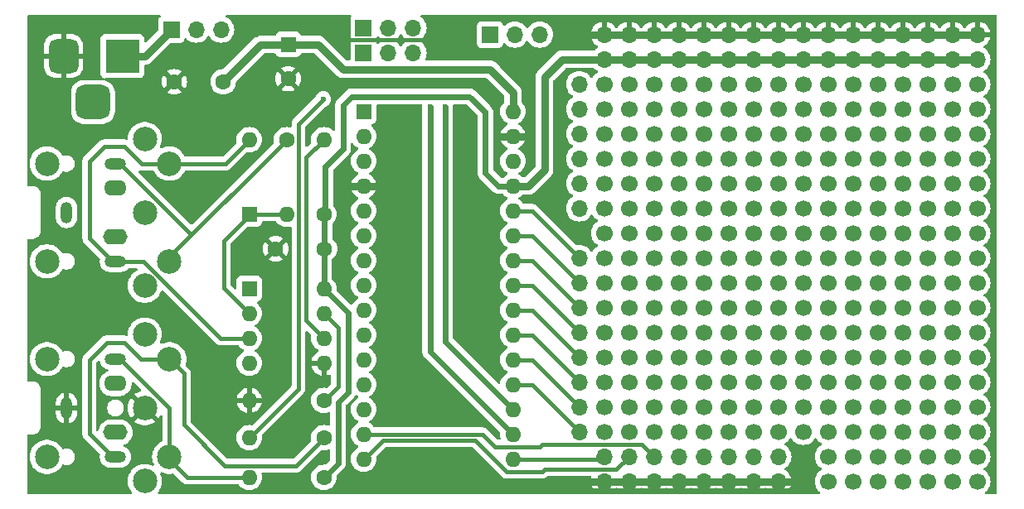
<source format=gbr>
%TF.GenerationSoftware,KiCad,Pcbnew,8.0.5*%
%TF.CreationDate,2024-10-10T20:13:41+01:00*%
%TF.ProjectId,NanoMIDIProtoShield,4e616e6f-4d49-4444-9950-726f746f5368,rev?*%
%TF.SameCoordinates,Original*%
%TF.FileFunction,Copper,L1,Top*%
%TF.FilePolarity,Positive*%
%FSLAX46Y46*%
G04 Gerber Fmt 4.6, Leading zero omitted, Abs format (unit mm)*
G04 Created by KiCad (PCBNEW 8.0.5) date 2024-10-10 20:13:41*
%MOMM*%
%LPD*%
G01*
G04 APERTURE LIST*
G04 Aperture macros list*
%AMRoundRect*
0 Rectangle with rounded corners*
0 $1 Rounding radius*
0 $2 $3 $4 $5 $6 $7 $8 $9 X,Y pos of 4 corners*
0 Add a 4 corners polygon primitive as box body*
4,1,4,$2,$3,$4,$5,$6,$7,$8,$9,$2,$3,0*
0 Add four circle primitives for the rounded corners*
1,1,$1+$1,$2,$3*
1,1,$1+$1,$4,$5*
1,1,$1+$1,$6,$7*
1,1,$1+$1,$8,$9*
0 Add four rect primitives between the rounded corners*
20,1,$1+$1,$2,$3,$4,$5,0*
20,1,$1+$1,$4,$5,$6,$7,0*
20,1,$1+$1,$6,$7,$8,$9,0*
20,1,$1+$1,$8,$9,$2,$3,0*%
G04 Aperture macros list end*
%TA.AperFunction,ComponentPad*%
%ADD10C,1.700000*%
%TD*%
%TA.AperFunction,ComponentPad*%
%ADD11R,1.600000X1.600000*%
%TD*%
%TA.AperFunction,ComponentPad*%
%ADD12O,1.600000X1.600000*%
%TD*%
%TA.AperFunction,ComponentPad*%
%ADD13C,1.600000*%
%TD*%
%TA.AperFunction,ComponentPad*%
%ADD14O,1.700000X1.700000*%
%TD*%
%TA.AperFunction,ComponentPad*%
%ADD15R,1.700000X1.700000*%
%TD*%
%TA.AperFunction,WasherPad*%
%ADD16C,2.499360*%
%TD*%
%TA.AperFunction,ComponentPad*%
%ADD17C,2.499360*%
%TD*%
%TA.AperFunction,ComponentPad*%
%ADD18R,3.500000X3.500000*%
%TD*%
%TA.AperFunction,ComponentPad*%
%ADD19RoundRect,0.750000X-0.750000X-1.000000X0.750000X-1.000000X0.750000X1.000000X-0.750000X1.000000X0*%
%TD*%
%TA.AperFunction,ComponentPad*%
%ADD20RoundRect,0.875000X-0.875000X-0.875000X0.875000X-0.875000X0.875000X0.875000X-0.875000X0.875000X0*%
%TD*%
%TA.AperFunction,ComponentPad*%
%ADD21O,2.200000X1.200000*%
%TD*%
%TA.AperFunction,ComponentPad*%
%ADD22O,2.300000X1.600000*%
%TD*%
%TA.AperFunction,ComponentPad*%
%ADD23O,1.200000X2.200000*%
%TD*%
%TA.AperFunction,ComponentPad*%
%ADD24O,2.500000X1.600000*%
%TD*%
%TA.AperFunction,ViaPad*%
%ADD25C,0.600000*%
%TD*%
%TA.AperFunction,Conductor*%
%ADD26C,0.600000*%
%TD*%
%TA.AperFunction,Conductor*%
%ADD27C,0.800000*%
%TD*%
%TA.AperFunction,Conductor*%
%ADD28C,0.400000*%
%TD*%
G04 APERTURE END LIST*
D10*
%TO.P,,1*%
%TO.N,N/C*%
X142420000Y-95680000D03*
%TD*%
%TO.P,,1*%
%TO.N,N/C*%
X117020000Y-62660000D03*
%TD*%
%TO.P,,1*%
%TO.N,N/C*%
X132260000Y-65200000D03*
%TD*%
%TO.P,,1*%
%TO.N,N/C*%
X109400000Y-62660000D03*
%TD*%
%TO.P,,1*%
%TO.N,N/C*%
X109400000Y-65200000D03*
%TD*%
%TO.P,,1*%
%TO.N,N/C*%
X147500000Y-95680000D03*
%TD*%
%TO.P,,1*%
%TO.N,N/C*%
X127180000Y-82980000D03*
%TD*%
%TO.P,,1*%
%TO.N,N/C*%
X147500000Y-62660000D03*
%TD*%
%TO.P,,1*%
%TO.N,N/C*%
X132260000Y-77900000D03*
%TD*%
%TO.P,,1*%
%TO.N,N/C*%
X144960000Y-90600000D03*
%TD*%
%TO.P,,1*%
%TO.N,N/C*%
X137340000Y-60120000D03*
%TD*%
%TO.P,,1*%
%TO.N,N/C*%
X139880000Y-70280000D03*
%TD*%
%TO.P,,1*%
%TO.N,N/C*%
X124640000Y-70280000D03*
%TD*%
%TO.P,,1*%
%TO.N,N/C*%
X137340000Y-62660000D03*
%TD*%
%TO.P,,1*%
%TO.N,N/C*%
X142420000Y-67740000D03*
%TD*%
%TO.P,,1*%
%TO.N,N/C*%
X129720000Y-82980000D03*
%TD*%
%TO.P,,1*%
%TO.N,N/C*%
X111940000Y-65200000D03*
%TD*%
%TO.P,,1*%
%TO.N,N/C*%
X117020000Y-82980000D03*
%TD*%
%TO.P,,1*%
%TO.N,N/C*%
X147500000Y-57580000D03*
%TD*%
%TO.P,,1*%
%TO.N,N/C*%
X139880000Y-77900000D03*
%TD*%
%TO.P,,1*%
%TO.N,N/C*%
X119560000Y-67740000D03*
%TD*%
%TO.P,,1*%
%TO.N,N/C*%
X137340000Y-98220000D03*
%TD*%
%TO.P,,1*%
%TO.N,N/C*%
X119560000Y-75360000D03*
%TD*%
%TO.P,,1*%
%TO.N,N/C*%
X111940000Y-80440000D03*
%TD*%
%TO.P,,1*%
%TO.N,N/C*%
X137340000Y-70280000D03*
%TD*%
%TO.P,,1*%
%TO.N,N/C*%
X124640000Y-77900000D03*
%TD*%
%TO.P,,1*%
%TO.N,N/C*%
X119560000Y-60120000D03*
%TD*%
%TO.P,,1*%
%TO.N,N/C*%
X147500000Y-93140000D03*
%TD*%
%TO.P,,1*%
%TO.N,N/C*%
X127180000Y-72820000D03*
%TD*%
D11*
%TO.P,A1,1,D1/TX*%
%TO.N,/D1*%
X84846000Y-60374000D03*
D12*
%TO.P,A1,2,D0/RX*%
%TO.N,/D0*%
X84846000Y-62914000D03*
%TO.P,A1,3,~{RESET}*%
%TO.N,unconnected-(A1-~{RESET}-Pad3)*%
X84846000Y-65454000D03*
%TO.P,A1,4,GND*%
%TO.N,GND*%
X84846000Y-67994000D03*
%TO.P,A1,5,D2*%
%TO.N,/D2*%
X84846000Y-70534000D03*
%TO.P,A1,6,D3*%
%TO.N,/D3*%
X84846000Y-73074000D03*
%TO.P,A1,7,D4*%
%TO.N,/D4*%
X84846000Y-75614000D03*
%TO.P,A1,8,D5*%
%TO.N,/D5*%
X84846000Y-78154000D03*
%TO.P,A1,9,D6*%
%TO.N,/D6*%
X84846000Y-80694000D03*
%TO.P,A1,10,D7*%
%TO.N,/D7*%
X84846000Y-83234000D03*
%TO.P,A1,11,D8*%
%TO.N,/D8*%
X84846000Y-85774000D03*
%TO.P,A1,12,D9*%
%TO.N,/D9*%
X84846000Y-88314000D03*
%TO.P,A1,13,D10*%
%TO.N,/D10*%
X84846000Y-90854000D03*
%TO.P,A1,14,D11*%
%TO.N,/D11*%
X84846000Y-93394000D03*
%TO.P,A1,15,D12*%
%TO.N,/D12*%
X84846000Y-95934000D03*
%TO.P,A1,16,D13*%
%TO.N,/D13*%
X100086000Y-95934000D03*
%TO.P,A1,17,3V3*%
%TO.N,+3V3*%
X100086000Y-93394000D03*
%TO.P,A1,18,AREF*%
%TO.N,/AREF*%
X100086000Y-90854000D03*
%TO.P,A1,19,A0*%
%TO.N,/A0*%
X100086000Y-88314000D03*
%TO.P,A1,20,A1*%
%TO.N,/A1*%
X100086000Y-85774000D03*
%TO.P,A1,21,A2*%
%TO.N,/A2*%
X100086000Y-83234000D03*
%TO.P,A1,22,A3*%
%TO.N,/A3*%
X100086000Y-80694000D03*
%TO.P,A1,23,A4*%
%TO.N,/A4(SDA)*%
X100086000Y-78154000D03*
%TO.P,A1,24,A5*%
%TO.N,/A5(SCL)*%
X100086000Y-75614000D03*
%TO.P,A1,25,A6*%
%TO.N,/A6*%
X100086000Y-73074000D03*
%TO.P,A1,26,A7*%
%TO.N,/A7*%
X100086000Y-70534000D03*
%TO.P,A1,27,+5V*%
%TO.N,+5V*%
X100086000Y-67994000D03*
%TO.P,A1,28,~{RESET}*%
%TO.N,unconnected-(A1-~{RESET}-Pad28)*%
X100086000Y-65454000D03*
%TO.P,A1,29,GND*%
%TO.N,GND*%
X100086000Y-62914000D03*
%TO.P,A1,30,VIN*%
%TO.N,VCC*%
X100086000Y-60374000D03*
%TD*%
D10*
%TO.P,,1*%
%TO.N,N/C*%
X119560000Y-72820000D03*
%TD*%
%TO.P,,1*%
%TO.N,N/C*%
X111940000Y-60120000D03*
%TD*%
%TO.P,,1*%
%TO.N,N/C*%
X144960000Y-98220000D03*
%TD*%
D13*
%TO.P,R2,1*%
%TO.N,Net-(J4-PadT)*%
X80782000Y-93736000D03*
D12*
%TO.P,R2,2*%
%TO.N,Net-(J2-Pin_2)*%
X73162000Y-93736000D03*
%TD*%
D10*
%TO.P,,1*%
%TO.N,N/C*%
X132260000Y-62660000D03*
%TD*%
%TO.P,,1*%
%TO.N,N/C*%
X114480000Y-60120000D03*
%TD*%
%TO.P,,1*%
%TO.N,N/C*%
X109400000Y-72820000D03*
%TD*%
%TO.P,,1*%
%TO.N,N/C*%
X117020000Y-75360000D03*
%TD*%
%TO.P,,1*%
%TO.N,N/C*%
X142420000Y-70280000D03*
%TD*%
%TO.P,,1*%
%TO.N,N/C*%
X142420000Y-57580000D03*
%TD*%
%TO.P,,1*%
%TO.N,N/C*%
X127180000Y-88060000D03*
%TD*%
%TO.P,,1*%
%TO.N,N/C*%
X139880000Y-57580000D03*
%TD*%
%TO.P,,1*%
%TO.N,N/C*%
X119560000Y-80440000D03*
%TD*%
D11*
%TO.P,U1,1,NC*%
%TO.N,unconnected-(U1-NC-Pad1)*%
X73162000Y-78496000D03*
D12*
%TO.P,U1,2,C1*%
%TO.N,Net-(D1-K)*%
X73162000Y-81036000D03*
%TO.P,U1,3,C2*%
%TO.N,Net-(D1-A)*%
X73162000Y-83576000D03*
%TO.P,U1,4,NC*%
%TO.N,unconnected-(U1-NC-Pad4)*%
X73162000Y-86116000D03*
%TO.P,U1,5,GND*%
%TO.N,GND*%
X80782000Y-86116000D03*
%TO.P,U1,6,VO2*%
%TO.N,Net-(J3-Pin_2)*%
X80782000Y-83576000D03*
%TO.P,U1,7,VO1*%
%TO.N,Net-(U1-VO1)*%
X80782000Y-81036000D03*
%TO.P,U1,8,VCC*%
%TO.N,+5V*%
X80782000Y-78496000D03*
%TD*%
D10*
%TO.P,,1*%
%TO.N,N/C*%
X109400000Y-90600000D03*
%TD*%
%TO.P,,1*%
%TO.N,N/C*%
X132260000Y-72820000D03*
%TD*%
%TO.P,,1*%
%TO.N,N/C*%
X139880000Y-82980000D03*
%TD*%
%TO.P,,1*%
%TO.N,N/C*%
X132260000Y-80440000D03*
%TD*%
%TO.P,,1*%
%TO.N,N/C*%
X111940000Y-82980000D03*
%TD*%
%TO.P,,1*%
%TO.N,N/C*%
X119560000Y-88060000D03*
%TD*%
%TO.P,,1*%
%TO.N,N/C*%
X114480000Y-82980000D03*
%TD*%
%TO.P,,1*%
%TO.N,N/C*%
X134800000Y-57580000D03*
%TD*%
%TO.P,,1*%
%TO.N,N/C*%
X132260000Y-67740000D03*
%TD*%
%TO.P,,1*%
%TO.N,N/C*%
X134800000Y-93140000D03*
%TD*%
%TO.P,,1*%
%TO.N,N/C*%
X129720000Y-77900000D03*
%TD*%
%TO.P,,1*%
%TO.N,N/C*%
X124640000Y-93140000D03*
%TD*%
%TO.P,,1*%
%TO.N,N/C*%
X124640000Y-82980000D03*
%TD*%
%TO.P,,1*%
%TO.N,N/C*%
X109400000Y-70280000D03*
%TD*%
%TO.P,,1*%
%TO.N,N/C*%
X127180000Y-93140000D03*
%TD*%
%TO.P,,1*%
%TO.N,N/C*%
X119560000Y-65200000D03*
%TD*%
%TO.P,,1*%
%TO.N,N/C*%
X134800000Y-98220000D03*
%TD*%
%TO.P,,1*%
%TO.N,N/C*%
X122100000Y-93140000D03*
%TD*%
%TO.P,,1*%
%TO.N,N/C*%
X117020000Y-93140000D03*
%TD*%
%TO.P,,1*%
%TO.N,N/C*%
X137340000Y-80440000D03*
%TD*%
%TO.P,,1*%
%TO.N,N/C*%
X124640000Y-60120000D03*
%TD*%
%TO.P,,1*%
%TO.N,N/C*%
X137340000Y-77900000D03*
%TD*%
%TO.P,,1*%
%TO.N,N/C*%
X111940000Y-72820000D03*
%TD*%
%TO.P,,1*%
%TO.N,N/C*%
X132260000Y-95680000D03*
%TD*%
%TO.P,,1*%
%TO.N,N/C*%
X132260000Y-90600000D03*
%TD*%
%TO.P,,1*%
%TO.N,N/C*%
X139880000Y-88060000D03*
%TD*%
%TO.P,,1*%
%TO.N,N/C*%
X114480000Y-75360000D03*
%TD*%
%TO.P,,1*%
%TO.N,N/C*%
X127180000Y-60120000D03*
%TD*%
%TO.P,,1*%
%TO.N,N/C*%
X137340000Y-82980000D03*
%TD*%
%TO.P,,1*%
%TO.N,N/C*%
X129720000Y-67740000D03*
%TD*%
%TO.P,,1*%
%TO.N,N/C*%
X137340000Y-88060000D03*
%TD*%
%TO.P,,1*%
%TO.N,N/C*%
X147500000Y-72820000D03*
%TD*%
%TO.P,,1*%
%TO.N,N/C*%
X144960000Y-80440000D03*
%TD*%
D14*
%TO.P,J8,1,Pin_1*%
%TO.N,GND*%
X147500000Y-52500000D03*
%TO.P,J8,2,Pin_2*%
X144960000Y-52500000D03*
%TO.P,J8,3,Pin_3*%
X142420000Y-52500000D03*
%TO.P,J8,4,Pin_4*%
X139880000Y-52500000D03*
%TO.P,J8,5,Pin_5*%
X137340000Y-52500000D03*
%TO.P,J8,6,Pin_6*%
X134800000Y-52500000D03*
%TO.P,J8,7,Pin_7*%
X132260000Y-52500000D03*
%TO.P,J8,8,Pin_8*%
X129720000Y-52500000D03*
%TO.P,J8,9,Pin_9*%
X127180000Y-52500000D03*
%TO.P,J8,10,Pin_10*%
X124640000Y-52500000D03*
%TO.P,J8,11,Pin_11*%
X122100000Y-52500000D03*
%TO.P,J8,12,Pin_12*%
X119560000Y-52500000D03*
%TO.P,J8,13,Pin_13*%
X117020000Y-52500000D03*
%TO.P,J8,14,Pin_14*%
X114480000Y-52500000D03*
%TO.P,J8,15,Pin_15*%
X111940000Y-52500000D03*
%TO.P,J8,16,Pin_16*%
X109400000Y-52500000D03*
%TD*%
D15*
%TO.P,SW1,1,A*%
%TO.N,Net-(SW1-A)*%
X65204000Y-51992000D03*
D14*
%TO.P,SW1,2,B*%
%TO.N,VCC*%
X67744000Y-51992000D03*
%TO.P,SW1,3*%
%TO.N,N/C*%
X70284000Y-51992000D03*
%TD*%
D10*
%TO.P,,1*%
%TO.N,N/C*%
X132260000Y-75360000D03*
%TD*%
%TO.P,,1*%
%TO.N,N/C*%
X137340000Y-67740000D03*
%TD*%
%TO.P,,1*%
%TO.N,N/C*%
X122100000Y-85520000D03*
%TD*%
%TO.P,,1*%
%TO.N,N/C*%
X134800000Y-60120000D03*
%TD*%
%TO.P,,1*%
%TO.N,N/C*%
X114480000Y-90600000D03*
%TD*%
%TO.P,,1*%
%TO.N,N/C*%
X117020000Y-65200000D03*
%TD*%
%TO.P,,1*%
%TO.N,N/C*%
X119560000Y-77900000D03*
%TD*%
%TO.P,,1*%
%TO.N,N/C*%
X122100000Y-70280000D03*
%TD*%
D15*
%TO.P,J2,1,Pin_1*%
%TO.N,unconnected-(J2-Pin_1-Pad1)*%
X84836000Y-51816000D03*
D14*
%TO.P,J2,2,Pin_2*%
%TO.N,Net-(J2-Pin_2)*%
X87376000Y-51816000D03*
%TO.P,J2,3,Pin_3*%
%TO.N,/D1*%
X89916000Y-51816000D03*
%TD*%
D10*
%TO.P,,1*%
%TO.N,N/C*%
X117020000Y-77900000D03*
%TD*%
%TO.P,,1*%
%TO.N,N/C*%
X111940000Y-93140000D03*
%TD*%
%TO.P,,1*%
%TO.N,N/C*%
X139880000Y-90600000D03*
%TD*%
%TO.P,,1*%
%TO.N,N/C*%
X127180000Y-57580000D03*
%TD*%
%TO.P,,1*%
%TO.N,N/C*%
X144960000Y-62660000D03*
%TD*%
%TO.P,,1*%
%TO.N,N/C*%
X114480000Y-67740000D03*
%TD*%
%TO.P,,1*%
%TO.N,N/C*%
X139880000Y-75360000D03*
%TD*%
%TO.P,,1*%
%TO.N,N/C*%
X114480000Y-93140000D03*
%TD*%
%TO.P,,1*%
%TO.N,N/C*%
X142420000Y-93140000D03*
%TD*%
%TO.P,,1*%
%TO.N,N/C*%
X134800000Y-77900000D03*
%TD*%
%TO.P,,1*%
%TO.N,N/C*%
X124640000Y-72820000D03*
%TD*%
%TO.P,,1*%
%TO.N,N/C*%
X127180000Y-75360000D03*
%TD*%
%TO.P,,1*%
%TO.N,N/C*%
X122100000Y-77900000D03*
%TD*%
%TO.P,,1*%
%TO.N,N/C*%
X144960000Y-85520000D03*
%TD*%
%TO.P,,1*%
%TO.N,N/C*%
X132260000Y-60120000D03*
%TD*%
%TO.P,,1*%
%TO.N,N/C*%
X129720000Y-90600000D03*
%TD*%
%TO.P,,1*%
%TO.N,N/C*%
X117020000Y-60120000D03*
%TD*%
%TO.P,,1*%
%TO.N,N/C*%
X139880000Y-60120000D03*
%TD*%
%TO.P,,1*%
%TO.N,N/C*%
X127180000Y-85520000D03*
%TD*%
%TO.P,,1*%
%TO.N,N/C*%
X142420000Y-75360000D03*
%TD*%
%TO.P,,1*%
%TO.N,N/C*%
X134800000Y-62660000D03*
%TD*%
%TO.P,,1*%
%TO.N,N/C*%
X147500000Y-75360000D03*
%TD*%
%TO.P,,1*%
%TO.N,N/C*%
X144960000Y-88060000D03*
%TD*%
%TO.P,,1*%
%TO.N,N/C*%
X132260000Y-70280000D03*
%TD*%
%TO.P,,1*%
%TO.N,N/C*%
X127180000Y-65200000D03*
%TD*%
%TO.P,,1*%
%TO.N,N/C*%
X134800000Y-82980000D03*
%TD*%
%TO.P,,1*%
%TO.N,N/C*%
X109400000Y-57580000D03*
%TD*%
D13*
%TO.P,R1,1*%
%TO.N,+5V*%
X80782000Y-97800000D03*
D12*
%TO.P,R1,2*%
%TO.N,Net-(J4-PadR)*%
X73162000Y-97800000D03*
%TD*%
D10*
%TO.P,,1*%
%TO.N,N/C*%
X137340000Y-65200000D03*
%TD*%
%TO.P,,1*%
%TO.N,N/C*%
X111940000Y-75360000D03*
%TD*%
%TO.P,,1*%
%TO.N,N/C*%
X117020000Y-57580000D03*
%TD*%
%TO.P,,1*%
%TO.N,N/C*%
X142420000Y-82980000D03*
%TD*%
%TO.P,,1*%
%TO.N,N/C*%
X114480000Y-80440000D03*
%TD*%
%TO.P,,1*%
%TO.N,N/C*%
X129720000Y-70280000D03*
%TD*%
D16*
%TO.P,IN1,*%
%TO.N,*%
X52502300Y-65698740D03*
X52502300Y-75701260D03*
D17*
%TO.P,IN1,1*%
%TO.N,unconnected-(IN1-Pad1)*%
X62497200Y-78198080D03*
%TO.P,IN1,2*%
%TO.N,unconnected-(IN1-Pad2)*%
X62499740Y-70700000D03*
%TO.P,IN1,3*%
%TO.N,unconnected-(IN1-Pad3)*%
X62497200Y-63201920D03*
%TO.P,IN1,4*%
%TO.N,Net-(IN1-Pad4)*%
X64999100Y-75696180D03*
%TO.P,IN1,5*%
%TO.N,Net-(D1-A)*%
X64999100Y-65703820D03*
%TD*%
D10*
%TO.P,,1*%
%TO.N,N/C*%
X147500000Y-85520000D03*
%TD*%
%TO.P,,1*%
%TO.N,N/C*%
X137340000Y-57580000D03*
%TD*%
%TO.P,,1*%
%TO.N,N/C*%
X117020000Y-88060000D03*
%TD*%
%TO.P,,1*%
%TO.N,N/C*%
X134800000Y-67740000D03*
%TD*%
%TO.P,,1*%
%TO.N,N/C*%
X111940000Y-85520000D03*
%TD*%
%TO.P,,1*%
%TO.N,N/C*%
X132260000Y-85520000D03*
%TD*%
%TO.P,,1*%
%TO.N,N/C*%
X147500000Y-60120000D03*
%TD*%
%TO.P,,1*%
%TO.N,N/C*%
X129720000Y-75360000D03*
%TD*%
%TO.P,,1*%
%TO.N,N/C*%
X132260000Y-88060000D03*
%TD*%
%TO.P,,1*%
%TO.N,N/C*%
X142420000Y-60120000D03*
%TD*%
D14*
%TO.P,J6,1,Pin_1*%
%TO.N,/D6*%
X127180000Y-95680000D03*
%TO.P,J6,2,Pin_2*%
%TO.N,/D7*%
X124640000Y-95680000D03*
%TO.P,J6,3,Pin_3*%
%TO.N,/D8*%
X122100000Y-95680000D03*
%TO.P,J6,4,Pin_4*%
%TO.N,/D9*%
X119560000Y-95680000D03*
%TO.P,J6,5,Pin_5*%
%TO.N,/D10*%
X117020000Y-95680000D03*
%TO.P,J6,6,Pin_6*%
%TO.N,/D11*%
X114480000Y-95680000D03*
%TO.P,J6,7,Pin_7*%
%TO.N,/D12*%
X111940000Y-95680000D03*
%TO.P,J6,8,Pin_8*%
%TO.N,/D13*%
X109400000Y-95680000D03*
%TD*%
D18*
%TO.P,J1,1*%
%TO.N,Net-(SW1-A)*%
X60200000Y-54700000D03*
D19*
%TO.P,J1,2*%
%TO.N,GND*%
X54200000Y-54700000D03*
D20*
%TO.P,J1,3*%
%TO.N,unconnected-(J1-Pad3)*%
X57200000Y-59400000D03*
%TD*%
D21*
%TO.P,J5,R*%
%TO.N,Net-(IN1-Pad4)*%
X59500000Y-65700000D03*
D22*
%TO.P,J5,RN*%
%TO.N,N/C*%
X59500000Y-68200000D03*
D23*
%TO.P,J5,S*%
%TO.N,unconnected-(J5-PadS)*%
X54500000Y-70700000D03*
D21*
%TO.P,J5,T*%
%TO.N,Net-(D1-A)*%
X59500000Y-75700000D03*
D24*
%TO.P,J5,TN*%
%TO.N,N/C*%
X59500000Y-73200000D03*
%TD*%
D10*
%TO.P,,1*%
%TO.N,N/C*%
X124640000Y-90600000D03*
%TD*%
%TO.P,,1*%
%TO.N,N/C*%
X142420000Y-77900000D03*
%TD*%
%TO.P,,1*%
%TO.N,N/C*%
X144960000Y-72820000D03*
%TD*%
%TO.P,,1*%
%TO.N,N/C*%
X134800000Y-75360000D03*
%TD*%
%TO.P,,1*%
%TO.N,N/C*%
X134800000Y-85520000D03*
%TD*%
%TO.P,,1*%
%TO.N,N/C*%
X139880000Y-62660000D03*
%TD*%
%TO.P,,1*%
%TO.N,N/C*%
X117020000Y-85520000D03*
%TD*%
%TO.P,,1*%
%TO.N,N/C*%
X114480000Y-85520000D03*
%TD*%
%TO.P,,1*%
%TO.N,N/C*%
X147500000Y-88060000D03*
%TD*%
%TO.P,,1*%
%TO.N,N/C*%
X114480000Y-70280000D03*
%TD*%
%TO.P,,1*%
%TO.N,N/C*%
X117020000Y-90600000D03*
%TD*%
%TO.P,,1*%
%TO.N,N/C*%
X122100000Y-62660000D03*
%TD*%
%TO.P,,1*%
%TO.N,N/C*%
X129720000Y-62660000D03*
%TD*%
%TO.P,,1*%
%TO.N,N/C*%
X114480000Y-57580000D03*
%TD*%
%TO.P,,1*%
%TO.N,N/C*%
X139880000Y-72820000D03*
%TD*%
%TO.P,,1*%
%TO.N,N/C*%
X132260000Y-93140000D03*
%TD*%
%TO.P,,1*%
%TO.N,N/C*%
X111940000Y-70280000D03*
%TD*%
%TO.P,,1*%
%TO.N,N/C*%
X139880000Y-65200000D03*
%TD*%
%TO.P,,1*%
%TO.N,N/C*%
X142420000Y-98220000D03*
%TD*%
%TO.P,,1*%
%TO.N,N/C*%
X137340000Y-75360000D03*
%TD*%
%TO.P,,1*%
%TO.N,N/C*%
X139880000Y-93140000D03*
%TD*%
D13*
%TO.P,R3,1*%
%TO.N,Net-(IN1-Pad4)*%
X76972000Y-63256000D03*
D12*
%TO.P,R3,2*%
%TO.N,Net-(D1-K)*%
X76972000Y-70876000D03*
%TD*%
D10*
%TO.P,,1*%
%TO.N,N/C*%
X122100000Y-80440000D03*
%TD*%
%TO.P,,1*%
%TO.N,N/C*%
X124640000Y-80440000D03*
%TD*%
%TO.P,,1*%
%TO.N,N/C*%
X144960000Y-77900000D03*
%TD*%
D15*
%TO.P,J3,1,Pin_1*%
%TO.N,unconnected-(J3-Pin_1-Pad1)*%
X84836000Y-54356000D03*
D14*
%TO.P,J3,2,Pin_2*%
%TO.N,Net-(J3-Pin_2)*%
X87376000Y-54356000D03*
%TO.P,J3,3,Pin_3*%
%TO.N,/D0*%
X89916000Y-54356000D03*
%TD*%
D10*
%TO.P,,1*%
%TO.N,N/C*%
X117020000Y-67740000D03*
%TD*%
%TO.P,,1*%
%TO.N,N/C*%
X114480000Y-77900000D03*
%TD*%
%TO.P,,1*%
%TO.N,N/C*%
X122100000Y-75360000D03*
%TD*%
D11*
%TO.P,D1,1,K*%
%TO.N,Net-(D1-K)*%
X73162000Y-70876000D03*
D12*
%TO.P,D1,2,A*%
%TO.N,Net-(D1-A)*%
X73162000Y-63256000D03*
%TD*%
D10*
%TO.P,,1*%
%TO.N,N/C*%
X122100000Y-57580000D03*
%TD*%
%TO.P,,1*%
%TO.N,N/C*%
X129720000Y-80440000D03*
%TD*%
%TO.P,,1*%
%TO.N,N/C*%
X147500000Y-65200000D03*
%TD*%
%TO.P,,1*%
%TO.N,N/C*%
X134800000Y-70280000D03*
%TD*%
%TO.P,,1*%
%TO.N,N/C*%
X127180000Y-77900000D03*
%TD*%
%TO.P,,1*%
%TO.N,N/C*%
X124640000Y-88060000D03*
%TD*%
D13*
%TO.P,R5,1*%
%TO.N,+5V*%
X80782000Y-70876000D03*
D12*
%TO.P,R5,2*%
%TO.N,Net-(J3-Pin_2)*%
X80782000Y-63256000D03*
%TD*%
D14*
%TO.P,J11,1,Pin_1*%
%TO.N,/D0*%
X106860000Y-57580000D03*
%TO.P,J11,2,Pin_2*%
%TO.N,/D1*%
X106860000Y-60120000D03*
%TO.P,J11,3,Pin_3*%
%TO.N,/D2*%
X106860000Y-62660000D03*
%TO.P,J11,4,Pin_4*%
%TO.N,/D3*%
X106860000Y-65200000D03*
%TO.P,J11,5,Pin_5*%
%TO.N,/D4*%
X106860000Y-67740000D03*
%TO.P,J11,6,Pin_6*%
%TO.N,/D5*%
X106860000Y-70280000D03*
%TD*%
D10*
%TO.P,,1*%
%TO.N,N/C*%
X142420000Y-65200000D03*
%TD*%
%TO.P,,1*%
%TO.N,N/C*%
X144960000Y-67740000D03*
%TD*%
D13*
%TO.P,R4,1*%
%TO.N,Net-(U1-VO1)*%
X80782000Y-89926000D03*
D12*
%TO.P,R4,2*%
%TO.N,GND*%
X73162000Y-89926000D03*
%TD*%
D10*
%TO.P,,1*%
%TO.N,N/C*%
X122100000Y-88060000D03*
%TD*%
%TO.P,,1*%
%TO.N,N/C*%
X117020000Y-72820000D03*
%TD*%
%TO.P,,1*%
%TO.N,N/C*%
X134800000Y-65200000D03*
%TD*%
%TO.P,,1*%
%TO.N,N/C*%
X122100000Y-60120000D03*
%TD*%
%TO.P,,1*%
%TO.N,N/C*%
X122100000Y-65200000D03*
%TD*%
%TO.P,,1*%
%TO.N,N/C*%
X144960000Y-93140000D03*
%TD*%
%TO.P,,1*%
%TO.N,N/C*%
X114480000Y-62660000D03*
%TD*%
%TO.P,,1*%
%TO.N,N/C*%
X144960000Y-75360000D03*
%TD*%
%TO.P,,1*%
%TO.N,N/C*%
X114480000Y-88060000D03*
%TD*%
%TO.P,,1*%
%TO.N,N/C*%
X124640000Y-75360000D03*
%TD*%
D15*
%TO.P,J12,1,Pin_1*%
%TO.N,VCC*%
X97731000Y-52500000D03*
D14*
%TO.P,J12,2,Pin_2*%
%TO.N,+3V3*%
X100271000Y-52500000D03*
%TO.P,J12,3,Pin_3*%
%TO.N,/AREF*%
X102811000Y-52500000D03*
%TD*%
D10*
%TO.P,,1*%
%TO.N,N/C*%
X129720000Y-88060000D03*
%TD*%
%TO.P,,1*%
%TO.N,N/C*%
X124640000Y-67740000D03*
%TD*%
%TO.P,,1*%
%TO.N,N/C*%
X139880000Y-67740000D03*
%TD*%
%TO.P,,1*%
%TO.N,N/C*%
X137340000Y-85520000D03*
%TD*%
%TO.P,,1*%
%TO.N,N/C*%
X132260000Y-82980000D03*
%TD*%
%TO.P,,1*%
%TO.N,N/C*%
X111940000Y-67740000D03*
%TD*%
%TO.P,,1*%
%TO.N,N/C*%
X122100000Y-82980000D03*
%TD*%
%TO.P,,1*%
%TO.N,N/C*%
X124640000Y-85520000D03*
%TD*%
%TO.P,,1*%
%TO.N,N/C*%
X147500000Y-82980000D03*
%TD*%
%TO.P,,1*%
%TO.N,N/C*%
X147500000Y-90600000D03*
%TD*%
%TO.P,,1*%
%TO.N,N/C*%
X134800000Y-72820000D03*
%TD*%
%TO.P,,1*%
%TO.N,N/C*%
X142420000Y-88060000D03*
%TD*%
%TO.P,,1*%
%TO.N,N/C*%
X144960000Y-70280000D03*
%TD*%
%TO.P,,1*%
%TO.N,N/C*%
X142420000Y-62660000D03*
%TD*%
%TO.P,,1*%
%TO.N,N/C*%
X124640000Y-65200000D03*
%TD*%
%TO.P,,1*%
%TO.N,N/C*%
X119560000Y-93140000D03*
%TD*%
D11*
%TO.P,C1,1*%
%TO.N,VCC*%
X77142000Y-53516000D03*
D13*
%TO.P,C1,2*%
%TO.N,GND*%
X77142000Y-57016000D03*
%TD*%
D10*
%TO.P,,1*%
%TO.N,N/C*%
X109400000Y-82980000D03*
%TD*%
%TO.P,,1*%
%TO.N,N/C*%
X119560000Y-62660000D03*
%TD*%
%TO.P,,1*%
%TO.N,N/C*%
X111940000Y-57580000D03*
%TD*%
%TO.P,,1*%
%TO.N,N/C*%
X137340000Y-90600000D03*
%TD*%
%TO.P,,1*%
%TO.N,N/C*%
X142420000Y-85520000D03*
%TD*%
%TO.P,,1*%
%TO.N,N/C*%
X147500000Y-77900000D03*
%TD*%
%TO.P,,1*%
%TO.N,N/C*%
X111940000Y-77900000D03*
%TD*%
%TO.P,,1*%
%TO.N,N/C*%
X137340000Y-72820000D03*
%TD*%
%TO.P,,1*%
%TO.N,N/C*%
X109400000Y-80440000D03*
%TD*%
%TO.P,,1*%
%TO.N,N/C*%
X132260000Y-57580000D03*
%TD*%
%TO.P,,1*%
%TO.N,N/C*%
X132260000Y-98220000D03*
%TD*%
%TO.P,,1*%
%TO.N,N/C*%
X147500000Y-98220000D03*
%TD*%
%TO.P,,1*%
%TO.N,N/C*%
X119560000Y-57580000D03*
%TD*%
%TO.P,,1*%
%TO.N,N/C*%
X129720000Y-93140000D03*
%TD*%
%TO.P,,1*%
%TO.N,N/C*%
X144960000Y-95680000D03*
%TD*%
%TO.P,,1*%
%TO.N,N/C*%
X137340000Y-95680000D03*
%TD*%
%TO.P,,1*%
%TO.N,N/C*%
X144960000Y-60120000D03*
%TD*%
%TO.P,,1*%
%TO.N,N/C*%
X142420000Y-80440000D03*
%TD*%
D16*
%TO.P,OUT1,*%
%TO.N,*%
X52502300Y-85698740D03*
X52502300Y-95701260D03*
D17*
%TO.P,OUT1,1*%
%TO.N,unconnected-(OUT1-Pad1)*%
X62497200Y-98198080D03*
%TO.P,OUT1,2*%
%TO.N,GND*%
X62499740Y-90700000D03*
%TO.P,OUT1,3*%
%TO.N,unconnected-(OUT1-Pad3)*%
X62497200Y-83201920D03*
%TO.P,OUT1,4*%
%TO.N,Net-(J4-PadR)*%
X64999100Y-95696180D03*
%TO.P,OUT1,5*%
%TO.N,Net-(J4-PadT)*%
X64999100Y-85703820D03*
%TD*%
D10*
%TO.P,,1*%
%TO.N,N/C*%
X117020000Y-70280000D03*
%TD*%
%TO.P,,1*%
%TO.N,N/C*%
X119560000Y-82980000D03*
%TD*%
%TO.P,,1*%
%TO.N,N/C*%
X122100000Y-90600000D03*
%TD*%
D21*
%TO.P,J4,R*%
%TO.N,Net-(J4-PadR)*%
X59500000Y-85700000D03*
D22*
%TO.P,J4,RN*%
%TO.N,N/C*%
X59500000Y-88200000D03*
D23*
%TO.P,J4,S*%
%TO.N,GND*%
X54500000Y-90700000D03*
D21*
%TO.P,J4,T*%
%TO.N,Net-(J4-PadT)*%
X59500000Y-95700000D03*
D24*
%TO.P,J4,TN*%
%TO.N,N/C*%
X59500000Y-93200000D03*
%TD*%
D10*
%TO.P,,1*%
%TO.N,N/C*%
X129720000Y-60120000D03*
%TD*%
%TO.P,,1*%
%TO.N,N/C*%
X144960000Y-57580000D03*
%TD*%
%TO.P,,1*%
%TO.N,N/C*%
X122100000Y-67740000D03*
%TD*%
D13*
%TO.P,C2,1*%
%TO.N,VCC*%
X70498000Y-57326000D03*
%TO.P,C2,2*%
%TO.N,GND*%
X65498000Y-57326000D03*
%TD*%
D10*
%TO.P,,1*%
%TO.N,N/C*%
X129720000Y-72820000D03*
%TD*%
%TO.P,,1*%
%TO.N,N/C*%
X139880000Y-85520000D03*
%TD*%
%TO.P,,1*%
%TO.N,N/C*%
X111940000Y-88060000D03*
%TD*%
%TO.P,,1*%
%TO.N,N/C*%
X134800000Y-80440000D03*
%TD*%
%TO.P,,1*%
%TO.N,N/C*%
X109400000Y-60120000D03*
%TD*%
D14*
%TO.P,J10,1,Pin_1*%
%TO.N,GND*%
X127180000Y-98220000D03*
%TO.P,J10,2,Pin_2*%
X124640000Y-98220000D03*
%TO.P,J10,3,Pin_3*%
X122100000Y-98220000D03*
%TO.P,J10,4,Pin_4*%
X119560000Y-98220000D03*
%TO.P,J10,5,Pin_5*%
X117020000Y-98220000D03*
%TO.P,J10,6,Pin_6*%
X114480000Y-98220000D03*
%TO.P,J10,7,Pin_7*%
X111940000Y-98220000D03*
%TO.P,J10,8,Pin_8*%
X109400000Y-98220000D03*
%TD*%
D10*
%TO.P,,1*%
%TO.N,N/C*%
X139880000Y-95680000D03*
%TD*%
%TO.P,,1*%
%TO.N,N/C*%
X147500000Y-67740000D03*
%TD*%
%TO.P,,1*%
%TO.N,N/C*%
X109400000Y-75360000D03*
%TD*%
%TO.P,,1*%
%TO.N,N/C*%
X109400000Y-88060000D03*
%TD*%
%TO.P,,1*%
%TO.N,N/C*%
X124640000Y-57580000D03*
%TD*%
%TO.P,,1*%
%TO.N,N/C*%
X114480000Y-65200000D03*
%TD*%
%TO.P,,1*%
%TO.N,N/C*%
X109400000Y-85520000D03*
%TD*%
%TO.P,,1*%
%TO.N,N/C*%
X117020000Y-80440000D03*
%TD*%
%TO.P,,1*%
%TO.N,N/C*%
X127180000Y-70280000D03*
%TD*%
%TO.P,,1*%
%TO.N,N/C*%
X111940000Y-62660000D03*
%TD*%
%TO.P,,1*%
%TO.N,N/C*%
X139880000Y-80440000D03*
%TD*%
%TO.P,,1*%
%TO.N,N/C*%
X129720000Y-65200000D03*
%TD*%
%TO.P,,1*%
%TO.N,N/C*%
X114480000Y-72820000D03*
%TD*%
%TO.P,,1*%
%TO.N,N/C*%
X129720000Y-85520000D03*
%TD*%
%TO.P,,1*%
%TO.N,N/C*%
X139880000Y-98220000D03*
%TD*%
%TO.P,,1*%
%TO.N,N/C*%
X127180000Y-80440000D03*
%TD*%
%TO.P,,1*%
%TO.N,N/C*%
X134800000Y-95680000D03*
%TD*%
D14*
%TO.P,J7,1,Pin_1*%
%TO.N,/A0*%
X106860000Y-93140000D03*
%TO.P,J7,2,Pin_2*%
%TO.N,/A1*%
X106860000Y-90600000D03*
%TO.P,J7,3,Pin_3*%
%TO.N,/A2*%
X106860000Y-88060000D03*
%TO.P,J7,4,Pin_4*%
%TO.N,/A3*%
X106860000Y-85520000D03*
%TO.P,J7,5,Pin_5*%
%TO.N,/A4(SDA)*%
X106860000Y-82980000D03*
%TO.P,J7,6,Pin_6*%
%TO.N,/A5(SCL)*%
X106860000Y-80440000D03*
%TO.P,J7,7,Pin_7*%
%TO.N,/A6*%
X106860000Y-77900000D03*
%TO.P,J7,8,Pin_8*%
%TO.N,/A7*%
X106860000Y-75360000D03*
%TD*%
D10*
%TO.P,,1*%
%TO.N,N/C*%
X109400000Y-93140000D03*
%TD*%
%TO.P,,1*%
%TO.N,N/C*%
X144960000Y-65200000D03*
%TD*%
D14*
%TO.P,J9,1,Pin_1*%
%TO.N,+5V*%
X147500000Y-55040000D03*
%TO.P,J9,2,Pin_2*%
X144960000Y-55040000D03*
%TO.P,J9,3,Pin_3*%
X142420000Y-55040000D03*
%TO.P,J9,4,Pin_4*%
X139880000Y-55040000D03*
%TO.P,J9,5,Pin_5*%
X137340000Y-55040000D03*
%TO.P,J9,6,Pin_6*%
X134800000Y-55040000D03*
%TO.P,J9,7,Pin_7*%
X132260000Y-55040000D03*
%TO.P,J9,8,Pin_8*%
X129720000Y-55040000D03*
%TO.P,J9,9,Pin_9*%
X127180000Y-55040000D03*
%TO.P,J9,10,Pin_10*%
X124640000Y-55040000D03*
%TO.P,J9,11,Pin_11*%
X122100000Y-55040000D03*
%TO.P,J9,12,Pin_12*%
X119560000Y-55040000D03*
%TO.P,J9,13,Pin_13*%
X117020000Y-55040000D03*
%TO.P,J9,14,Pin_14*%
X114480000Y-55040000D03*
%TO.P,J9,15,Pin_15*%
X111940000Y-55040000D03*
%TO.P,J9,16,Pin_16*%
X109400000Y-55040000D03*
%TD*%
D10*
%TO.P,,1*%
%TO.N,N/C*%
X144960000Y-82980000D03*
%TD*%
%TO.P,,1*%
%TO.N,N/C*%
X127180000Y-90600000D03*
%TD*%
%TO.P,,1*%
%TO.N,N/C*%
X111940000Y-90600000D03*
%TD*%
%TO.P,,1*%
%TO.N,N/C*%
X147500000Y-80440000D03*
%TD*%
%TO.P,,1*%
%TO.N,N/C*%
X127180000Y-62660000D03*
%TD*%
D13*
%TO.P,C3,1*%
%TO.N,+5V*%
X80850000Y-74422000D03*
%TO.P,C3,2*%
%TO.N,GND*%
X75850000Y-74422000D03*
%TD*%
D10*
%TO.P,,1*%
%TO.N,N/C*%
X129720000Y-57580000D03*
%TD*%
%TO.P,,1*%
%TO.N,N/C*%
X142420000Y-90600000D03*
%TD*%
%TO.P,,1*%
%TO.N,N/C*%
X124640000Y-62660000D03*
%TD*%
%TO.P,,1*%
%TO.N,N/C*%
X119560000Y-70280000D03*
%TD*%
%TO.P,,1*%
%TO.N,N/C*%
X142420000Y-72820000D03*
%TD*%
%TO.P,,1*%
%TO.N,N/C*%
X147500000Y-70280000D03*
%TD*%
%TO.P,,1*%
%TO.N,N/C*%
X122100000Y-72820000D03*
%TD*%
%TO.P,,1*%
%TO.N,N/C*%
X134800000Y-90600000D03*
%TD*%
%TO.P,,1*%
%TO.N,N/C*%
X134800000Y-88060000D03*
%TD*%
%TO.P,,1*%
%TO.N,N/C*%
X109400000Y-77900000D03*
%TD*%
%TO.P,,1*%
%TO.N,N/C*%
X137340000Y-93140000D03*
%TD*%
%TO.P,,1*%
%TO.N,N/C*%
X119560000Y-90600000D03*
%TD*%
%TO.P,,1*%
%TO.N,N/C*%
X119560000Y-85520000D03*
%TD*%
%TO.P,,1*%
%TO.N,N/C*%
X109400000Y-67740000D03*
%TD*%
%TO.P,,1*%
%TO.N,N/C*%
X127180000Y-67740000D03*
%TD*%
D25*
%TO.N,GND*%
X88064000Y-77138000D03*
X81206000Y-52500000D03*
X54790000Y-80186000D03*
X93906000Y-57326000D03*
X82730000Y-76884000D03*
X95430000Y-95172000D03*
X93398000Y-98728000D03*
X89842000Y-59866000D03*
X106860000Y-72820000D03*
X76888000Y-93902000D03*
X72062000Y-66216000D03*
X100256000Y-98728000D03*
X96700000Y-70534000D03*
X104574000Y-62914000D03*
X68506000Y-63930000D03*
X94668000Y-91362000D03*
X96954000Y-84504000D03*
X88064000Y-68502000D03*
X94668000Y-62914000D03*
X76888000Y-98220000D03*
X60124000Y-80186000D03*
X95684000Y-62914000D03*
X93906000Y-53770000D03*
X88064000Y-64692000D03*
X88064000Y-73582000D03*
X73840000Y-52500000D03*
X95176000Y-65454000D03*
X93652000Y-95172000D03*
X104574000Y-61390000D03*
X92128000Y-88314000D03*
X88064000Y-81710000D03*
X96954000Y-73836000D03*
X95938000Y-67994000D03*
X88064000Y-71042000D03*
X90604000Y-91362000D03*
X96954000Y-79424000D03*
X65712000Y-82472000D03*
X85524000Y-98728000D03*
X93906000Y-51992000D03*
X55552000Y-63422000D03*
X67236000Y-69264000D03*
%TO.N,+3V3*%
X91620000Y-59866000D03*
%TO.N,VCC*%
X97716000Y-56056000D03*
X98231500Y-56556500D03*
%TO.N,Net-(J2-Pin_2)*%
X80698000Y-59104000D03*
%TO.N,/AREF*%
X93144000Y-59866000D03*
%TD*%
D26*
%TO.N,+5V*%
X80850000Y-70944000D02*
X80782000Y-70876000D01*
X80850000Y-74422000D02*
X80850000Y-70944000D01*
X80782000Y-74490000D02*
X80850000Y-74422000D01*
X80782000Y-78496000D02*
X80782000Y-74490000D01*
D27*
X101676000Y-67994000D02*
X100086000Y-67994000D01*
X103304000Y-66366000D02*
X101676000Y-67994000D01*
X103304000Y-56818000D02*
X103304000Y-66366000D01*
X109400000Y-55040000D02*
X105082000Y-55040000D01*
X105082000Y-55040000D02*
X103304000Y-56818000D01*
D26*
X98614000Y-67994000D02*
X100086000Y-67994000D01*
X97250000Y-66630000D02*
X98614000Y-67994000D01*
X97250000Y-60416000D02*
X97250000Y-66630000D01*
X95668000Y-58834000D02*
X97250000Y-60416000D01*
X83586000Y-58834000D02*
X95668000Y-58834000D01*
X82730000Y-59690000D02*
X83586000Y-58834000D01*
X82730000Y-64184000D02*
X82730000Y-59690000D01*
X80911000Y-66003000D02*
X82730000Y-64184000D01*
X80911000Y-70747000D02*
X80911000Y-66003000D01*
D28*
%TO.N,/A3*%
X102034000Y-80694000D02*
X106860000Y-85520000D01*
X100086000Y-80694000D02*
X102034000Y-80694000D01*
D26*
%TO.N,+5V*%
X80782000Y-78496000D02*
X83238000Y-80952000D01*
X82222000Y-96360000D02*
X80782000Y-97800000D01*
X83238000Y-80952000D02*
X83238000Y-89076000D01*
D27*
X144960000Y-55040000D02*
X142420000Y-55040000D01*
X139880000Y-55040000D02*
X109400000Y-55040000D01*
X147500000Y-55040000D02*
X144960000Y-55040000D01*
X142420000Y-55040000D02*
X139880000Y-55040000D01*
D26*
X82222000Y-90092000D02*
X82222000Y-96360000D01*
X83238000Y-89076000D02*
X82222000Y-90092000D01*
%TO.N,GND*%
X129522000Y-99210000D02*
X107170000Y-99210000D01*
D27*
X82984000Y-67994000D02*
X84846000Y-67994000D01*
X127180000Y-98220000D02*
X129466000Y-98220000D01*
X84846000Y-67994000D02*
X86286000Y-67994000D01*
X100086000Y-62914000D02*
X98478000Y-62914000D01*
X127180000Y-98220000D02*
X107114000Y-98220000D01*
D28*
X83296000Y-53066000D02*
X91562000Y-53066000D01*
D27*
X147500000Y-52500000D02*
X107114000Y-52500000D01*
X101780000Y-62914000D02*
X100086000Y-62914000D01*
D28*
%TO.N,/D11*%
X98224000Y-94664000D02*
X102816000Y-94664000D01*
X113230000Y-94430000D02*
X114480000Y-95680000D01*
X96954000Y-93394000D02*
X98224000Y-94664000D01*
X102816000Y-94664000D02*
X103050000Y-94430000D01*
X103050000Y-94430000D02*
X113230000Y-94430000D01*
X84846000Y-93394000D02*
X96954000Y-93394000D01*
%TO.N,/D13*%
X109146000Y-95934000D02*
X109400000Y-95680000D01*
X100086000Y-95934000D02*
X109146000Y-95934000D01*
%TO.N,/A2*%
X100086000Y-83234000D02*
X102034000Y-83234000D01*
X102034000Y-83234000D02*
X106860000Y-88060000D01*
%TO.N,/A7*%
X102034000Y-70534000D02*
X106860000Y-75360000D01*
X100086000Y-70534000D02*
X102034000Y-70534000D01*
%TO.N,/D12*%
X103304000Y-96970000D02*
X110650000Y-96970000D01*
X110650000Y-96970000D02*
X111940000Y-95680000D01*
X99402000Y-97204000D02*
X103070000Y-97204000D01*
X96192000Y-93994000D02*
X99402000Y-97204000D01*
X84846000Y-95934000D02*
X86786000Y-93994000D01*
X103070000Y-97204000D02*
X103304000Y-96970000D01*
X86786000Y-93994000D02*
X96192000Y-93994000D01*
%TO.N,/A0*%
X102034000Y-88314000D02*
X106860000Y-93140000D01*
X100086000Y-88314000D02*
X102034000Y-88314000D01*
%TO.N,/A5(SCL)*%
X102034000Y-75614000D02*
X106860000Y-80440000D01*
X100086000Y-75614000D02*
X102034000Y-75614000D01*
%TO.N,/A6*%
X100086000Y-73074000D02*
X102034000Y-73074000D01*
X102034000Y-73074000D02*
X106860000Y-77900000D01*
D26*
%TO.N,+3V3*%
X91620000Y-84928000D02*
X91620000Y-61390000D01*
X91620000Y-61390000D02*
X91620000Y-59866000D01*
X100086000Y-93394000D02*
X91620000Y-84928000D01*
D27*
%TO.N,VCC*%
X82730000Y-56056000D02*
X97716000Y-56056000D01*
X74308000Y-53516000D02*
X80190000Y-53516000D01*
X80190000Y-53516000D02*
X82730000Y-56056000D01*
X97716000Y-56056000D02*
X97731000Y-56056000D01*
X100086000Y-60374000D02*
X100086000Y-58411000D01*
X70498000Y-57326000D02*
X74308000Y-53516000D01*
X97731000Y-56056000D02*
X98231500Y-56556500D01*
X100086000Y-58411000D02*
X98231500Y-56556500D01*
D28*
%TO.N,/A4(SDA)*%
X100086000Y-78154000D02*
X102034000Y-78154000D01*
X102034000Y-78154000D02*
X106860000Y-82980000D01*
%TO.N,/A1*%
X102034000Y-85774000D02*
X106860000Y-90600000D01*
X100086000Y-85774000D02*
X102034000Y-85774000D01*
%TO.N,Net-(D1-A)*%
X70714180Y-65703820D02*
X73162000Y-63256000D01*
X70245920Y-83576000D02*
X62369920Y-75700000D01*
X58346000Y-63930000D02*
X56822000Y-65454000D01*
X73162000Y-83576000D02*
X70245920Y-83576000D01*
X56822000Y-65454000D02*
X56822000Y-73322000D01*
X64999100Y-65703820D02*
X62151820Y-65703820D01*
X56822000Y-73322000D02*
X59500000Y-76000000D01*
X62151820Y-65703820D02*
X60378000Y-63930000D01*
X64999100Y-65703820D02*
X70714180Y-65703820D01*
X62369920Y-75700000D02*
X59500000Y-75700000D01*
X60378000Y-63930000D02*
X58346000Y-63930000D01*
%TO.N,Net-(D1-K)*%
X73162000Y-70876000D02*
X73162000Y-70958000D01*
X73162000Y-70958000D02*
X70538000Y-73582000D01*
X70538000Y-73582000D02*
X70538000Y-78412000D01*
X73162000Y-70876000D02*
X76972000Y-70876000D01*
X70538000Y-78412000D02*
X73162000Y-81036000D01*
%TO.N,Net-(IN1-Pad4)*%
X60000000Y-65700000D02*
X67206000Y-72906000D01*
X64999100Y-75228900D02*
X64999100Y-75996180D01*
X59500000Y-66000000D02*
X60000000Y-66000000D01*
X76972000Y-63256000D02*
X64999100Y-75228900D01*
X59500000Y-65700000D02*
X60000000Y-65700000D01*
%TO.N,Net-(J2-Pin_2)*%
X80698000Y-59104000D02*
X78172000Y-61630000D01*
X78172000Y-61630000D02*
X78172000Y-88726000D01*
X78172000Y-88726000D02*
X73162000Y-93736000D01*
%TO.N,Net-(J3-Pin_2)*%
X78984000Y-81778000D02*
X78984000Y-65054000D01*
X78984000Y-65054000D02*
X80782000Y-63256000D01*
X80782000Y-83576000D02*
X78984000Y-81778000D01*
%TO.N,Net-(U1-VO1)*%
X82222000Y-88486000D02*
X80782000Y-89926000D01*
X82222000Y-82476000D02*
X82222000Y-88486000D01*
X80782000Y-81036000D02*
X82222000Y-82476000D01*
%TO.N,Net-(J4-PadR)*%
X64999100Y-90699100D02*
X64999100Y-95996180D01*
X64999100Y-95996180D02*
X66802920Y-97800000D01*
X59500000Y-86000000D02*
X60000000Y-86000000D01*
X60000000Y-85700000D02*
X64999100Y-90699100D01*
X66802920Y-97800000D02*
X73162000Y-97800000D01*
X59500000Y-85700000D02*
X60000000Y-85700000D01*
%TO.N,Net-(J4-PadT)*%
X62085820Y-85703820D02*
X60378000Y-83996000D01*
X60378000Y-83996000D02*
X58600000Y-83996000D01*
X59500000Y-96000000D02*
X56822000Y-93322000D01*
X58600000Y-83996000D02*
X56822000Y-85774000D01*
X66474000Y-87178720D02*
X64999100Y-85703820D01*
X64999100Y-85703820D02*
X62085820Y-85703820D01*
X77918000Y-96600000D02*
X70696000Y-96600000D01*
X66474000Y-92378000D02*
X66474000Y-87178720D01*
X70696000Y-96600000D02*
X66474000Y-92378000D01*
X56822000Y-93322000D02*
X56822000Y-85774000D01*
X80782000Y-93736000D02*
X77918000Y-96600000D01*
D27*
%TO.N,Net-(SW1-A)*%
X60200000Y-54700000D02*
X62496000Y-54700000D01*
X62496000Y-54700000D02*
X65204000Y-51992000D01*
D26*
%TO.N,/AREF*%
X93144000Y-63422000D02*
X93144000Y-59866000D01*
X100086000Y-90854000D02*
X93144000Y-83912000D01*
X93144000Y-83912000D02*
X93144000Y-67994000D01*
X93144000Y-67994000D02*
X93144000Y-63422000D01*
%TD*%
%TA.AperFunction,Conductor*%
%TO.N,GND*%
G36*
X64070250Y-50520185D02*
G01*
X64116005Y-50572989D01*
X64125949Y-50642147D01*
X64096924Y-50705703D01*
X64077524Y-50723764D01*
X63996454Y-50784454D01*
X63996453Y-50784455D01*
X63996452Y-50784456D01*
X63910206Y-50899664D01*
X63910202Y-50899671D01*
X63859908Y-51034517D01*
X63853501Y-51094116D01*
X63853500Y-51094135D01*
X63853500Y-52017638D01*
X63833815Y-52084677D01*
X63817181Y-52105319D01*
X62662180Y-53260320D01*
X62600857Y-53293805D01*
X62531165Y-53288821D01*
X62475232Y-53246949D01*
X62450815Y-53181485D01*
X62450499Y-53172639D01*
X62450499Y-52902129D01*
X62450498Y-52902123D01*
X62450497Y-52902116D01*
X62444091Y-52842517D01*
X62434401Y-52816538D01*
X62393797Y-52707671D01*
X62393793Y-52707664D01*
X62307547Y-52592455D01*
X62307544Y-52592452D01*
X62192335Y-52506206D01*
X62192328Y-52506202D01*
X62057482Y-52455908D01*
X62057483Y-52455908D01*
X61997883Y-52449501D01*
X61997881Y-52449500D01*
X61997873Y-52449500D01*
X61997864Y-52449500D01*
X58402129Y-52449500D01*
X58402123Y-52449501D01*
X58342516Y-52455908D01*
X58207671Y-52506202D01*
X58207664Y-52506206D01*
X58092455Y-52592452D01*
X58092452Y-52592455D01*
X58006206Y-52707664D01*
X58006202Y-52707671D01*
X57955908Y-52842517D01*
X57950053Y-52896984D01*
X57949501Y-52902123D01*
X57949500Y-52902135D01*
X57949500Y-56497870D01*
X57949501Y-56497876D01*
X57955908Y-56557483D01*
X58006202Y-56692328D01*
X58006206Y-56692335D01*
X58092452Y-56807544D01*
X58092455Y-56807547D01*
X58207664Y-56893793D01*
X58207673Y-56893798D01*
X58254937Y-56911426D01*
X58310871Y-56953296D01*
X58335289Y-57018760D01*
X58320438Y-57087033D01*
X58271033Y-57136439D01*
X58205028Y-57151433D01*
X58168657Y-57149501D01*
X58168628Y-57149500D01*
X58168622Y-57149500D01*
X56231378Y-57149500D01*
X56231370Y-57149500D01*
X56231347Y-57149501D01*
X56178756Y-57152295D01*
X56178755Y-57152295D01*
X55948878Y-57196754D01*
X55948876Y-57196754D01*
X55948874Y-57196755D01*
X55874933Y-57224659D01*
X55729810Y-57279425D01*
X55527868Y-57397929D01*
X55527861Y-57397934D01*
X55348858Y-57548856D01*
X55348856Y-57548858D01*
X55197934Y-57727861D01*
X55197929Y-57727868D01*
X55079425Y-57929810D01*
X55028686Y-58064261D01*
X54996755Y-58148874D01*
X54996754Y-58148876D01*
X54996754Y-58148878D01*
X54952295Y-58378755D01*
X54952295Y-58378756D01*
X54949501Y-58431347D01*
X54949500Y-58431386D01*
X54949500Y-60368607D01*
X54949501Y-60368652D01*
X54952295Y-60421243D01*
X54952295Y-60421244D01*
X54983708Y-60583664D01*
X54996755Y-60651126D01*
X55035964Y-60755023D01*
X55079425Y-60870189D01*
X55197929Y-61072131D01*
X55197934Y-61072138D01*
X55348856Y-61251141D01*
X55348858Y-61251143D01*
X55527861Y-61402065D01*
X55527868Y-61402070D01*
X55729810Y-61520574D01*
X55948874Y-61603245D01*
X56178759Y-61647705D01*
X56231378Y-61650500D01*
X56231386Y-61650500D01*
X58168614Y-61650500D01*
X58168622Y-61650500D01*
X58221241Y-61647705D01*
X58451126Y-61603245D01*
X58670190Y-61520574D01*
X58872132Y-61402070D01*
X59015153Y-61281485D01*
X59051141Y-61251143D01*
X59051143Y-61251141D01*
X59202065Y-61072138D01*
X59202065Y-61072137D01*
X59202070Y-61072132D01*
X59320574Y-60870190D01*
X59403245Y-60651126D01*
X59447705Y-60421241D01*
X59450500Y-60368622D01*
X59450500Y-58431378D01*
X59447705Y-58378759D01*
X59403245Y-58148874D01*
X59320574Y-57929810D01*
X59202070Y-57727868D01*
X59202065Y-57727861D01*
X59051143Y-57548858D01*
X59051141Y-57548856D01*
X58872138Y-57397934D01*
X58872131Y-57397929D01*
X58749552Y-57325997D01*
X64193034Y-57325997D01*
X64193034Y-57326002D01*
X64212858Y-57552599D01*
X64212860Y-57552610D01*
X64271730Y-57772317D01*
X64271735Y-57772331D01*
X64367863Y-57978478D01*
X64418974Y-58051472D01*
X65098000Y-57372446D01*
X65098000Y-57378661D01*
X65125259Y-57480394D01*
X65177920Y-57571606D01*
X65252394Y-57646080D01*
X65343606Y-57698741D01*
X65445339Y-57726000D01*
X65451553Y-57726000D01*
X64772526Y-58405025D01*
X64845513Y-58456132D01*
X64845521Y-58456136D01*
X65051668Y-58552264D01*
X65051682Y-58552269D01*
X65271389Y-58611139D01*
X65271400Y-58611141D01*
X65497998Y-58630966D01*
X65498002Y-58630966D01*
X65724599Y-58611141D01*
X65724610Y-58611139D01*
X65944317Y-58552269D01*
X65944331Y-58552264D01*
X66150478Y-58456136D01*
X66223471Y-58405024D01*
X65544447Y-57726000D01*
X65550661Y-57726000D01*
X65652394Y-57698741D01*
X65743606Y-57646080D01*
X65818080Y-57571606D01*
X65870741Y-57480394D01*
X65898000Y-57378661D01*
X65898000Y-57372447D01*
X66577024Y-58051471D01*
X66628136Y-57978478D01*
X66724264Y-57772331D01*
X66724269Y-57772317D01*
X66783139Y-57552610D01*
X66783141Y-57552599D01*
X66802966Y-57326002D01*
X66802966Y-57325997D01*
X66783141Y-57099400D01*
X66783139Y-57099389D01*
X66724269Y-56879682D01*
X66724264Y-56879668D01*
X66628136Y-56673521D01*
X66628132Y-56673513D01*
X66577025Y-56600526D01*
X65898000Y-57279551D01*
X65898000Y-57273339D01*
X65870741Y-57171606D01*
X65818080Y-57080394D01*
X65743606Y-57005920D01*
X65652394Y-56953259D01*
X65550661Y-56926000D01*
X65544448Y-56926000D01*
X66223472Y-56246974D01*
X66150478Y-56195863D01*
X65944331Y-56099735D01*
X65944317Y-56099730D01*
X65724610Y-56040860D01*
X65724599Y-56040858D01*
X65498002Y-56021034D01*
X65497998Y-56021034D01*
X65271400Y-56040858D01*
X65271389Y-56040860D01*
X65051682Y-56099730D01*
X65051673Y-56099734D01*
X64845516Y-56195866D01*
X64845512Y-56195868D01*
X64772526Y-56246973D01*
X64772526Y-56246974D01*
X65451553Y-56926000D01*
X65445339Y-56926000D01*
X65343606Y-56953259D01*
X65252394Y-57005920D01*
X65177920Y-57080394D01*
X65125259Y-57171606D01*
X65098000Y-57273339D01*
X65098000Y-57279552D01*
X64418974Y-56600526D01*
X64418973Y-56600526D01*
X64367868Y-56673512D01*
X64367866Y-56673516D01*
X64271734Y-56879673D01*
X64271730Y-56879682D01*
X64212860Y-57099389D01*
X64212858Y-57099400D01*
X64193034Y-57325997D01*
X58749552Y-57325997D01*
X58670189Y-57279425D01*
X58571974Y-57242361D01*
X58451126Y-57196755D01*
X58451121Y-57196754D01*
X58451116Y-57196752D01*
X58448470Y-57196240D01*
X58447451Y-57195713D01*
X58446050Y-57195317D01*
X58446130Y-57195031D01*
X58386392Y-57164177D01*
X58351503Y-57103641D01*
X58354881Y-57033853D01*
X58395452Y-56976970D01*
X58460337Y-56951052D01*
X58472009Y-56950499D01*
X61997872Y-56950499D01*
X62057483Y-56944091D01*
X62192331Y-56893796D01*
X62307546Y-56807546D01*
X62393796Y-56692331D01*
X62444091Y-56557483D01*
X62450500Y-56497873D01*
X62450500Y-55724500D01*
X62470185Y-55657461D01*
X62522989Y-55611706D01*
X62574500Y-55600500D01*
X62584693Y-55600500D01*
X62584694Y-55600499D01*
X62758666Y-55565895D01*
X62845238Y-55530035D01*
X62922547Y-55498013D01*
X63061002Y-55405500D01*
X63070036Y-55399464D01*
X65090680Y-53378817D01*
X65152003Y-53345333D01*
X65178361Y-53342499D01*
X66101871Y-53342499D01*
X66101872Y-53342499D01*
X66161483Y-53336091D01*
X66296331Y-53285796D01*
X66411546Y-53199546D01*
X66497796Y-53084331D01*
X66546810Y-52952916D01*
X66588681Y-52896984D01*
X66654145Y-52872566D01*
X66722418Y-52887417D01*
X66750673Y-52908569D01*
X66872599Y-53030495D01*
X66951868Y-53086000D01*
X67066165Y-53166032D01*
X67066167Y-53166033D01*
X67066170Y-53166035D01*
X67280337Y-53265903D01*
X67508592Y-53327063D01*
X67696918Y-53343539D01*
X67743999Y-53347659D01*
X67744000Y-53347659D01*
X67744001Y-53347659D01*
X67783234Y-53344226D01*
X67979408Y-53327063D01*
X68207663Y-53265903D01*
X68421830Y-53166035D01*
X68615401Y-53030495D01*
X68782495Y-52863401D01*
X68912425Y-52677842D01*
X68967002Y-52634217D01*
X69036500Y-52627023D01*
X69098855Y-52658546D01*
X69115575Y-52677842D01*
X69245500Y-52863395D01*
X69245505Y-52863401D01*
X69412599Y-53030495D01*
X69491868Y-53086000D01*
X69606165Y-53166032D01*
X69606167Y-53166033D01*
X69606170Y-53166035D01*
X69820337Y-53265903D01*
X70048592Y-53327063D01*
X70236918Y-53343539D01*
X70283999Y-53347659D01*
X70284000Y-53347659D01*
X70284001Y-53347659D01*
X70323234Y-53344226D01*
X70519408Y-53327063D01*
X70747663Y-53265903D01*
X70961830Y-53166035D01*
X71155401Y-53030495D01*
X71322495Y-52863401D01*
X71458035Y-52669830D01*
X71557903Y-52455663D01*
X71619063Y-52227408D01*
X71639659Y-51992000D01*
X71619063Y-51756592D01*
X71569082Y-51570058D01*
X71557905Y-51528344D01*
X71557904Y-51528343D01*
X71557903Y-51528337D01*
X71458035Y-51314171D01*
X71452425Y-51306158D01*
X71322494Y-51120597D01*
X71155402Y-50953506D01*
X71155395Y-50953501D01*
X70961834Y-50817967D01*
X70961830Y-50817965D01*
X70889970Y-50784456D01*
X70787946Y-50736881D01*
X70735508Y-50690710D01*
X70716356Y-50623516D01*
X70736572Y-50556635D01*
X70789737Y-50511300D01*
X70840352Y-50500500D01*
X83461546Y-50500500D01*
X83528585Y-50520185D01*
X83574340Y-50572989D01*
X83584284Y-50642147D01*
X83560812Y-50698812D01*
X83542204Y-50723668D01*
X83542202Y-50723671D01*
X83491908Y-50858517D01*
X83485501Y-50918116D01*
X83485500Y-50918135D01*
X83485500Y-52713870D01*
X83485501Y-52713876D01*
X83491908Y-52773483D01*
X83542202Y-52908328D01*
X83542203Y-52908330D01*
X83542204Y-52908331D01*
X83610827Y-53000000D01*
X83619578Y-53011689D01*
X83643995Y-53077153D01*
X83629144Y-53145426D01*
X83619578Y-53160311D01*
X83542203Y-53263669D01*
X83542202Y-53263671D01*
X83491908Y-53398517D01*
X83485501Y-53458116D01*
X83485500Y-53458135D01*
X83485501Y-55031500D01*
X83465816Y-55098539D01*
X83413013Y-55144294D01*
X83361501Y-55155500D01*
X83154361Y-55155500D01*
X83087322Y-55135815D01*
X83066680Y-55119181D01*
X80764039Y-52816538D01*
X80764038Y-52816537D01*
X80746183Y-52804607D01*
X80693101Y-52769139D01*
X80616547Y-52717987D01*
X80616545Y-52717986D01*
X80616540Y-52717983D01*
X80534607Y-52684046D01*
X80534606Y-52684046D01*
X80452666Y-52650105D01*
X80452658Y-52650103D01*
X80278696Y-52615500D01*
X80278692Y-52615500D01*
X80278691Y-52615500D01*
X78524791Y-52615500D01*
X78457752Y-52595815D01*
X78411997Y-52543011D01*
X78408609Y-52534833D01*
X78385797Y-52473671D01*
X78385793Y-52473664D01*
X78299547Y-52358455D01*
X78299544Y-52358452D01*
X78184335Y-52272206D01*
X78184328Y-52272202D01*
X78049482Y-52221908D01*
X78049483Y-52221908D01*
X77989883Y-52215501D01*
X77989881Y-52215500D01*
X77989873Y-52215500D01*
X77989864Y-52215500D01*
X76294129Y-52215500D01*
X76294123Y-52215501D01*
X76234516Y-52221908D01*
X76099671Y-52272202D01*
X76099664Y-52272206D01*
X75984455Y-52358452D01*
X75984452Y-52358455D01*
X75898206Y-52473664D01*
X75898202Y-52473671D01*
X75875391Y-52534833D01*
X75833520Y-52590767D01*
X75768056Y-52615184D01*
X75759209Y-52615500D01*
X74219304Y-52615500D01*
X74045339Y-52650103D01*
X74045323Y-52650108D01*
X73929453Y-52698102D01*
X73929454Y-52698103D01*
X73881454Y-52717986D01*
X73855373Y-52735413D01*
X73793259Y-52776917D01*
X73738705Y-52813369D01*
X73733969Y-52816532D01*
X73733961Y-52816539D01*
X70564945Y-55985553D01*
X70503622Y-56019038D01*
X70488072Y-56021400D01*
X70271312Y-56040364D01*
X70271302Y-56040366D01*
X70051511Y-56099258D01*
X70051502Y-56099261D01*
X69845267Y-56195431D01*
X69845265Y-56195432D01*
X69658858Y-56325954D01*
X69497954Y-56486858D01*
X69367432Y-56673265D01*
X69367431Y-56673267D01*
X69271261Y-56879502D01*
X69271258Y-56879511D01*
X69212366Y-57099302D01*
X69212364Y-57099313D01*
X69192532Y-57325998D01*
X69192532Y-57326001D01*
X69212364Y-57552686D01*
X69212366Y-57552697D01*
X69271258Y-57772488D01*
X69271261Y-57772497D01*
X69367431Y-57978732D01*
X69367432Y-57978734D01*
X69497954Y-58165141D01*
X69658858Y-58326045D01*
X69658861Y-58326047D01*
X69845266Y-58456568D01*
X70051504Y-58552739D01*
X70271308Y-58611635D01*
X70433230Y-58625801D01*
X70497998Y-58631468D01*
X70498000Y-58631468D01*
X70498002Y-58631468D01*
X70554673Y-58626509D01*
X70724692Y-58611635D01*
X70944496Y-58552739D01*
X71150734Y-58456568D01*
X71337139Y-58326047D01*
X71498047Y-58165139D01*
X71628568Y-57978734D01*
X71724739Y-57772496D01*
X71783635Y-57552692D01*
X71802599Y-57335924D01*
X71828051Y-57270857D01*
X71838438Y-57259060D01*
X72081501Y-57015997D01*
X75837034Y-57015997D01*
X75837034Y-57016002D01*
X75856858Y-57242599D01*
X75856860Y-57242610D01*
X75915730Y-57462317D01*
X75915735Y-57462331D01*
X76011863Y-57668478D01*
X76062974Y-57741472D01*
X76742000Y-57062446D01*
X76742000Y-57068661D01*
X76769259Y-57170394D01*
X76821920Y-57261606D01*
X76896394Y-57336080D01*
X76987606Y-57388741D01*
X77089339Y-57416000D01*
X77095553Y-57416000D01*
X76416526Y-58095025D01*
X76489513Y-58146132D01*
X76489521Y-58146136D01*
X76695668Y-58242264D01*
X76695682Y-58242269D01*
X76915389Y-58301139D01*
X76915400Y-58301141D01*
X77141998Y-58320966D01*
X77142002Y-58320966D01*
X77368599Y-58301141D01*
X77368610Y-58301139D01*
X77588317Y-58242269D01*
X77588331Y-58242264D01*
X77794478Y-58146136D01*
X77867471Y-58095024D01*
X77188447Y-57416000D01*
X77194661Y-57416000D01*
X77296394Y-57388741D01*
X77387606Y-57336080D01*
X77462080Y-57261606D01*
X77514741Y-57170394D01*
X77542000Y-57068661D01*
X77542000Y-57062447D01*
X78221024Y-57741471D01*
X78272136Y-57668478D01*
X78368264Y-57462331D01*
X78368269Y-57462317D01*
X78427139Y-57242610D01*
X78427141Y-57242599D01*
X78446966Y-57016002D01*
X78446966Y-57015997D01*
X78427141Y-56789400D01*
X78427139Y-56789389D01*
X78368269Y-56569682D01*
X78368264Y-56569668D01*
X78272136Y-56363521D01*
X78272132Y-56363513D01*
X78221025Y-56290526D01*
X77542000Y-56969551D01*
X77542000Y-56963339D01*
X77514741Y-56861606D01*
X77462080Y-56770394D01*
X77387606Y-56695920D01*
X77296394Y-56643259D01*
X77194661Y-56616000D01*
X77188448Y-56616000D01*
X77867472Y-55936974D01*
X77794478Y-55885863D01*
X77588331Y-55789735D01*
X77588317Y-55789730D01*
X77368610Y-55730860D01*
X77368599Y-55730858D01*
X77142002Y-55711034D01*
X77141998Y-55711034D01*
X76915400Y-55730858D01*
X76915389Y-55730860D01*
X76695682Y-55789730D01*
X76695673Y-55789734D01*
X76489516Y-55885866D01*
X76489512Y-55885868D01*
X76416526Y-55936973D01*
X76416526Y-55936974D01*
X77095553Y-56616000D01*
X77089339Y-56616000D01*
X76987606Y-56643259D01*
X76896394Y-56695920D01*
X76821920Y-56770394D01*
X76769259Y-56861606D01*
X76742000Y-56963339D01*
X76742000Y-56969552D01*
X76062974Y-56290526D01*
X76062973Y-56290526D01*
X76011868Y-56363512D01*
X76011866Y-56363516D01*
X75915734Y-56569673D01*
X75915730Y-56569682D01*
X75856860Y-56789389D01*
X75856858Y-56789400D01*
X75837034Y-57015997D01*
X72081501Y-57015997D01*
X74644680Y-54452819D01*
X74706003Y-54419334D01*
X74732361Y-54416500D01*
X75759209Y-54416500D01*
X75826248Y-54436185D01*
X75872003Y-54488989D01*
X75875391Y-54497167D01*
X75898202Y-54558328D01*
X75898206Y-54558335D01*
X75984452Y-54673544D01*
X75984455Y-54673547D01*
X76099664Y-54759793D01*
X76099671Y-54759797D01*
X76234517Y-54810091D01*
X76234516Y-54810091D01*
X76241444Y-54810835D01*
X76294127Y-54816500D01*
X77989872Y-54816499D01*
X78049483Y-54810091D01*
X78184331Y-54759796D01*
X78299546Y-54673546D01*
X78385796Y-54558331D01*
X78408609Y-54497167D01*
X78450480Y-54441233D01*
X78515944Y-54416816D01*
X78524791Y-54416500D01*
X79765638Y-54416500D01*
X79832677Y-54436185D01*
X79853319Y-54452819D01*
X80966395Y-55565894D01*
X82030536Y-56630035D01*
X82096421Y-56695920D01*
X82155966Y-56755465D01*
X82303446Y-56854009D01*
X82303459Y-56854016D01*
X82419706Y-56902166D01*
X82467334Y-56921894D01*
X82467336Y-56921894D01*
X82467341Y-56921896D01*
X82641304Y-56956499D01*
X82641307Y-56956500D01*
X82641309Y-56956500D01*
X97306638Y-56956500D01*
X97373677Y-56976185D01*
X97394319Y-56992819D01*
X99149181Y-58747681D01*
X99182666Y-58809004D01*
X99185500Y-58835362D01*
X99185500Y-59383951D01*
X99165815Y-59450990D01*
X99149181Y-59471632D01*
X99085954Y-59534858D01*
X98955432Y-59721265D01*
X98955431Y-59721267D01*
X98859261Y-59927502D01*
X98859258Y-59927511D01*
X98800366Y-60147302D01*
X98800364Y-60147313D01*
X98780532Y-60373998D01*
X98780532Y-60374001D01*
X98800364Y-60600686D01*
X98800366Y-60600697D01*
X98859258Y-60820488D01*
X98859261Y-60820497D01*
X98955431Y-61026732D01*
X98955432Y-61026734D01*
X99085954Y-61213141D01*
X99246858Y-61374045D01*
X99246861Y-61374047D01*
X99433266Y-61504568D01*
X99491865Y-61531893D01*
X99544305Y-61578065D01*
X99563457Y-61645258D01*
X99543242Y-61712139D01*
X99491867Y-61756657D01*
X99433515Y-61783867D01*
X99247179Y-61914342D01*
X99086342Y-62075179D01*
X98955865Y-62261517D01*
X98859734Y-62467673D01*
X98859730Y-62467682D01*
X98807127Y-62663999D01*
X98807128Y-62664000D01*
X99652988Y-62664000D01*
X99620075Y-62721007D01*
X99586000Y-62848174D01*
X99586000Y-62979826D01*
X99620075Y-63106993D01*
X99652988Y-63164000D01*
X98807128Y-63164000D01*
X98859730Y-63360317D01*
X98859734Y-63360326D01*
X98955865Y-63566482D01*
X99086342Y-63752820D01*
X99247179Y-63913657D01*
X99433518Y-64044134D01*
X99433520Y-64044135D01*
X99491865Y-64071342D01*
X99544305Y-64117514D01*
X99563457Y-64184707D01*
X99543242Y-64251589D01*
X99491867Y-64296105D01*
X99433268Y-64323431D01*
X99433264Y-64323433D01*
X99246858Y-64453954D01*
X99085954Y-64614858D01*
X98955432Y-64801265D01*
X98955431Y-64801267D01*
X98859261Y-65007502D01*
X98859258Y-65007511D01*
X98800366Y-65227302D01*
X98800364Y-65227313D01*
X98780532Y-65453998D01*
X98780532Y-65454001D01*
X98800364Y-65680686D01*
X98800366Y-65680697D01*
X98859258Y-65900488D01*
X98859261Y-65900497D01*
X98955431Y-66106732D01*
X98955432Y-66106734D01*
X99085954Y-66293141D01*
X99246858Y-66454045D01*
X99264389Y-66466320D01*
X99433266Y-66584568D01*
X99491275Y-66611618D01*
X99543714Y-66657791D01*
X99562866Y-66724984D01*
X99542650Y-66791865D01*
X99491275Y-66836382D01*
X99433267Y-66863431D01*
X99433265Y-66863432D01*
X99246862Y-66993951D01*
X99084126Y-67156687D01*
X99022803Y-67190171D01*
X98953111Y-67185187D01*
X98908764Y-67156686D01*
X98086819Y-66334741D01*
X98053334Y-66273418D01*
X98050500Y-66247060D01*
X98050500Y-60337155D01*
X98050499Y-60337153D01*
X98019738Y-60182510D01*
X98019737Y-60182503D01*
X98005159Y-60147308D01*
X97959397Y-60036827D01*
X97959390Y-60036814D01*
X97871790Y-59905712D01*
X97832076Y-59865998D01*
X97760289Y-59794211D01*
X97034289Y-59068211D01*
X96178292Y-58212213D01*
X96178288Y-58212210D01*
X96047185Y-58124609D01*
X96047172Y-58124602D01*
X95901501Y-58064264D01*
X95901489Y-58064261D01*
X95746845Y-58033500D01*
X95746842Y-58033500D01*
X83664843Y-58033500D01*
X83507158Y-58033500D01*
X83507155Y-58033500D01*
X83352510Y-58064261D01*
X83352498Y-58064264D01*
X83206827Y-58124602D01*
X83206814Y-58124609D01*
X83075711Y-58212210D01*
X83075707Y-58212213D01*
X82429936Y-58857986D01*
X82219711Y-59068211D01*
X82183926Y-59103996D01*
X82108209Y-59179712D01*
X82020609Y-59310814D01*
X82020602Y-59310827D01*
X81960264Y-59456498D01*
X81960261Y-59456510D01*
X81929500Y-59611153D01*
X81929500Y-62264951D01*
X81909815Y-62331990D01*
X81857011Y-62377745D01*
X81787853Y-62387689D01*
X81724297Y-62358664D01*
X81717819Y-62352632D01*
X81621141Y-62255954D01*
X81434734Y-62125432D01*
X81434732Y-62125431D01*
X81228497Y-62029261D01*
X81228488Y-62029258D01*
X81008697Y-61970366D01*
X81008693Y-61970365D01*
X81008692Y-61970365D01*
X81008691Y-61970364D01*
X81008686Y-61970364D01*
X80782002Y-61950532D01*
X80781998Y-61950532D01*
X80555313Y-61970364D01*
X80555302Y-61970366D01*
X80335511Y-62029258D01*
X80335502Y-62029261D01*
X80129267Y-62125431D01*
X80129265Y-62125432D01*
X79942858Y-62255954D01*
X79781954Y-62416858D01*
X79651432Y-62603265D01*
X79651431Y-62603267D01*
X79555261Y-62809502D01*
X79555258Y-62809511D01*
X79496366Y-63029302D01*
X79496364Y-63029313D01*
X79476532Y-63255998D01*
X79476532Y-63256001D01*
X79496819Y-63487881D01*
X79483052Y-63556381D01*
X79460972Y-63586369D01*
X79084181Y-63963161D01*
X79022858Y-63996646D01*
X78953167Y-63991662D01*
X78897233Y-63949791D01*
X78872816Y-63884326D01*
X78872500Y-63875480D01*
X78872500Y-61971517D01*
X78892185Y-61904478D01*
X78908814Y-61883841D01*
X80897288Y-59895366D01*
X80944012Y-59866008D01*
X81047522Y-59829789D01*
X81200262Y-59733816D01*
X81327816Y-59606262D01*
X81423789Y-59453522D01*
X81483368Y-59283255D01*
X81487273Y-59248597D01*
X81503565Y-59104003D01*
X81503565Y-59103996D01*
X81483369Y-58924750D01*
X81483368Y-58924745D01*
X81460008Y-58857986D01*
X81423789Y-58754478D01*
X81327816Y-58601738D01*
X81200262Y-58474184D01*
X81047523Y-58378211D01*
X80877254Y-58318631D01*
X80877249Y-58318630D01*
X80698004Y-58298435D01*
X80697996Y-58298435D01*
X80518750Y-58318630D01*
X80518745Y-58318631D01*
X80348476Y-58378211D01*
X80195737Y-58474184D01*
X80068184Y-58601737D01*
X79972212Y-58754475D01*
X79972211Y-58754476D01*
X79935991Y-58857986D01*
X79906631Y-58904711D01*
X77627890Y-61183451D01*
X77627887Y-61183454D01*
X77562387Y-61281484D01*
X77562386Y-61281485D01*
X77551227Y-61298184D01*
X77551222Y-61298193D01*
X77498421Y-61425667D01*
X77498418Y-61425677D01*
X77471500Y-61561004D01*
X77471500Y-61881863D01*
X77451815Y-61948902D01*
X77399011Y-61994657D01*
X77329853Y-62004601D01*
X77315407Y-62001638D01*
X77198697Y-61970366D01*
X77198693Y-61970365D01*
X77198692Y-61970365D01*
X77198691Y-61970364D01*
X77198686Y-61970364D01*
X76972002Y-61950532D01*
X76971998Y-61950532D01*
X76745313Y-61970364D01*
X76745302Y-61970366D01*
X76525511Y-62029258D01*
X76525502Y-62029261D01*
X76319267Y-62125431D01*
X76319265Y-62125432D01*
X76132858Y-62255954D01*
X75971954Y-62416858D01*
X75841432Y-62603265D01*
X75841431Y-62603267D01*
X75745261Y-62809502D01*
X75745258Y-62809511D01*
X75686366Y-63029302D01*
X75686364Y-63029313D01*
X75666532Y-63255998D01*
X75666532Y-63256001D01*
X75686819Y-63487881D01*
X75673052Y-63556381D01*
X75650972Y-63586369D01*
X67351680Y-71885661D01*
X67290357Y-71919146D01*
X67220665Y-71914162D01*
X67176318Y-71885661D01*
X61887718Y-66597061D01*
X61854233Y-66535738D01*
X61859217Y-66466046D01*
X61901089Y-66410113D01*
X61966553Y-66385696D01*
X61999588Y-66387762D01*
X62034120Y-66394631D01*
X62082825Y-66404320D01*
X62082827Y-66404320D01*
X63311008Y-66404320D01*
X63378047Y-66424005D01*
X63418395Y-66466320D01*
X63548978Y-66692496D01*
X63712529Y-66897583D01*
X63904821Y-67076003D01*
X64121556Y-67223771D01*
X64121561Y-67223773D01*
X64121562Y-67223774D01*
X64121563Y-67223775D01*
X64230711Y-67276337D01*
X64357890Y-67337583D01*
X64357891Y-67337583D01*
X64357894Y-67337585D01*
X64608556Y-67414904D01*
X64608557Y-67414904D01*
X64608560Y-67414905D01*
X64867934Y-67453999D01*
X64867939Y-67453999D01*
X64867942Y-67454000D01*
X64867943Y-67454000D01*
X65130257Y-67454000D01*
X65130258Y-67454000D01*
X65163962Y-67448920D01*
X65389639Y-67414905D01*
X65389640Y-67414904D01*
X65389644Y-67414904D01*
X65640306Y-67337585D01*
X65876644Y-67223771D01*
X66093379Y-67076003D01*
X66285671Y-66897583D01*
X66449222Y-66692496D01*
X66579805Y-66466320D01*
X66630372Y-66418104D01*
X66687192Y-66404320D01*
X70783176Y-66404320D01*
X70879572Y-66385145D01*
X70918508Y-66377400D01*
X70982249Y-66350997D01*
X71045987Y-66324597D01*
X71045988Y-66324596D01*
X71045991Y-66324595D01*
X71160723Y-66247934D01*
X72831630Y-64577025D01*
X72892951Y-64543542D01*
X72930117Y-64541180D01*
X72935303Y-64541633D01*
X72935308Y-64541635D01*
X73140263Y-64559566D01*
X73161999Y-64561468D01*
X73162000Y-64561468D01*
X73162002Y-64561468D01*
X73218673Y-64556509D01*
X73388692Y-64541635D01*
X73608496Y-64482739D01*
X73814734Y-64386568D01*
X74001139Y-64256047D01*
X74162047Y-64095139D01*
X74292568Y-63908734D01*
X74388739Y-63702496D01*
X74447635Y-63482692D01*
X74467431Y-63256419D01*
X74467468Y-63256001D01*
X74467468Y-63255998D01*
X74455889Y-63123655D01*
X74447635Y-63029308D01*
X74388739Y-62809504D01*
X74292568Y-62603266D01*
X74162047Y-62416861D01*
X74162045Y-62416858D01*
X74001141Y-62255954D01*
X73814734Y-62125432D01*
X73814732Y-62125431D01*
X73608497Y-62029261D01*
X73608488Y-62029258D01*
X73388697Y-61970366D01*
X73388693Y-61970365D01*
X73388692Y-61970365D01*
X73388691Y-61970364D01*
X73388686Y-61970364D01*
X73162002Y-61950532D01*
X73161998Y-61950532D01*
X72935313Y-61970364D01*
X72935302Y-61970366D01*
X72715511Y-62029258D01*
X72715502Y-62029261D01*
X72509267Y-62125431D01*
X72509265Y-62125432D01*
X72322858Y-62255954D01*
X72161954Y-62416858D01*
X72031432Y-62603265D01*
X72031431Y-62603267D01*
X71935261Y-62809502D01*
X71935258Y-62809511D01*
X71876366Y-63029302D01*
X71876364Y-63029313D01*
X71856532Y-63255998D01*
X71856532Y-63256001D01*
X71876819Y-63487881D01*
X71863052Y-63556381D01*
X71840972Y-63586369D01*
X70460342Y-64967001D01*
X70399019Y-65000486D01*
X70372661Y-65003320D01*
X66687192Y-65003320D01*
X66620153Y-64983635D01*
X66579805Y-64941320D01*
X66546514Y-64883659D01*
X66449222Y-64715144D01*
X66285671Y-64510057D01*
X66093379Y-64331637D01*
X65876644Y-64183869D01*
X65876640Y-64183867D01*
X65876637Y-64183865D01*
X65876636Y-64183864D01*
X65640308Y-64070056D01*
X65640310Y-64070056D01*
X65389645Y-63992736D01*
X65389639Y-63992734D01*
X65130265Y-63953640D01*
X65130258Y-63953640D01*
X64867942Y-63953640D01*
X64867934Y-63953640D01*
X64608560Y-63992734D01*
X64608554Y-63992736D01*
X64357896Y-64070054D01*
X64354648Y-64071618D01*
X64280413Y-64107368D01*
X64246416Y-64123740D01*
X64177474Y-64135091D01*
X64113340Y-64107368D01*
X64074375Y-64049373D01*
X64072950Y-63979518D01*
X64077187Y-63966716D01*
X64078476Y-63963429D01*
X64078480Y-63963424D01*
X64174314Y-63719241D01*
X64232685Y-63463502D01*
X64236395Y-63414000D01*
X64252288Y-63201924D01*
X64252288Y-63201915D01*
X64232686Y-62940347D01*
X64232685Y-62940342D01*
X64232685Y-62940338D01*
X64182624Y-62721007D01*
X64174314Y-62684596D01*
X64111098Y-62523525D01*
X64078480Y-62440416D01*
X64078479Y-62440415D01*
X64078480Y-62440415D01*
X64015880Y-62331990D01*
X63947322Y-62213244D01*
X63783771Y-62008157D01*
X63591479Y-61829737D01*
X63374744Y-61681969D01*
X63374740Y-61681967D01*
X63374737Y-61681965D01*
X63374736Y-61681964D01*
X63138408Y-61568156D01*
X63138410Y-61568156D01*
X62887745Y-61490836D01*
X62887739Y-61490834D01*
X62628365Y-61451740D01*
X62628358Y-61451740D01*
X62366042Y-61451740D01*
X62366034Y-61451740D01*
X62106660Y-61490834D01*
X62106654Y-61490836D01*
X61855990Y-61568156D01*
X61619663Y-61681964D01*
X61619662Y-61681965D01*
X61402920Y-61829737D01*
X61210631Y-62008155D01*
X61210629Y-62008157D01*
X61047078Y-62213244D01*
X60915920Y-62440415D01*
X60820085Y-62684596D01*
X60761714Y-62940342D01*
X60761713Y-62940346D01*
X60746130Y-63148286D01*
X60721491Y-63213667D01*
X60665415Y-63255348D01*
X60595707Y-63260095D01*
X60586485Y-63257681D01*
X60582323Y-63256418D01*
X60446996Y-63229500D01*
X60446994Y-63229500D01*
X60446993Y-63229500D01*
X58277007Y-63229500D01*
X58277003Y-63229500D01*
X58168590Y-63251065D01*
X58168589Y-63251065D01*
X58155131Y-63253742D01*
X58141673Y-63256419D01*
X58115268Y-63267356D01*
X58088866Y-63278292D01*
X58088864Y-63278293D01*
X58088863Y-63278292D01*
X58014196Y-63309221D01*
X58014180Y-63309230D01*
X57990589Y-63324994D01*
X57990588Y-63324995D01*
X57899456Y-63385886D01*
X57899453Y-63385889D01*
X56277888Y-65007453D01*
X56277887Y-65007454D01*
X56201222Y-65122192D01*
X56148421Y-65249667D01*
X56148418Y-65249679D01*
X56129626Y-65344157D01*
X56127378Y-65355459D01*
X56121500Y-65385007D01*
X56121500Y-73253006D01*
X56121500Y-73390994D01*
X56121500Y-73390996D01*
X56121499Y-73390996D01*
X56148418Y-73526322D01*
X56148421Y-73526332D01*
X56201222Y-73653807D01*
X56277887Y-73768545D01*
X56277888Y-73768546D01*
X57885346Y-75376003D01*
X57918831Y-75437326D01*
X57920138Y-75483081D01*
X57902348Y-75595408D01*
X57899500Y-75613389D01*
X57899500Y-75786611D01*
X57926598Y-75957701D01*
X57980127Y-76122445D01*
X58058768Y-76276788D01*
X58160586Y-76416928D01*
X58283072Y-76539414D01*
X58423212Y-76641232D01*
X58577555Y-76719873D01*
X58742299Y-76773402D01*
X58913389Y-76800500D01*
X58913390Y-76800500D01*
X60086610Y-76800500D01*
X60086611Y-76800500D01*
X60257701Y-76773402D01*
X60422445Y-76719873D01*
X60576788Y-76641232D01*
X60716928Y-76539414D01*
X60819524Y-76436818D01*
X60880847Y-76403334D01*
X60907205Y-76400500D01*
X61652880Y-76400500D01*
X61719919Y-76420185D01*
X61765674Y-76472989D01*
X61775618Y-76542147D01*
X61746593Y-76605703D01*
X61706681Y-76636220D01*
X61619663Y-76678124D01*
X61619662Y-76678125D01*
X61402920Y-76825897D01*
X61210631Y-77004315D01*
X61210629Y-77004317D01*
X61047078Y-77209404D01*
X60915920Y-77436575D01*
X60820085Y-77680756D01*
X60761714Y-77936502D01*
X60761713Y-77936507D01*
X60742112Y-78198075D01*
X60742112Y-78198084D01*
X60761713Y-78459652D01*
X60761714Y-78459657D01*
X60820085Y-78715403D01*
X60915920Y-78959584D01*
X60915919Y-78959584D01*
X60978759Y-79068425D01*
X61047078Y-79186756D01*
X61210629Y-79391843D01*
X61402921Y-79570263D01*
X61619656Y-79718031D01*
X61619661Y-79718033D01*
X61619662Y-79718034D01*
X61619663Y-79718035D01*
X61711314Y-79762171D01*
X61855990Y-79831843D01*
X61855991Y-79831843D01*
X61855994Y-79831845D01*
X62106656Y-79909164D01*
X62106657Y-79909164D01*
X62106660Y-79909165D01*
X62366034Y-79948259D01*
X62366039Y-79948259D01*
X62366042Y-79948260D01*
X62366043Y-79948260D01*
X62628357Y-79948260D01*
X62628358Y-79948260D01*
X62628365Y-79948259D01*
X62887739Y-79909165D01*
X62887740Y-79909164D01*
X62887744Y-79909164D01*
X63138406Y-79831845D01*
X63374744Y-79718031D01*
X63591479Y-79570263D01*
X63783771Y-79391843D01*
X63947322Y-79186756D01*
X64078480Y-78959584D01*
X64167229Y-78733454D01*
X64210045Y-78678240D01*
X64275914Y-78654939D01*
X64343925Y-78670950D01*
X64370338Y-78691075D01*
X69799373Y-84120111D01*
X69799374Y-84120112D01*
X69914112Y-84196777D01*
X70041587Y-84249578D01*
X70041592Y-84249580D01*
X70041596Y-84249580D01*
X70041597Y-84249581D01*
X70176923Y-84276500D01*
X70176926Y-84276500D01*
X70176927Y-84276500D01*
X72000327Y-84276500D01*
X72067366Y-84296185D01*
X72101902Y-84329377D01*
X72161954Y-84415141D01*
X72322858Y-84576045D01*
X72322861Y-84576047D01*
X72509266Y-84706568D01*
X72567275Y-84733618D01*
X72619714Y-84779791D01*
X72638866Y-84846984D01*
X72618650Y-84913865D01*
X72567275Y-84958382D01*
X72509267Y-84985431D01*
X72509265Y-84985432D01*
X72322858Y-85115954D01*
X72161954Y-85276858D01*
X72031432Y-85463265D01*
X72031431Y-85463267D01*
X71935261Y-85669502D01*
X71935258Y-85669511D01*
X71876366Y-85889302D01*
X71876364Y-85889313D01*
X71856532Y-86115998D01*
X71856532Y-86116001D01*
X71876364Y-86342686D01*
X71876366Y-86342697D01*
X71935258Y-86562488D01*
X71935261Y-86562497D01*
X72031431Y-86768732D01*
X72031432Y-86768734D01*
X72161954Y-86955141D01*
X72322858Y-87116045D01*
X72322861Y-87116047D01*
X72509266Y-87246568D01*
X72715504Y-87342739D01*
X72935308Y-87401635D01*
X73086985Y-87414905D01*
X73161998Y-87421468D01*
X73162000Y-87421468D01*
X73162002Y-87421468D01*
X73237015Y-87414905D01*
X73388692Y-87401635D01*
X73608496Y-87342739D01*
X73814734Y-87246568D01*
X74001139Y-87116047D01*
X74162047Y-86955139D01*
X74292568Y-86768734D01*
X74388739Y-86562496D01*
X74447635Y-86342692D01*
X74467468Y-86116000D01*
X74466318Y-86102860D01*
X74453847Y-85960312D01*
X74447635Y-85889308D01*
X74388739Y-85669504D01*
X74292568Y-85463266D01*
X74162047Y-85276861D01*
X74162045Y-85276858D01*
X74001141Y-85115954D01*
X73814734Y-84985432D01*
X73814728Y-84985429D01*
X73756725Y-84958382D01*
X73704285Y-84912210D01*
X73685133Y-84845017D01*
X73705348Y-84778135D01*
X73756725Y-84733618D01*
X73814734Y-84706568D01*
X74001139Y-84576047D01*
X74162047Y-84415139D01*
X74292568Y-84228734D01*
X74388739Y-84022496D01*
X74447635Y-83802692D01*
X74467468Y-83576000D01*
X74447635Y-83349308D01*
X74388739Y-83129504D01*
X74292568Y-82923266D01*
X74162047Y-82736861D01*
X74162045Y-82736858D01*
X74001141Y-82575954D01*
X73814734Y-82445432D01*
X73814728Y-82445429D01*
X73756725Y-82418382D01*
X73704285Y-82372210D01*
X73685133Y-82305017D01*
X73705348Y-82238135D01*
X73756725Y-82193618D01*
X73814734Y-82166568D01*
X74001139Y-82036047D01*
X74162047Y-81875139D01*
X74292568Y-81688734D01*
X74388739Y-81482496D01*
X74447635Y-81262692D01*
X74467468Y-81036000D01*
X74447635Y-80809308D01*
X74388739Y-80589504D01*
X74292568Y-80383266D01*
X74162047Y-80196861D01*
X74162045Y-80196858D01*
X74001143Y-80035956D01*
X73978952Y-80020418D01*
X73976535Y-80018725D01*
X73932912Y-79964149D01*
X73925719Y-79894650D01*
X73957241Y-79832296D01*
X74017471Y-79796882D01*
X74034404Y-79793861D01*
X74069483Y-79790091D01*
X74204331Y-79739796D01*
X74319546Y-79653546D01*
X74405796Y-79538331D01*
X74456091Y-79403483D01*
X74462500Y-79343873D01*
X74462499Y-77648128D01*
X74456091Y-77588517D01*
X74452402Y-77578627D01*
X74405797Y-77453671D01*
X74405793Y-77453664D01*
X74319547Y-77338455D01*
X74319544Y-77338452D01*
X74204335Y-77252206D01*
X74204328Y-77252202D01*
X74069482Y-77201908D01*
X74069483Y-77201908D01*
X74009883Y-77195501D01*
X74009881Y-77195500D01*
X74009873Y-77195500D01*
X74009864Y-77195500D01*
X72314129Y-77195500D01*
X72314123Y-77195501D01*
X72254516Y-77201908D01*
X72119671Y-77252202D01*
X72119664Y-77252206D01*
X72004455Y-77338452D01*
X72004452Y-77338455D01*
X71918206Y-77453664D01*
X71918202Y-77453671D01*
X71867908Y-77588517D01*
X71861501Y-77648116D01*
X71861501Y-77648123D01*
X71861500Y-77648135D01*
X71861500Y-78445481D01*
X71841815Y-78512520D01*
X71789011Y-78558275D01*
X71719853Y-78568219D01*
X71656297Y-78539194D01*
X71649819Y-78533162D01*
X71274819Y-78158162D01*
X71241334Y-78096839D01*
X71238500Y-78070481D01*
X71238500Y-74421997D01*
X74545034Y-74421997D01*
X74545034Y-74422002D01*
X74564858Y-74648599D01*
X74564860Y-74648610D01*
X74623730Y-74868317D01*
X74623735Y-74868331D01*
X74719863Y-75074478D01*
X74770974Y-75147472D01*
X75450000Y-74468446D01*
X75450000Y-74474661D01*
X75477259Y-74576394D01*
X75529920Y-74667606D01*
X75604394Y-74742080D01*
X75695606Y-74794741D01*
X75797339Y-74822000D01*
X75803553Y-74822000D01*
X75124526Y-75501025D01*
X75197513Y-75552132D01*
X75197521Y-75552136D01*
X75403668Y-75648264D01*
X75403682Y-75648269D01*
X75623389Y-75707139D01*
X75623400Y-75707141D01*
X75849998Y-75726966D01*
X75850002Y-75726966D01*
X76076599Y-75707141D01*
X76076610Y-75707139D01*
X76296317Y-75648269D01*
X76296331Y-75648264D01*
X76502478Y-75552136D01*
X76575471Y-75501024D01*
X75896447Y-74822000D01*
X75902661Y-74822000D01*
X76004394Y-74794741D01*
X76095606Y-74742080D01*
X76170080Y-74667606D01*
X76222741Y-74576394D01*
X76250000Y-74474661D01*
X76250000Y-74468447D01*
X76929024Y-75147471D01*
X76980136Y-75074478D01*
X77076264Y-74868331D01*
X77076269Y-74868317D01*
X77135139Y-74648610D01*
X77135141Y-74648599D01*
X77154966Y-74422002D01*
X77154966Y-74421997D01*
X77135141Y-74195400D01*
X77135139Y-74195389D01*
X77076269Y-73975682D01*
X77076264Y-73975668D01*
X76980136Y-73769521D01*
X76980132Y-73769513D01*
X76929025Y-73696526D01*
X76250000Y-74375551D01*
X76250000Y-74369339D01*
X76222741Y-74267606D01*
X76170080Y-74176394D01*
X76095606Y-74101920D01*
X76004394Y-74049259D01*
X75902661Y-74022000D01*
X75896448Y-74022000D01*
X76575472Y-73342974D01*
X76502478Y-73291863D01*
X76296331Y-73195735D01*
X76296317Y-73195730D01*
X76076610Y-73136860D01*
X76076599Y-73136858D01*
X75850002Y-73117034D01*
X75849998Y-73117034D01*
X75623400Y-73136858D01*
X75623389Y-73136860D01*
X75403682Y-73195730D01*
X75403673Y-73195734D01*
X75197516Y-73291866D01*
X75197512Y-73291868D01*
X75124526Y-73342973D01*
X75124526Y-73342974D01*
X75803553Y-74022000D01*
X75797339Y-74022000D01*
X75695606Y-74049259D01*
X75604394Y-74101920D01*
X75529920Y-74176394D01*
X75477259Y-74267606D01*
X75450000Y-74369339D01*
X75450000Y-74375552D01*
X74770974Y-73696526D01*
X74770973Y-73696526D01*
X74719868Y-73769512D01*
X74719866Y-73769516D01*
X74623734Y-73975673D01*
X74623730Y-73975682D01*
X74564860Y-74195389D01*
X74564858Y-74195400D01*
X74545034Y-74421997D01*
X71238500Y-74421997D01*
X71238500Y-73923517D01*
X71258185Y-73856478D01*
X71274814Y-73835841D01*
X72897837Y-72212817D01*
X72959160Y-72179333D01*
X72985518Y-72176499D01*
X74009871Y-72176499D01*
X74009872Y-72176499D01*
X74069483Y-72170091D01*
X74204331Y-72119796D01*
X74319546Y-72033546D01*
X74405796Y-71918331D01*
X74456091Y-71783483D01*
X74462500Y-71723873D01*
X74462500Y-71700500D01*
X74482185Y-71633461D01*
X74534989Y-71587706D01*
X74586500Y-71576500D01*
X75810327Y-71576500D01*
X75877366Y-71596185D01*
X75911902Y-71629377D01*
X75971954Y-71715141D01*
X76132858Y-71876045D01*
X76132861Y-71876047D01*
X76319266Y-72006568D01*
X76525504Y-72102739D01*
X76745308Y-72161635D01*
X76907230Y-72175801D01*
X76971998Y-72181468D01*
X76972000Y-72181468D01*
X76972002Y-72181468D01*
X77028807Y-72176498D01*
X77198692Y-72161635D01*
X77315408Y-72130361D01*
X77385256Y-72132024D01*
X77443119Y-72171186D01*
X77470623Y-72235415D01*
X77471500Y-72250136D01*
X77471500Y-88384480D01*
X77451815Y-88451519D01*
X77435181Y-88472161D01*
X73492369Y-92414972D01*
X73431046Y-92448457D01*
X73393881Y-92450819D01*
X73388680Y-92450364D01*
X73369171Y-92448657D01*
X73162002Y-92430532D01*
X73161998Y-92430532D01*
X72935313Y-92450364D01*
X72935302Y-92450366D01*
X72715511Y-92509258D01*
X72715502Y-92509261D01*
X72509267Y-92605431D01*
X72509265Y-92605432D01*
X72322858Y-92735954D01*
X72161954Y-92896858D01*
X72031432Y-93083265D01*
X72031431Y-93083267D01*
X71935261Y-93289502D01*
X71935258Y-93289511D01*
X71876366Y-93509302D01*
X71876364Y-93509313D01*
X71856532Y-93735998D01*
X71856532Y-93736001D01*
X71876364Y-93962686D01*
X71876366Y-93962697D01*
X71935258Y-94182488D01*
X71935261Y-94182497D01*
X72031431Y-94388732D01*
X72031432Y-94388734D01*
X72161954Y-94575141D01*
X72322858Y-94736045D01*
X72322861Y-94736047D01*
X72509266Y-94866568D01*
X72715504Y-94962739D01*
X72935308Y-95021635D01*
X73097230Y-95035801D01*
X73161998Y-95041468D01*
X73162000Y-95041468D01*
X73162002Y-95041468D01*
X73218673Y-95036509D01*
X73388692Y-95021635D01*
X73608496Y-94962739D01*
X73814734Y-94866568D01*
X74001139Y-94736047D01*
X74162047Y-94575139D01*
X74292568Y-94388734D01*
X74388739Y-94182496D01*
X74447635Y-93962692D01*
X74465681Y-93756421D01*
X74467468Y-93736001D01*
X74467468Y-93735999D01*
X74457380Y-93620697D01*
X74447635Y-93509308D01*
X74447633Y-93509303D01*
X74447180Y-93504117D01*
X74460946Y-93435617D01*
X74483024Y-93405631D01*
X78716114Y-89172543D01*
X78792775Y-89057811D01*
X78797163Y-89047219D01*
X78845135Y-88931402D01*
X78845580Y-88930328D01*
X78869255Y-88811309D01*
X78872500Y-88794996D01*
X78872500Y-82956519D01*
X78892185Y-82889480D01*
X78944989Y-82843725D01*
X79014147Y-82833781D01*
X79077703Y-82862806D01*
X79084181Y-82868838D01*
X79460972Y-83245629D01*
X79494457Y-83306952D01*
X79496819Y-83344117D01*
X79476532Y-83575998D01*
X79476532Y-83576001D01*
X79496364Y-83802686D01*
X79496366Y-83802697D01*
X79555258Y-84022488D01*
X79555261Y-84022497D01*
X79651431Y-84228732D01*
X79651432Y-84228734D01*
X79781954Y-84415141D01*
X79942858Y-84576045D01*
X79942861Y-84576047D01*
X80129266Y-84706568D01*
X80187865Y-84733893D01*
X80240305Y-84780065D01*
X80259457Y-84847258D01*
X80239242Y-84914139D01*
X80187867Y-84958657D01*
X80129515Y-84985867D01*
X79943179Y-85116342D01*
X79782342Y-85277179D01*
X79651865Y-85463517D01*
X79555734Y-85669673D01*
X79555730Y-85669682D01*
X79503127Y-85865999D01*
X79503128Y-85866000D01*
X80466314Y-85866000D01*
X80461920Y-85870394D01*
X80409259Y-85961606D01*
X80382000Y-86063339D01*
X80382000Y-86168661D01*
X80409259Y-86270394D01*
X80461920Y-86361606D01*
X80466314Y-86366000D01*
X79503128Y-86366000D01*
X79555730Y-86562317D01*
X79555734Y-86562326D01*
X79651865Y-86768482D01*
X79782342Y-86954820D01*
X79943179Y-87115657D01*
X80129517Y-87246134D01*
X80335673Y-87342265D01*
X80335682Y-87342269D01*
X80531999Y-87394872D01*
X80532000Y-87394871D01*
X80532000Y-86431686D01*
X80536394Y-86436080D01*
X80627606Y-86488741D01*
X80729339Y-86516000D01*
X80834661Y-86516000D01*
X80936394Y-86488741D01*
X81027606Y-86436080D01*
X81032000Y-86431686D01*
X81032000Y-87394872D01*
X81228317Y-87342269D01*
X81228326Y-87342265D01*
X81345095Y-87287816D01*
X81414173Y-87277324D01*
X81477957Y-87305844D01*
X81516196Y-87364320D01*
X81521500Y-87400198D01*
X81521500Y-88144480D01*
X81501815Y-88211519D01*
X81485181Y-88232161D01*
X81112369Y-88604972D01*
X81051046Y-88638457D01*
X81013881Y-88640819D01*
X81008680Y-88640364D01*
X80989171Y-88638657D01*
X80782002Y-88620532D01*
X80781998Y-88620532D01*
X80555313Y-88640364D01*
X80555302Y-88640366D01*
X80335511Y-88699258D01*
X80335502Y-88699261D01*
X80129267Y-88795431D01*
X80129265Y-88795432D01*
X79942858Y-88925954D01*
X79781954Y-89086858D01*
X79651432Y-89273265D01*
X79651431Y-89273267D01*
X79555261Y-89479502D01*
X79555258Y-89479511D01*
X79496366Y-89699302D01*
X79496364Y-89699313D01*
X79476532Y-89925998D01*
X79476532Y-89926001D01*
X79496364Y-90152686D01*
X79496366Y-90152697D01*
X79555258Y-90372488D01*
X79555261Y-90372497D01*
X79651431Y-90578732D01*
X79651432Y-90578734D01*
X79781954Y-90765141D01*
X79942858Y-90926045D01*
X79977070Y-90950000D01*
X80129266Y-91056568D01*
X80335504Y-91152739D01*
X80555308Y-91211635D01*
X80717230Y-91225801D01*
X80781998Y-91231468D01*
X80782000Y-91231468D01*
X80782002Y-91231468D01*
X80838673Y-91226509D01*
X81008692Y-91211635D01*
X81228496Y-91152739D01*
X81245094Y-91144998D01*
X81314170Y-91134506D01*
X81377955Y-91163024D01*
X81416195Y-91221500D01*
X81421500Y-91257380D01*
X81421500Y-92404619D01*
X81401815Y-92471658D01*
X81349011Y-92517413D01*
X81279853Y-92527357D01*
X81245097Y-92517002D01*
X81228498Y-92509262D01*
X81228488Y-92509258D01*
X81008697Y-92450366D01*
X81008693Y-92450365D01*
X81008692Y-92450365D01*
X81008691Y-92450364D01*
X81008686Y-92450364D01*
X80782002Y-92430532D01*
X80781998Y-92430532D01*
X80555313Y-92450364D01*
X80555302Y-92450366D01*
X80335511Y-92509258D01*
X80335502Y-92509261D01*
X80129267Y-92605431D01*
X80129265Y-92605432D01*
X79942858Y-92735954D01*
X79781954Y-92896858D01*
X79651432Y-93083265D01*
X79651431Y-93083267D01*
X79555261Y-93289502D01*
X79555258Y-93289511D01*
X79496366Y-93509302D01*
X79496364Y-93509313D01*
X79476532Y-93735998D01*
X79476532Y-93736001D01*
X79496819Y-93967881D01*
X79483052Y-94036381D01*
X79460972Y-94066369D01*
X77664162Y-95863181D01*
X77602839Y-95896666D01*
X77576481Y-95899500D01*
X71037519Y-95899500D01*
X70970480Y-95879815D01*
X70949838Y-95863181D01*
X67210819Y-92124162D01*
X67177334Y-92062839D01*
X67174500Y-92036481D01*
X67174500Y-89675999D01*
X71883127Y-89675999D01*
X71883128Y-89676000D01*
X72846314Y-89676000D01*
X72841920Y-89680394D01*
X72789259Y-89771606D01*
X72762000Y-89873339D01*
X72762000Y-89978661D01*
X72789259Y-90080394D01*
X72841920Y-90171606D01*
X72846314Y-90176000D01*
X71883128Y-90176000D01*
X71935730Y-90372317D01*
X71935734Y-90372326D01*
X72031865Y-90578482D01*
X72162342Y-90764820D01*
X72323179Y-90925657D01*
X72509517Y-91056134D01*
X72715673Y-91152265D01*
X72715682Y-91152269D01*
X72911999Y-91204872D01*
X72912000Y-91204871D01*
X72912000Y-90241686D01*
X72916394Y-90246080D01*
X73007606Y-90298741D01*
X73109339Y-90326000D01*
X73214661Y-90326000D01*
X73316394Y-90298741D01*
X73407606Y-90246080D01*
X73412000Y-90241686D01*
X73412000Y-91204872D01*
X73608317Y-91152269D01*
X73608326Y-91152265D01*
X73814482Y-91056134D01*
X74000820Y-90925657D01*
X74161657Y-90764820D01*
X74292134Y-90578482D01*
X74388265Y-90372326D01*
X74388269Y-90372317D01*
X74440872Y-90176000D01*
X73477686Y-90176000D01*
X73482080Y-90171606D01*
X73534741Y-90080394D01*
X73562000Y-89978661D01*
X73562000Y-89873339D01*
X73534741Y-89771606D01*
X73482080Y-89680394D01*
X73477686Y-89676000D01*
X74440872Y-89676000D01*
X74440872Y-89675999D01*
X74388269Y-89479682D01*
X74388265Y-89479673D01*
X74292134Y-89273517D01*
X74161657Y-89087179D01*
X74000820Y-88926342D01*
X73814482Y-88795865D01*
X73608328Y-88699734D01*
X73412000Y-88647127D01*
X73412000Y-89610314D01*
X73407606Y-89605920D01*
X73316394Y-89553259D01*
X73214661Y-89526000D01*
X73109339Y-89526000D01*
X73007606Y-89553259D01*
X72916394Y-89605920D01*
X72912000Y-89610314D01*
X72912000Y-88647127D01*
X72715671Y-88699734D01*
X72509517Y-88795865D01*
X72323179Y-88926342D01*
X72162342Y-89087179D01*
X72031865Y-89273517D01*
X71935734Y-89479673D01*
X71935730Y-89479682D01*
X71883127Y-89675999D01*
X67174500Y-89675999D01*
X67174500Y-87109724D01*
X67147581Y-86974397D01*
X67147580Y-86974396D01*
X67147580Y-86974392D01*
X67094775Y-86846909D01*
X67073439Y-86814977D01*
X67018114Y-86732177D01*
X67018112Y-86732174D01*
X67018111Y-86732173D01*
X66685950Y-86400013D01*
X66652465Y-86338690D01*
X66657449Y-86268999D01*
X66658174Y-86267103D01*
X66676214Y-86221141D01*
X66734585Y-85965402D01*
X66734586Y-85965392D01*
X66754188Y-85703824D01*
X66754188Y-85703815D01*
X66734586Y-85442247D01*
X66734585Y-85442242D01*
X66734585Y-85442238D01*
X66696838Y-85276858D01*
X66676214Y-85186496D01*
X66597472Y-84985867D01*
X66580380Y-84942316D01*
X66580379Y-84942315D01*
X66580380Y-84942315D01*
X66486704Y-84780065D01*
X66449222Y-84715144D01*
X66285671Y-84510057D01*
X66093379Y-84331637D01*
X65876644Y-84183869D01*
X65876640Y-84183867D01*
X65876637Y-84183865D01*
X65876636Y-84183864D01*
X65640308Y-84070056D01*
X65640310Y-84070056D01*
X65389645Y-83992736D01*
X65389639Y-83992734D01*
X65130265Y-83953640D01*
X65130258Y-83953640D01*
X64867942Y-83953640D01*
X64867934Y-83953640D01*
X64608560Y-83992734D01*
X64608554Y-83992736D01*
X64357896Y-84070054D01*
X64357894Y-84070055D01*
X64253950Y-84120112D01*
X64246416Y-84123740D01*
X64177474Y-84135091D01*
X64113340Y-84107368D01*
X64074375Y-84049373D01*
X64072950Y-83979518D01*
X64077187Y-83966716D01*
X64078476Y-83963429D01*
X64078480Y-83963424D01*
X64174314Y-83719241D01*
X64232685Y-83463502D01*
X64233545Y-83452032D01*
X64252288Y-83201924D01*
X64252288Y-83201915D01*
X64232686Y-82940347D01*
X64232685Y-82940342D01*
X64232685Y-82940338D01*
X64197803Y-82787511D01*
X64174314Y-82684596D01*
X64107287Y-82513815D01*
X64078480Y-82440416D01*
X64078479Y-82440415D01*
X64078480Y-82440415D01*
X64001443Y-82306984D01*
X63947322Y-82213244D01*
X63783771Y-82008157D01*
X63591479Y-81829737D01*
X63374744Y-81681969D01*
X63374740Y-81681967D01*
X63374737Y-81681965D01*
X63374736Y-81681964D01*
X63138408Y-81568156D01*
X63138410Y-81568156D01*
X62887745Y-81490836D01*
X62887739Y-81490834D01*
X62628365Y-81451740D01*
X62628358Y-81451740D01*
X62366042Y-81451740D01*
X62366034Y-81451740D01*
X62106660Y-81490834D01*
X62106654Y-81490836D01*
X61855990Y-81568156D01*
X61619663Y-81681964D01*
X61619662Y-81681965D01*
X61402920Y-81829737D01*
X61210631Y-82008155D01*
X61210629Y-82008157D01*
X61047078Y-82213244D01*
X60915920Y-82440415D01*
X60820085Y-82684596D01*
X60761714Y-82940342D01*
X60761713Y-82940347D01*
X60742112Y-83201915D01*
X60742112Y-83203695D01*
X60741932Y-83204304D01*
X60741765Y-83206546D01*
X60741285Y-83206510D01*
X60722427Y-83270734D01*
X60669623Y-83316489D01*
X60600465Y-83326433D01*
X60583044Y-83322562D01*
X60446996Y-83295500D01*
X60446994Y-83295500D01*
X60446993Y-83295500D01*
X58668994Y-83295500D01*
X58531006Y-83295500D01*
X58531004Y-83295500D01*
X58395677Y-83322418D01*
X58395667Y-83322421D01*
X58268192Y-83375222D01*
X58153454Y-83451887D01*
X56277887Y-85327454D01*
X56201222Y-85442192D01*
X56148421Y-85569667D01*
X56148418Y-85569679D01*
X56122748Y-85698732D01*
X56122747Y-85698737D01*
X56121500Y-85705004D01*
X56121500Y-85705007D01*
X56121500Y-93253006D01*
X56121500Y-93390994D01*
X56121500Y-93390996D01*
X56121499Y-93390996D01*
X56148418Y-93526322D01*
X56148421Y-93526332D01*
X56201222Y-93653807D01*
X56277887Y-93768545D01*
X56277888Y-93768546D01*
X57885346Y-95376003D01*
X57918831Y-95437326D01*
X57920138Y-95483081D01*
X57899500Y-95613388D01*
X57899500Y-95786610D01*
X57919898Y-95915403D01*
X57926598Y-95957701D01*
X57980127Y-96122445D01*
X58058768Y-96276788D01*
X58160586Y-96416928D01*
X58283072Y-96539414D01*
X58423212Y-96641232D01*
X58577555Y-96719873D01*
X58742299Y-96773402D01*
X58913389Y-96800500D01*
X58913390Y-96800500D01*
X60086610Y-96800500D01*
X60086611Y-96800500D01*
X60257701Y-96773402D01*
X60422445Y-96719873D01*
X60576788Y-96641232D01*
X60716928Y-96539414D01*
X60839414Y-96416928D01*
X60941232Y-96276788D01*
X61019873Y-96122445D01*
X61073402Y-95957701D01*
X61100500Y-95786611D01*
X61100500Y-95613389D01*
X61073402Y-95442299D01*
X61019873Y-95277555D01*
X60941232Y-95123212D01*
X60839414Y-94983072D01*
X60716928Y-94860586D01*
X60576788Y-94758768D01*
X60422445Y-94680127D01*
X60375744Y-94664952D01*
X60318071Y-94625516D01*
X60290873Y-94561157D01*
X60302788Y-94492311D01*
X60350032Y-94440835D01*
X60375743Y-94429093D01*
X60449219Y-94405220D01*
X60631610Y-94312287D01*
X60740549Y-94233139D01*
X60797213Y-94191971D01*
X60797215Y-94191968D01*
X60797219Y-94191966D01*
X60941966Y-94047219D01*
X60941968Y-94047215D01*
X60941971Y-94047213D01*
X61004850Y-93960666D01*
X61062287Y-93881610D01*
X61155220Y-93699219D01*
X61218477Y-93504534D01*
X61250500Y-93302352D01*
X61250500Y-93097648D01*
X61246876Y-93074768D01*
X61218477Y-92895465D01*
X61185819Y-92794956D01*
X61155220Y-92700781D01*
X61155218Y-92700778D01*
X61155218Y-92700776D01*
X61106637Y-92605432D01*
X61062287Y-92518390D01*
X61047315Y-92497783D01*
X60941971Y-92352786D01*
X60797213Y-92208028D01*
X60631613Y-92087715D01*
X60631612Y-92087714D01*
X60631610Y-92087713D01*
X60569635Y-92056135D01*
X60449223Y-91994781D01*
X60254534Y-91931522D01*
X60079995Y-91903878D01*
X60052352Y-91899500D01*
X58947648Y-91899500D01*
X58923329Y-91903351D01*
X58745465Y-91931522D01*
X58550776Y-91994781D01*
X58368386Y-92087715D01*
X58202786Y-92208028D01*
X58058028Y-92352786D01*
X57937715Y-92518386D01*
X57844781Y-92700776D01*
X57781522Y-92895465D01*
X57768973Y-92974702D01*
X57739044Y-93037837D01*
X57679732Y-93074768D01*
X57609870Y-93073770D01*
X57551637Y-93035160D01*
X57523523Y-92971196D01*
X57522500Y-92955304D01*
X57522500Y-90616228D01*
X58649500Y-90616228D01*
X58649500Y-90783771D01*
X58682182Y-90948074D01*
X58682184Y-90948082D01*
X58746295Y-91102860D01*
X58839373Y-91242162D01*
X58957837Y-91360626D01*
X59014520Y-91398500D01*
X59097137Y-91453703D01*
X59097138Y-91453703D01*
X59097139Y-91453704D01*
X59132201Y-91468227D01*
X59251918Y-91517816D01*
X59395701Y-91546416D01*
X59416228Y-91550499D01*
X59416232Y-91550500D01*
X59416233Y-91550500D01*
X59583768Y-91550500D01*
X59583769Y-91550499D01*
X59748082Y-91517816D01*
X59902863Y-91453703D01*
X60042162Y-91360626D01*
X60160626Y-91242162D01*
X60253703Y-91102863D01*
X60317816Y-90948082D01*
X60350500Y-90783767D01*
X60350500Y-90616233D01*
X60317816Y-90451918D01*
X60255396Y-90301224D01*
X60253704Y-90297139D01*
X60160626Y-90157837D01*
X60042162Y-90039373D01*
X59902860Y-89946295D01*
X59748082Y-89882184D01*
X59748074Y-89882182D01*
X59583771Y-89849500D01*
X59583767Y-89849500D01*
X59416233Y-89849500D01*
X59416228Y-89849500D01*
X59251925Y-89882182D01*
X59251917Y-89882184D01*
X59097139Y-89946295D01*
X58957837Y-90039373D01*
X58839373Y-90157837D01*
X58746295Y-90297139D01*
X58682184Y-90451917D01*
X58682182Y-90451925D01*
X58649500Y-90616228D01*
X57522500Y-90616228D01*
X57522500Y-86115519D01*
X57542185Y-86048480D01*
X57558813Y-86027843D01*
X57713821Y-85872835D01*
X57775141Y-85839353D01*
X57844832Y-85844337D01*
X57900766Y-85886208D01*
X57923972Y-85941122D01*
X57926598Y-85957701D01*
X57980127Y-86122445D01*
X58058768Y-86276788D01*
X58160586Y-86416928D01*
X58283072Y-86539414D01*
X58423212Y-86641232D01*
X58577555Y-86719873D01*
X58674254Y-86751292D01*
X58731927Y-86790728D01*
X58759126Y-86855087D01*
X58747212Y-86923933D01*
X58699968Y-86975409D01*
X58674256Y-86987152D01*
X58650777Y-86994781D01*
X58468386Y-87087715D01*
X58302786Y-87208028D01*
X58158028Y-87352786D01*
X58037715Y-87518386D01*
X57944781Y-87700776D01*
X57881522Y-87895465D01*
X57849500Y-88097648D01*
X57849500Y-88302351D01*
X57881522Y-88504534D01*
X57944781Y-88699223D01*
X57995739Y-88799231D01*
X58026984Y-88860554D01*
X58037715Y-88881613D01*
X58158028Y-89047213D01*
X58302786Y-89191971D01*
X58414683Y-89273267D01*
X58468390Y-89312287D01*
X58563930Y-89360967D01*
X58650776Y-89405218D01*
X58650778Y-89405218D01*
X58650781Y-89405220D01*
X58755137Y-89439127D01*
X58845465Y-89468477D01*
X58916210Y-89479682D01*
X59047648Y-89500500D01*
X59047649Y-89500500D01*
X59952351Y-89500500D01*
X59952352Y-89500500D01*
X60154534Y-89468477D01*
X60349219Y-89405220D01*
X60531610Y-89312287D01*
X60647037Y-89228425D01*
X60697213Y-89191971D01*
X60697215Y-89191968D01*
X60697219Y-89191966D01*
X60841966Y-89047219D01*
X60841968Y-89047215D01*
X60841971Y-89047213D01*
X60926112Y-88931401D01*
X60962287Y-88881610D01*
X61055220Y-88699219D01*
X61118477Y-88504534D01*
X61150500Y-88302352D01*
X61150500Y-88140519D01*
X61170185Y-88073480D01*
X61222989Y-88027725D01*
X61292147Y-88017781D01*
X61355703Y-88046806D01*
X61362181Y-88052838D01*
X62108574Y-88799231D01*
X62142059Y-88860554D01*
X62137075Y-88930246D01*
X62095203Y-88986179D01*
X62057443Y-89005403D01*
X61858714Y-89066703D01*
X61622452Y-89180481D01*
X61622439Y-89180488D01*
X61450801Y-89297507D01*
X62215130Y-90061837D01*
X62168876Y-90080997D01*
X62054472Y-90157439D01*
X61957179Y-90254732D01*
X61880737Y-90369136D01*
X61861577Y-90415390D01*
X61097842Y-89651655D01*
X61050033Y-89711606D01*
X60918914Y-89938711D01*
X60823105Y-90182826D01*
X60823102Y-90182838D01*
X60764750Y-90438495D01*
X60745154Y-90699995D01*
X60745154Y-90700004D01*
X60764750Y-90961504D01*
X60823102Y-91217161D01*
X60823105Y-91217173D01*
X60918914Y-91461288D01*
X61050035Y-91688396D01*
X61097841Y-91748344D01*
X61861577Y-90984608D01*
X61880737Y-91030864D01*
X61957179Y-91145268D01*
X62054472Y-91242561D01*
X62168876Y-91319003D01*
X62215130Y-91338162D01*
X61450801Y-92102490D01*
X61622446Y-92219515D01*
X61622454Y-92219520D01*
X61858715Y-92333296D01*
X61858713Y-92333296D01*
X62109299Y-92410592D01*
X62109305Y-92410593D01*
X62368614Y-92449679D01*
X62368621Y-92449680D01*
X62630859Y-92449680D01*
X62630865Y-92449679D01*
X62890174Y-92410593D01*
X62890180Y-92410592D01*
X63140765Y-92333296D01*
X63377025Y-92219520D01*
X63377026Y-92219519D01*
X63548677Y-92102490D01*
X62784349Y-91338161D01*
X62830604Y-91319003D01*
X62945008Y-91242561D01*
X63042301Y-91145268D01*
X63118743Y-91030864D01*
X63137902Y-90984609D01*
X63901636Y-91748344D01*
X63901637Y-91748343D01*
X63949440Y-91688402D01*
X63949447Y-91688391D01*
X64067213Y-91484416D01*
X64117780Y-91436200D01*
X64186387Y-91422977D01*
X64251252Y-91448945D01*
X64291780Y-91505860D01*
X64298600Y-91546416D01*
X64298600Y-94013054D01*
X64278915Y-94080093D01*
X64228402Y-94124774D01*
X64121560Y-94176226D01*
X63904820Y-94323997D01*
X63712531Y-94502415D01*
X63712529Y-94502417D01*
X63548978Y-94707504D01*
X63417820Y-94934675D01*
X63321985Y-95178856D01*
X63263614Y-95434602D01*
X63263613Y-95434607D01*
X63244012Y-95696175D01*
X63244012Y-95696184D01*
X63263613Y-95957752D01*
X63263614Y-95957757D01*
X63263614Y-95957761D01*
X63263615Y-95957762D01*
X63268019Y-95977059D01*
X63321985Y-96213503D01*
X63419112Y-96460977D01*
X63425281Y-96530574D01*
X63392843Y-96592457D01*
X63332098Y-96626980D01*
X63262332Y-96623181D01*
X63249883Y-96617999D01*
X63138408Y-96564316D01*
X63138410Y-96564316D01*
X62887745Y-96486996D01*
X62887739Y-96486994D01*
X62628365Y-96447900D01*
X62628358Y-96447900D01*
X62366042Y-96447900D01*
X62366034Y-96447900D01*
X62106660Y-96486994D01*
X62106654Y-96486996D01*
X61855990Y-96564316D01*
X61619663Y-96678124D01*
X61619662Y-96678125D01*
X61402920Y-96825897D01*
X61210631Y-97004315D01*
X61210629Y-97004317D01*
X61047078Y-97209404D01*
X60915920Y-97436575D01*
X60820085Y-97680756D01*
X60761714Y-97936502D01*
X60761713Y-97936507D01*
X60742112Y-98198075D01*
X60742112Y-98198084D01*
X60761713Y-98459652D01*
X60761714Y-98459657D01*
X60820085Y-98715403D01*
X60915920Y-98959584D01*
X60915919Y-98959584D01*
X61047080Y-99186759D01*
X61135941Y-99298188D01*
X61162350Y-99362874D01*
X61149593Y-99431570D01*
X61101723Y-99482463D01*
X61038994Y-99499500D01*
X50624810Y-99499500D01*
X50557771Y-99479815D01*
X50512016Y-99427011D01*
X50500810Y-99375518D01*
X50500808Y-99362874D01*
X50500500Y-97197143D01*
X50500500Y-95723087D01*
X50504836Y-95708317D01*
X50503245Y-95705378D01*
X50502346Y-95696884D01*
X50745067Y-95696884D01*
X50748153Y-95713821D01*
X50766813Y-95962832D01*
X50766814Y-95962837D01*
X50825185Y-96218583D01*
X50921020Y-96462764D01*
X50921019Y-96462764D01*
X50992593Y-96586732D01*
X51052178Y-96689936D01*
X51215729Y-96895023D01*
X51408021Y-97073443D01*
X51624756Y-97221211D01*
X51624761Y-97221213D01*
X51624762Y-97221214D01*
X51624763Y-97221215D01*
X51733502Y-97273580D01*
X51861090Y-97335023D01*
X51861091Y-97335023D01*
X51861094Y-97335025D01*
X52111756Y-97412344D01*
X52111757Y-97412344D01*
X52111760Y-97412345D01*
X52371134Y-97451439D01*
X52371139Y-97451439D01*
X52371142Y-97451440D01*
X52371143Y-97451440D01*
X52633457Y-97451440D01*
X52633458Y-97451440D01*
X52667162Y-97446360D01*
X52892839Y-97412345D01*
X52892840Y-97412344D01*
X52892844Y-97412344D01*
X53143506Y-97335025D01*
X53379844Y-97221211D01*
X53596579Y-97073443D01*
X53788871Y-96895023D01*
X53952422Y-96689936D01*
X54036047Y-96545092D01*
X54086611Y-96496880D01*
X54155218Y-96483656D01*
X54190883Y-96492534D01*
X54201375Y-96496880D01*
X54251912Y-96517814D01*
X54251914Y-96517814D01*
X54251918Y-96517816D01*
X54389060Y-96545095D01*
X54416228Y-96550499D01*
X54416232Y-96550500D01*
X54416233Y-96550500D01*
X54583768Y-96550500D01*
X54583769Y-96550499D01*
X54748082Y-96517816D01*
X54902863Y-96453703D01*
X55042162Y-96360626D01*
X55160626Y-96242162D01*
X55253703Y-96102863D01*
X55317816Y-95948082D01*
X55350500Y-95783767D01*
X55350500Y-95616233D01*
X55317816Y-95451918D01*
X55253703Y-95297137D01*
X55199713Y-95216335D01*
X55160626Y-95157837D01*
X55042162Y-95039373D01*
X54902860Y-94946295D01*
X54748082Y-94882184D01*
X54748074Y-94882182D01*
X54583771Y-94849500D01*
X54583767Y-94849500D01*
X54416233Y-94849500D01*
X54416228Y-94849500D01*
X54251925Y-94882182D01*
X54251913Y-94882185D01*
X54189710Y-94907951D01*
X54120241Y-94915420D01*
X54057762Y-94884145D01*
X54034871Y-94855390D01*
X53952422Y-94712584D01*
X53788871Y-94507497D01*
X53596579Y-94329077D01*
X53379844Y-94181309D01*
X53379840Y-94181307D01*
X53379837Y-94181305D01*
X53379836Y-94181304D01*
X53143508Y-94067496D01*
X53143510Y-94067496D01*
X52892845Y-93990176D01*
X52892839Y-93990174D01*
X52633465Y-93951080D01*
X52633458Y-93951080D01*
X52371142Y-93951080D01*
X52371134Y-93951080D01*
X52111760Y-93990174D01*
X52111754Y-93990176D01*
X51861090Y-94067496D01*
X51624763Y-94181304D01*
X51624762Y-94181305D01*
X51408020Y-94329077D01*
X51215731Y-94507495D01*
X51215729Y-94507497D01*
X51052178Y-94712584D01*
X50921020Y-94939755D01*
X50825185Y-95183936D01*
X50766814Y-95439682D01*
X50766813Y-95439687D01*
X50748153Y-95688698D01*
X50745067Y-95696884D01*
X50502346Y-95696884D01*
X50500500Y-95679432D01*
X50500500Y-93524500D01*
X50520185Y-93457461D01*
X50572989Y-93411706D01*
X50624500Y-93400500D01*
X51088693Y-93400500D01*
X51088694Y-93400499D01*
X51146682Y-93388964D01*
X51262658Y-93365896D01*
X51262661Y-93365894D01*
X51262666Y-93365894D01*
X51426547Y-93298013D01*
X51574035Y-93199464D01*
X51699464Y-93074035D01*
X51798013Y-92926547D01*
X51865894Y-92762666D01*
X51871208Y-92735954D01*
X51900499Y-92588695D01*
X51900500Y-92588693D01*
X51900500Y-91286571D01*
X53400000Y-91286571D01*
X53427085Y-91457584D01*
X53480591Y-91622257D01*
X53559195Y-91776524D01*
X53660967Y-91916602D01*
X53783397Y-92039032D01*
X53923475Y-92140804D01*
X54077744Y-92219408D01*
X54242415Y-92272914D01*
X54242414Y-92272914D01*
X54249999Y-92274115D01*
X54750000Y-92274115D01*
X54757584Y-92272914D01*
X54922255Y-92219408D01*
X55076524Y-92140804D01*
X55216602Y-92039032D01*
X55339032Y-91916602D01*
X55440804Y-91776524D01*
X55519408Y-91622257D01*
X55572914Y-91457584D01*
X55600000Y-91286571D01*
X55600000Y-90950000D01*
X54750000Y-90950000D01*
X54750000Y-92274115D01*
X54249999Y-92274115D01*
X54250000Y-92274114D01*
X54250000Y-90950000D01*
X53400000Y-90950000D01*
X53400000Y-91286571D01*
X51900500Y-91286571D01*
X51900500Y-90113428D01*
X53400000Y-90113428D01*
X53400000Y-90450000D01*
X54250000Y-90450000D01*
X54250000Y-90160218D01*
X54300000Y-90160218D01*
X54300000Y-91239782D01*
X54330448Y-91313291D01*
X54386709Y-91369552D01*
X54460218Y-91400000D01*
X54539782Y-91400000D01*
X54613291Y-91369552D01*
X54669552Y-91313291D01*
X54700000Y-91239782D01*
X54700000Y-90450000D01*
X54750000Y-90450000D01*
X55600000Y-90450000D01*
X55600000Y-90113428D01*
X55572914Y-89942415D01*
X55519408Y-89777742D01*
X55440804Y-89623475D01*
X55339032Y-89483397D01*
X55216602Y-89360967D01*
X55076524Y-89259195D01*
X54922257Y-89180591D01*
X54757589Y-89127087D01*
X54757581Y-89127085D01*
X54750000Y-89125884D01*
X54750000Y-90450000D01*
X54700000Y-90450000D01*
X54700000Y-90160218D01*
X54669552Y-90086709D01*
X54613291Y-90030448D01*
X54539782Y-90000000D01*
X54460218Y-90000000D01*
X54386709Y-90030448D01*
X54330448Y-90086709D01*
X54300000Y-90160218D01*
X54250000Y-90160218D01*
X54250000Y-89125884D01*
X54249999Y-89125884D01*
X54242418Y-89127085D01*
X54242410Y-89127087D01*
X54077742Y-89180591D01*
X53923475Y-89259195D01*
X53783397Y-89360967D01*
X53660967Y-89483397D01*
X53559195Y-89623475D01*
X53480591Y-89777742D01*
X53427085Y-89942415D01*
X53400000Y-90113428D01*
X51900500Y-90113428D01*
X51900500Y-88811306D01*
X51900499Y-88811304D01*
X51865896Y-88637341D01*
X51865893Y-88637332D01*
X51798016Y-88473459D01*
X51798009Y-88473446D01*
X51699464Y-88325965D01*
X51699461Y-88325961D01*
X51574038Y-88200538D01*
X51574034Y-88200535D01*
X51426553Y-88101990D01*
X51426540Y-88101983D01*
X51262667Y-88034106D01*
X51262658Y-88034103D01*
X51088694Y-87999500D01*
X51088691Y-87999500D01*
X51065892Y-87999500D01*
X50624500Y-87999500D01*
X50557461Y-87979815D01*
X50511706Y-87927011D01*
X50500500Y-87875500D01*
X50500500Y-85720567D01*
X50504836Y-85705797D01*
X50503245Y-85702858D01*
X50502346Y-85694364D01*
X50745067Y-85694364D01*
X50748153Y-85711301D01*
X50766813Y-85960312D01*
X50766814Y-85960317D01*
X50766814Y-85960321D01*
X50766815Y-85960322D01*
X50771973Y-85982922D01*
X50825185Y-86216063D01*
X50921020Y-86460244D01*
X50921019Y-86460244D01*
X50980055Y-86562496D01*
X51052178Y-86687416D01*
X51215729Y-86892503D01*
X51408021Y-87070923D01*
X51624756Y-87218691D01*
X51624761Y-87218693D01*
X51624762Y-87218694D01*
X51624763Y-87218695D01*
X51682641Y-87246567D01*
X51861090Y-87332503D01*
X51861091Y-87332503D01*
X51861094Y-87332505D01*
X52111756Y-87409824D01*
X52111757Y-87409824D01*
X52111760Y-87409825D01*
X52371134Y-87448919D01*
X52371139Y-87448919D01*
X52371142Y-87448920D01*
X52371143Y-87448920D01*
X52633457Y-87448920D01*
X52633458Y-87448920D01*
X52633465Y-87448919D01*
X52892839Y-87409825D01*
X52892840Y-87409824D01*
X52892844Y-87409824D01*
X53143506Y-87332505D01*
X53379844Y-87218691D01*
X53596579Y-87070923D01*
X53788871Y-86892503D01*
X53952422Y-86687416D01*
X54034872Y-86544607D01*
X54085438Y-86496394D01*
X54154045Y-86483170D01*
X54189704Y-86492046D01*
X54251918Y-86517816D01*
X54386617Y-86544609D01*
X54416228Y-86550499D01*
X54416232Y-86550500D01*
X54416233Y-86550500D01*
X54583768Y-86550500D01*
X54583769Y-86550499D01*
X54748082Y-86517816D01*
X54902863Y-86453703D01*
X55042162Y-86360626D01*
X55160626Y-86242162D01*
X55253703Y-86102863D01*
X55317816Y-85948082D01*
X55350500Y-85783767D01*
X55350500Y-85616233D01*
X55317816Y-85451918D01*
X55253703Y-85297137D01*
X55222537Y-85250494D01*
X55160626Y-85157837D01*
X55042162Y-85039373D01*
X54902860Y-84946295D01*
X54748082Y-84882184D01*
X54748074Y-84882182D01*
X54583771Y-84849500D01*
X54583767Y-84849500D01*
X54416233Y-84849500D01*
X54416228Y-84849500D01*
X54251925Y-84882182D01*
X54251917Y-84882184D01*
X54190885Y-84907465D01*
X54121416Y-84914934D01*
X54058936Y-84883659D01*
X54036046Y-84854906D01*
X53952422Y-84710064D01*
X53788871Y-84504977D01*
X53596579Y-84326557D01*
X53379844Y-84178789D01*
X53379840Y-84178787D01*
X53379837Y-84178785D01*
X53379836Y-84178784D01*
X53143508Y-84064976D01*
X53143510Y-84064976D01*
X52892845Y-83987656D01*
X52892839Y-83987654D01*
X52633465Y-83948560D01*
X52633458Y-83948560D01*
X52371142Y-83948560D01*
X52371134Y-83948560D01*
X52111760Y-83987654D01*
X52111754Y-83987656D01*
X51861090Y-84064976D01*
X51624763Y-84178784D01*
X51624762Y-84178785D01*
X51408020Y-84326557D01*
X51215731Y-84504975D01*
X51215729Y-84504977D01*
X51052178Y-84710064D01*
X50921020Y-84937235D01*
X50825185Y-85181416D01*
X50766814Y-85437162D01*
X50766813Y-85437167D01*
X50748153Y-85686178D01*
X50745067Y-85694364D01*
X50502346Y-85694364D01*
X50500500Y-85676912D01*
X50500500Y-75723087D01*
X50504836Y-75708317D01*
X50503245Y-75705378D01*
X50502346Y-75696884D01*
X50745067Y-75696884D01*
X50748153Y-75713821D01*
X50766813Y-75962832D01*
X50766814Y-75962837D01*
X50825185Y-76218583D01*
X50921020Y-76462764D01*
X50921019Y-76462764D01*
X51003546Y-76605703D01*
X51052178Y-76689936D01*
X51215729Y-76895023D01*
X51408021Y-77073443D01*
X51624756Y-77221211D01*
X51624761Y-77221213D01*
X51624762Y-77221214D01*
X51624763Y-77221215D01*
X51715637Y-77264977D01*
X51861090Y-77335023D01*
X51861091Y-77335023D01*
X51861094Y-77335025D01*
X52111756Y-77412344D01*
X52111757Y-77412344D01*
X52111760Y-77412345D01*
X52371134Y-77451439D01*
X52371139Y-77451439D01*
X52371142Y-77451440D01*
X52371143Y-77451440D01*
X52633457Y-77451440D01*
X52633458Y-77451440D01*
X52732075Y-77436576D01*
X52892839Y-77412345D01*
X52892840Y-77412344D01*
X52892844Y-77412344D01*
X53143506Y-77335025D01*
X53379844Y-77221211D01*
X53596579Y-77073443D01*
X53788871Y-76895023D01*
X53952422Y-76689936D01*
X54036047Y-76545092D01*
X54086611Y-76496880D01*
X54155218Y-76483656D01*
X54190883Y-76492534D01*
X54201375Y-76496880D01*
X54251912Y-76517814D01*
X54251914Y-76517814D01*
X54251918Y-76517816D01*
X54416228Y-76550499D01*
X54416232Y-76550500D01*
X54416233Y-76550500D01*
X54583768Y-76550500D01*
X54583769Y-76550499D01*
X54748082Y-76517816D01*
X54902863Y-76453703D01*
X55042162Y-76360626D01*
X55160626Y-76242162D01*
X55253703Y-76102863D01*
X55317816Y-75948082D01*
X55350500Y-75783767D01*
X55350500Y-75616233D01*
X55317816Y-75451918D01*
X55266491Y-75328009D01*
X55253704Y-75297139D01*
X55160626Y-75157837D01*
X55042162Y-75039373D01*
X54902860Y-74946295D01*
X54748082Y-74882184D01*
X54748074Y-74882182D01*
X54583771Y-74849500D01*
X54583767Y-74849500D01*
X54416233Y-74849500D01*
X54416228Y-74849500D01*
X54251925Y-74882182D01*
X54251913Y-74882185D01*
X54189710Y-74907951D01*
X54120241Y-74915420D01*
X54057762Y-74884145D01*
X54034871Y-74855390D01*
X53952422Y-74712584D01*
X53788871Y-74507497D01*
X53596579Y-74329077D01*
X53379844Y-74181309D01*
X53379840Y-74181307D01*
X53379837Y-74181305D01*
X53379836Y-74181304D01*
X53143508Y-74067496D01*
X53143510Y-74067496D01*
X52892845Y-73990176D01*
X52892839Y-73990174D01*
X52633465Y-73951080D01*
X52633458Y-73951080D01*
X52371142Y-73951080D01*
X52371134Y-73951080D01*
X52111760Y-73990174D01*
X52111754Y-73990176D01*
X51861090Y-74067496D01*
X51624763Y-74181304D01*
X51624762Y-74181305D01*
X51408020Y-74329077D01*
X51215731Y-74507495D01*
X51215729Y-74507497D01*
X51052178Y-74712584D01*
X50921020Y-74939755D01*
X50825185Y-75183936D01*
X50766814Y-75439682D01*
X50766813Y-75439687D01*
X50748153Y-75688698D01*
X50745067Y-75696884D01*
X50502346Y-75696884D01*
X50500500Y-75679432D01*
X50500500Y-73524500D01*
X50520185Y-73457461D01*
X50572989Y-73411706D01*
X50624500Y-73400500D01*
X51088693Y-73400500D01*
X51088694Y-73400499D01*
X51146682Y-73388964D01*
X51262658Y-73365896D01*
X51262661Y-73365894D01*
X51262666Y-73365894D01*
X51426547Y-73298013D01*
X51574035Y-73199464D01*
X51699464Y-73074035D01*
X51798013Y-72926547D01*
X51865894Y-72762666D01*
X51900500Y-72588691D01*
X51900500Y-72500000D01*
X51900500Y-72434108D01*
X51900500Y-70113389D01*
X53399500Y-70113389D01*
X53399500Y-71286610D01*
X53425964Y-71453703D01*
X53426598Y-71457701D01*
X53480127Y-71622445D01*
X53558768Y-71776788D01*
X53660586Y-71916928D01*
X53783072Y-72039414D01*
X53923212Y-72141232D01*
X54077555Y-72219873D01*
X54242299Y-72273402D01*
X54413389Y-72300500D01*
X54413390Y-72300500D01*
X54586610Y-72300500D01*
X54586611Y-72300500D01*
X54757701Y-72273402D01*
X54922445Y-72219873D01*
X55076788Y-72141232D01*
X55216928Y-72039414D01*
X55339414Y-71916928D01*
X55441232Y-71776788D01*
X55519873Y-71622445D01*
X55573402Y-71457701D01*
X55600500Y-71286611D01*
X55600500Y-70113389D01*
X55573402Y-69942299D01*
X55519873Y-69777555D01*
X55441232Y-69623212D01*
X55339414Y-69483072D01*
X55216928Y-69360586D01*
X55076788Y-69258768D01*
X54922445Y-69180127D01*
X54757701Y-69126598D01*
X54757699Y-69126597D01*
X54757698Y-69126597D01*
X54626271Y-69105781D01*
X54586611Y-69099500D01*
X54413389Y-69099500D01*
X54373728Y-69105781D01*
X54242302Y-69126597D01*
X54242299Y-69126598D01*
X54077811Y-69180044D01*
X54077552Y-69180128D01*
X53923211Y-69258768D01*
X53914656Y-69264984D01*
X53783072Y-69360586D01*
X53783070Y-69360588D01*
X53783069Y-69360588D01*
X53660588Y-69483069D01*
X53660588Y-69483070D01*
X53660586Y-69483072D01*
X53643757Y-69506235D01*
X53558768Y-69623211D01*
X53480128Y-69777552D01*
X53426597Y-69942302D01*
X53399500Y-70113389D01*
X51900500Y-70113389D01*
X51900500Y-68834108D01*
X51900500Y-68811309D01*
X51900500Y-68811306D01*
X51900499Y-68811304D01*
X51865896Y-68637341D01*
X51865893Y-68637332D01*
X51798016Y-68473459D01*
X51798009Y-68473446D01*
X51699464Y-68325965D01*
X51699461Y-68325961D01*
X51574038Y-68200538D01*
X51574034Y-68200535D01*
X51426553Y-68101990D01*
X51426540Y-68101983D01*
X51262667Y-68034106D01*
X51262658Y-68034103D01*
X51088694Y-67999500D01*
X51088691Y-67999500D01*
X51065892Y-67999500D01*
X50624500Y-67999500D01*
X50557461Y-67979815D01*
X50511706Y-67927011D01*
X50500500Y-67875500D01*
X50500500Y-65720567D01*
X50504836Y-65705797D01*
X50503245Y-65702858D01*
X50502346Y-65694364D01*
X50745067Y-65694364D01*
X50748153Y-65711301D01*
X50766813Y-65960312D01*
X50766814Y-65960317D01*
X50825185Y-66216063D01*
X50921020Y-66460244D01*
X50921019Y-66460244D01*
X50992800Y-66584570D01*
X51052178Y-66687416D01*
X51215729Y-66892503D01*
X51408021Y-67070923D01*
X51624756Y-67218691D01*
X51624761Y-67218693D01*
X51624762Y-67218694D01*
X51624763Y-67218695D01*
X51744474Y-67276344D01*
X51861090Y-67332503D01*
X51861091Y-67332503D01*
X51861094Y-67332505D01*
X52111756Y-67409824D01*
X52111757Y-67409824D01*
X52111760Y-67409825D01*
X52371134Y-67448919D01*
X52371139Y-67448919D01*
X52371142Y-67448920D01*
X52371143Y-67448920D01*
X52633457Y-67448920D01*
X52633458Y-67448920D01*
X52633465Y-67448919D01*
X52892839Y-67409825D01*
X52892840Y-67409824D01*
X52892844Y-67409824D01*
X53143506Y-67332505D01*
X53379844Y-67218691D01*
X53596579Y-67070923D01*
X53788871Y-66892503D01*
X53952422Y-66687416D01*
X54034872Y-66544607D01*
X54085438Y-66496394D01*
X54154045Y-66483170D01*
X54189704Y-66492046D01*
X54251918Y-66517816D01*
X54386617Y-66544609D01*
X54416228Y-66550499D01*
X54416232Y-66550500D01*
X54416233Y-66550500D01*
X54583768Y-66550500D01*
X54583769Y-66550499D01*
X54748082Y-66517816D01*
X54902863Y-66453703D01*
X55042162Y-66360626D01*
X55160626Y-66242162D01*
X55253703Y-66102863D01*
X55317816Y-65948082D01*
X55350500Y-65783767D01*
X55350500Y-65616233D01*
X55317816Y-65451918D01*
X55253703Y-65297137D01*
X55188798Y-65200000D01*
X55160626Y-65157837D01*
X55042162Y-65039373D01*
X54902860Y-64946295D01*
X54748082Y-64882184D01*
X54748074Y-64882182D01*
X54583771Y-64849500D01*
X54583767Y-64849500D01*
X54416233Y-64849500D01*
X54416228Y-64849500D01*
X54251925Y-64882182D01*
X54251917Y-64882184D01*
X54190885Y-64907465D01*
X54121416Y-64914934D01*
X54058936Y-64883659D01*
X54036046Y-64854906D01*
X53952422Y-64710064D01*
X53788871Y-64504977D01*
X53596579Y-64326557D01*
X53379844Y-64178789D01*
X53379840Y-64178787D01*
X53379837Y-64178785D01*
X53379836Y-64178784D01*
X53143508Y-64064976D01*
X53143510Y-64064976D01*
X52892845Y-63987656D01*
X52892839Y-63987654D01*
X52633465Y-63948560D01*
X52633458Y-63948560D01*
X52371142Y-63948560D01*
X52371134Y-63948560D01*
X52111760Y-63987654D01*
X52111754Y-63987656D01*
X51861090Y-64064976D01*
X51624763Y-64178784D01*
X51624762Y-64178785D01*
X51408020Y-64326557D01*
X51215731Y-64504975D01*
X51215729Y-64504977D01*
X51052178Y-64710064D01*
X50921020Y-64937235D01*
X50825185Y-65181416D01*
X50766814Y-65437162D01*
X50766813Y-65437167D01*
X50748153Y-65686178D01*
X50745067Y-65694364D01*
X50502346Y-65694364D01*
X50500500Y-65676912D01*
X50500500Y-53635803D01*
X52200000Y-53635803D01*
X52200000Y-54450000D01*
X53700000Y-54450000D01*
X53700000Y-54950000D01*
X52200001Y-54950000D01*
X52200001Y-55764197D01*
X52210400Y-55896332D01*
X52265377Y-56114519D01*
X52358428Y-56319374D01*
X52358431Y-56319380D01*
X52486559Y-56504323D01*
X52486569Y-56504335D01*
X52645664Y-56663430D01*
X52645676Y-56663440D01*
X52830619Y-56791568D01*
X52830625Y-56791571D01*
X53035480Y-56884622D01*
X53253667Y-56939599D01*
X53385810Y-56949999D01*
X53949999Y-56949999D01*
X53950000Y-56949998D01*
X53950000Y-56133012D01*
X54007007Y-56165925D01*
X54134174Y-56200000D01*
X54265826Y-56200000D01*
X54392993Y-56165925D01*
X54450000Y-56133012D01*
X54450000Y-56949999D01*
X55014182Y-56949999D01*
X55014197Y-56949998D01*
X55146332Y-56939599D01*
X55364519Y-56884622D01*
X55569374Y-56791571D01*
X55569380Y-56791568D01*
X55754323Y-56663440D01*
X55754335Y-56663430D01*
X55913430Y-56504335D01*
X55913440Y-56504323D01*
X56041568Y-56319380D01*
X56041571Y-56319374D01*
X56134622Y-56114519D01*
X56189599Y-55896332D01*
X56199999Y-55764196D01*
X56200000Y-55764184D01*
X56200000Y-54950000D01*
X54700000Y-54950000D01*
X54700000Y-54450000D01*
X56199999Y-54450000D01*
X56199999Y-53635817D01*
X56199998Y-53635802D01*
X56189599Y-53503667D01*
X56134622Y-53285480D01*
X56041571Y-53080625D01*
X56041568Y-53080619D01*
X55913440Y-52895676D01*
X55913430Y-52895664D01*
X55754335Y-52736569D01*
X55754323Y-52736559D01*
X55569380Y-52608431D01*
X55569374Y-52608428D01*
X55364519Y-52515377D01*
X55146332Y-52460400D01*
X55014196Y-52450000D01*
X54450000Y-52450000D01*
X54450000Y-53266988D01*
X54392993Y-53234075D01*
X54265826Y-53200000D01*
X54134174Y-53200000D01*
X54007007Y-53234075D01*
X53950000Y-53266988D01*
X53950000Y-52450000D01*
X53385817Y-52450000D01*
X53385802Y-52450001D01*
X53253667Y-52460400D01*
X53035480Y-52515377D01*
X52830625Y-52608428D01*
X52830619Y-52608431D01*
X52645676Y-52736559D01*
X52645664Y-52736569D01*
X52486569Y-52895664D01*
X52486559Y-52895676D01*
X52358431Y-53080619D01*
X52358428Y-53080625D01*
X52265377Y-53285480D01*
X52210400Y-53503667D01*
X52200000Y-53635803D01*
X50500500Y-53635803D01*
X50500500Y-50624500D01*
X50520185Y-50557461D01*
X50572989Y-50511706D01*
X50624500Y-50500500D01*
X64003211Y-50500500D01*
X64070250Y-50520185D01*
G37*
%TD.AperFunction*%
%TA.AperFunction,Conductor*%
G36*
X84124766Y-89397036D02*
G01*
X84132634Y-89402113D01*
X84193266Y-89444568D01*
X84244539Y-89468477D01*
X84251275Y-89471618D01*
X84303714Y-89517791D01*
X84322866Y-89584984D01*
X84302650Y-89651865D01*
X84251275Y-89696382D01*
X84193267Y-89723431D01*
X84193265Y-89723432D01*
X84006858Y-89853954D01*
X83845954Y-90014858D01*
X83715432Y-90201265D01*
X83715431Y-90201267D01*
X83619261Y-90407502D01*
X83619258Y-90407511D01*
X83560366Y-90627302D01*
X83560364Y-90627313D01*
X83540532Y-90853998D01*
X83540532Y-90854001D01*
X83560364Y-91080686D01*
X83560366Y-91080697D01*
X83619258Y-91300488D01*
X83619261Y-91300497D01*
X83715431Y-91506732D01*
X83715432Y-91506734D01*
X83845954Y-91693141D01*
X84006858Y-91854045D01*
X84006861Y-91854047D01*
X84193266Y-91984568D01*
X84251275Y-92011618D01*
X84303714Y-92057791D01*
X84322866Y-92124984D01*
X84302650Y-92191865D01*
X84251275Y-92236382D01*
X84193267Y-92263431D01*
X84193265Y-92263432D01*
X84006858Y-92393954D01*
X83845954Y-92554858D01*
X83715432Y-92741265D01*
X83715431Y-92741267D01*
X83619261Y-92947502D01*
X83619258Y-92947511D01*
X83560366Y-93167302D01*
X83560364Y-93167313D01*
X83540532Y-93393998D01*
X83540532Y-93394001D01*
X83560364Y-93620686D01*
X83560366Y-93620697D01*
X83619258Y-93840488D01*
X83619261Y-93840497D01*
X83715431Y-94046732D01*
X83715432Y-94046734D01*
X83845954Y-94233141D01*
X84006858Y-94394045D01*
X84006861Y-94394047D01*
X84193266Y-94524568D01*
X84251275Y-94551618D01*
X84303714Y-94597791D01*
X84322866Y-94664984D01*
X84302650Y-94731865D01*
X84251275Y-94776382D01*
X84193267Y-94803431D01*
X84193265Y-94803432D01*
X84006858Y-94933954D01*
X83845954Y-95094858D01*
X83715432Y-95281265D01*
X83715431Y-95281267D01*
X83619261Y-95487502D01*
X83619258Y-95487511D01*
X83560366Y-95707302D01*
X83560364Y-95707313D01*
X83540532Y-95933998D01*
X83540532Y-95934001D01*
X83560364Y-96160686D01*
X83560366Y-96160697D01*
X83619258Y-96380488D01*
X83619261Y-96380497D01*
X83715431Y-96586732D01*
X83715432Y-96586734D01*
X83845954Y-96773141D01*
X84006858Y-96934045D01*
X84006861Y-96934047D01*
X84193266Y-97064568D01*
X84399504Y-97160739D01*
X84619308Y-97219635D01*
X84781230Y-97233801D01*
X84845998Y-97239468D01*
X84846000Y-97239468D01*
X84846002Y-97239468D01*
X84902673Y-97234509D01*
X85072692Y-97219635D01*
X85292496Y-97160739D01*
X85498734Y-97064568D01*
X85685139Y-96934047D01*
X85846047Y-96773139D01*
X85976568Y-96586734D01*
X86072739Y-96380496D01*
X86131635Y-96160692D01*
X86151468Y-95934000D01*
X86131635Y-95707308D01*
X86131633Y-95707303D01*
X86131180Y-95702117D01*
X86144946Y-95633617D01*
X86167024Y-95603631D01*
X87039837Y-94730819D01*
X87101160Y-94697334D01*
X87127518Y-94694500D01*
X95850481Y-94694500D01*
X95917520Y-94714185D01*
X95938162Y-94730819D01*
X98955453Y-97748111D01*
X98955454Y-97748112D01*
X98955457Y-97748114D01*
X99062894Y-97819901D01*
X99070192Y-97824777D01*
X99197667Y-97877578D01*
X99197672Y-97877580D01*
X99197676Y-97877580D01*
X99197677Y-97877581D01*
X99333004Y-97904500D01*
X99333007Y-97904500D01*
X103138996Y-97904500D01*
X103230040Y-97886389D01*
X103274328Y-97877580D01*
X103397420Y-97826594D01*
X103401807Y-97824777D01*
X103401808Y-97824776D01*
X103401811Y-97824775D01*
X103516543Y-97748114D01*
X103557837Y-97706820D01*
X103619160Y-97673334D01*
X103645519Y-97670500D01*
X107988015Y-97670500D01*
X108055054Y-97690185D01*
X108100809Y-97742989D01*
X108110753Y-97812147D01*
X108107790Y-97826594D01*
X108069364Y-97969999D01*
X108069364Y-97970000D01*
X108966988Y-97970000D01*
X108934075Y-98027007D01*
X108900000Y-98154174D01*
X108900000Y-98285826D01*
X108934075Y-98412993D01*
X108966988Y-98470000D01*
X108069364Y-98470000D01*
X108126567Y-98683486D01*
X108126570Y-98683492D01*
X108226399Y-98897578D01*
X108361894Y-99091082D01*
X108528920Y-99258108D01*
X108551509Y-99273925D01*
X108595134Y-99328502D01*
X108602328Y-99398000D01*
X108570805Y-99460355D01*
X108510575Y-99495769D01*
X108480386Y-99499500D01*
X63955406Y-99499500D01*
X63888367Y-99479815D01*
X63842612Y-99427011D01*
X63832668Y-99357853D01*
X63858459Y-99298188D01*
X63909600Y-99234057D01*
X63947322Y-99186756D01*
X64078480Y-98959584D01*
X64141094Y-98800045D01*
X64174314Y-98715403D01*
X64211295Y-98553377D01*
X64232685Y-98459662D01*
X64232686Y-98459652D01*
X64252288Y-98198084D01*
X64252288Y-98198075D01*
X64232686Y-97936507D01*
X64232685Y-97936502D01*
X64232685Y-97936498D01*
X64199330Y-97790361D01*
X64174314Y-97680756D01*
X64082320Y-97446360D01*
X64078480Y-97436576D01*
X64078479Y-97436574D01*
X64077187Y-97433282D01*
X64071018Y-97363686D01*
X64103456Y-97301802D01*
X64164201Y-97267279D01*
X64233967Y-97271078D01*
X64246406Y-97276255D01*
X64357894Y-97329945D01*
X64608556Y-97407264D01*
X64608557Y-97407264D01*
X64608560Y-97407265D01*
X64867934Y-97446359D01*
X64867939Y-97446359D01*
X64867942Y-97446360D01*
X64867943Y-97446360D01*
X65130257Y-97446360D01*
X65130258Y-97446360D01*
X65353715Y-97412679D01*
X65422938Y-97422152D01*
X65459876Y-97447613D01*
X66356373Y-98344111D01*
X66356374Y-98344112D01*
X66471112Y-98420777D01*
X66589949Y-98470000D01*
X66598592Y-98473580D01*
X66598596Y-98473580D01*
X66598597Y-98473581D01*
X66733923Y-98500500D01*
X66733926Y-98500500D01*
X66733927Y-98500500D01*
X72000327Y-98500500D01*
X72067366Y-98520185D01*
X72101902Y-98553377D01*
X72161954Y-98639141D01*
X72322858Y-98800045D01*
X72322861Y-98800047D01*
X72509266Y-98930568D01*
X72715504Y-99026739D01*
X72935308Y-99085635D01*
X73097230Y-99099801D01*
X73161998Y-99105468D01*
X73162000Y-99105468D01*
X73162002Y-99105468D01*
X73218673Y-99100509D01*
X73388692Y-99085635D01*
X73608496Y-99026739D01*
X73814734Y-98930568D01*
X74001139Y-98800047D01*
X74162047Y-98639139D01*
X74292568Y-98452734D01*
X74388739Y-98246496D01*
X74447635Y-98026692D01*
X74467468Y-97800000D01*
X74447635Y-97573308D01*
X74431774Y-97514114D01*
X74416362Y-97456593D01*
X74418025Y-97386743D01*
X74457188Y-97328881D01*
X74521417Y-97301377D01*
X74536137Y-97300500D01*
X77986996Y-97300500D01*
X78078040Y-97282389D01*
X78122328Y-97273580D01*
X78204682Y-97239468D01*
X78249807Y-97220777D01*
X78249808Y-97220776D01*
X78249811Y-97220775D01*
X78364543Y-97144114D01*
X80451630Y-95057025D01*
X80512951Y-95023542D01*
X80550117Y-95021180D01*
X80555303Y-95021633D01*
X80555308Y-95021635D01*
X80760263Y-95039566D01*
X80781999Y-95041468D01*
X80782000Y-95041468D01*
X80782002Y-95041468D01*
X80838673Y-95036509D01*
X81008692Y-95021635D01*
X81228496Y-94962739D01*
X81245094Y-94954998D01*
X81314170Y-94944506D01*
X81377955Y-94973024D01*
X81416195Y-95031500D01*
X81421500Y-95067380D01*
X81421500Y-95977059D01*
X81401815Y-96044098D01*
X81385181Y-96064740D01*
X80982326Y-96467594D01*
X80921003Y-96501079D01*
X80883838Y-96503441D01*
X80782002Y-96494532D01*
X80781998Y-96494532D01*
X80555313Y-96514364D01*
X80555302Y-96514366D01*
X80335511Y-96573258D01*
X80335502Y-96573261D01*
X80129267Y-96669431D01*
X80129265Y-96669432D01*
X79942858Y-96799954D01*
X79781954Y-96960858D01*
X79651432Y-97147265D01*
X79651431Y-97147267D01*
X79555261Y-97353502D01*
X79555258Y-97353511D01*
X79496366Y-97573302D01*
X79496364Y-97573313D01*
X79476532Y-97799998D01*
X79476532Y-97800001D01*
X79496364Y-98026686D01*
X79496366Y-98026697D01*
X79555258Y-98246488D01*
X79555261Y-98246497D01*
X79651431Y-98452732D01*
X79651432Y-98452734D01*
X79781954Y-98639141D01*
X79942858Y-98800045D01*
X79942861Y-98800047D01*
X80129266Y-98930568D01*
X80335504Y-99026739D01*
X80555308Y-99085635D01*
X80717230Y-99099801D01*
X80781998Y-99105468D01*
X80782000Y-99105468D01*
X80782002Y-99105468D01*
X80838673Y-99100509D01*
X81008692Y-99085635D01*
X81228496Y-99026739D01*
X81434734Y-98930568D01*
X81621139Y-98800047D01*
X81782047Y-98639139D01*
X81912568Y-98452734D01*
X82008739Y-98246496D01*
X82067635Y-98026692D01*
X82087468Y-97800000D01*
X82078557Y-97698158D01*
X82092323Y-97629662D01*
X82114401Y-97599675D01*
X82843789Y-96870289D01*
X82931394Y-96739179D01*
X82991738Y-96593497D01*
X83022500Y-96438842D01*
X83022500Y-96281157D01*
X83022500Y-90474940D01*
X83042185Y-90407901D01*
X83058819Y-90387259D01*
X83859789Y-89586289D01*
X83881859Y-89553259D01*
X83947394Y-89455179D01*
X83947398Y-89455167D01*
X83950264Y-89449808D01*
X83951577Y-89450509D01*
X83990774Y-89401850D01*
X84057063Y-89379771D01*
X84124766Y-89397036D01*
G37*
%TD.AperFunction*%
%TA.AperFunction,Conductor*%
G36*
X110754855Y-98885673D02*
G01*
X110771575Y-98904968D01*
X110901894Y-99091082D01*
X111068920Y-99258108D01*
X111091509Y-99273925D01*
X111135134Y-99328502D01*
X111142328Y-99398000D01*
X111110805Y-99460355D01*
X111050575Y-99495769D01*
X111020386Y-99499500D01*
X110319614Y-99499500D01*
X110252575Y-99479815D01*
X110206820Y-99427011D01*
X110196876Y-99357853D01*
X110225901Y-99294297D01*
X110248491Y-99273925D01*
X110271079Y-99258108D01*
X110438105Y-99091082D01*
X110568425Y-98904968D01*
X110623002Y-98861344D01*
X110692501Y-98854151D01*
X110754855Y-98885673D01*
G37*
%TD.AperFunction*%
%TA.AperFunction,Conductor*%
G36*
X113294855Y-98885673D02*
G01*
X113311575Y-98904968D01*
X113441894Y-99091082D01*
X113608920Y-99258108D01*
X113631509Y-99273925D01*
X113675134Y-99328502D01*
X113682328Y-99398000D01*
X113650805Y-99460355D01*
X113590575Y-99495769D01*
X113560386Y-99499500D01*
X112859614Y-99499500D01*
X112792575Y-99479815D01*
X112746820Y-99427011D01*
X112736876Y-99357853D01*
X112765901Y-99294297D01*
X112788491Y-99273925D01*
X112811079Y-99258108D01*
X112978105Y-99091082D01*
X113108425Y-98904968D01*
X113163002Y-98861344D01*
X113232501Y-98854151D01*
X113294855Y-98885673D01*
G37*
%TD.AperFunction*%
%TA.AperFunction,Conductor*%
G36*
X115834855Y-98885673D02*
G01*
X115851575Y-98904968D01*
X115981894Y-99091082D01*
X116148920Y-99258108D01*
X116171509Y-99273925D01*
X116215134Y-99328502D01*
X116222328Y-99398000D01*
X116190805Y-99460355D01*
X116130575Y-99495769D01*
X116100386Y-99499500D01*
X115399614Y-99499500D01*
X115332575Y-99479815D01*
X115286820Y-99427011D01*
X115276876Y-99357853D01*
X115305901Y-99294297D01*
X115328491Y-99273925D01*
X115351079Y-99258108D01*
X115518105Y-99091082D01*
X115648425Y-98904968D01*
X115703002Y-98861344D01*
X115772501Y-98854151D01*
X115834855Y-98885673D01*
G37*
%TD.AperFunction*%
%TA.AperFunction,Conductor*%
G36*
X118374855Y-98885673D02*
G01*
X118391575Y-98904968D01*
X118521894Y-99091082D01*
X118688920Y-99258108D01*
X118711509Y-99273925D01*
X118755134Y-99328502D01*
X118762328Y-99398000D01*
X118730805Y-99460355D01*
X118670575Y-99495769D01*
X118640386Y-99499500D01*
X117939614Y-99499500D01*
X117872575Y-99479815D01*
X117826820Y-99427011D01*
X117816876Y-99357853D01*
X117845901Y-99294297D01*
X117868491Y-99273925D01*
X117891079Y-99258108D01*
X118058105Y-99091082D01*
X118188425Y-98904968D01*
X118243002Y-98861344D01*
X118312501Y-98854151D01*
X118374855Y-98885673D01*
G37*
%TD.AperFunction*%
%TA.AperFunction,Conductor*%
G36*
X120914855Y-98885673D02*
G01*
X120931575Y-98904968D01*
X121061894Y-99091082D01*
X121228920Y-99258108D01*
X121251509Y-99273925D01*
X121295134Y-99328502D01*
X121302328Y-99398000D01*
X121270805Y-99460355D01*
X121210575Y-99495769D01*
X121180386Y-99499500D01*
X120479614Y-99499500D01*
X120412575Y-99479815D01*
X120366820Y-99427011D01*
X120356876Y-99357853D01*
X120385901Y-99294297D01*
X120408491Y-99273925D01*
X120431079Y-99258108D01*
X120598105Y-99091082D01*
X120728425Y-98904968D01*
X120783002Y-98861344D01*
X120852501Y-98854151D01*
X120914855Y-98885673D01*
G37*
%TD.AperFunction*%
%TA.AperFunction,Conductor*%
G36*
X123454855Y-98885673D02*
G01*
X123471575Y-98904968D01*
X123601894Y-99091082D01*
X123768920Y-99258108D01*
X123791509Y-99273925D01*
X123835134Y-99328502D01*
X123842328Y-99398000D01*
X123810805Y-99460355D01*
X123750575Y-99495769D01*
X123720386Y-99499500D01*
X123019614Y-99499500D01*
X122952575Y-99479815D01*
X122906820Y-99427011D01*
X122896876Y-99357853D01*
X122925901Y-99294297D01*
X122948491Y-99273925D01*
X122971079Y-99258108D01*
X123138105Y-99091082D01*
X123268425Y-98904968D01*
X123323002Y-98861344D01*
X123392501Y-98854151D01*
X123454855Y-98885673D01*
G37*
%TD.AperFunction*%
%TA.AperFunction,Conductor*%
G36*
X125994855Y-98885673D02*
G01*
X126011575Y-98904968D01*
X126141894Y-99091082D01*
X126308920Y-99258108D01*
X126331509Y-99273925D01*
X126375134Y-99328502D01*
X126382328Y-99398000D01*
X126350805Y-99460355D01*
X126290575Y-99495769D01*
X126260386Y-99499500D01*
X125559614Y-99499500D01*
X125492575Y-99479815D01*
X125446820Y-99427011D01*
X125436876Y-99357853D01*
X125465901Y-99294297D01*
X125488491Y-99273925D01*
X125511079Y-99258108D01*
X125678105Y-99091082D01*
X125808425Y-98904968D01*
X125863002Y-98861344D01*
X125932501Y-98854151D01*
X125994855Y-98885673D01*
G37*
%TD.AperFunction*%
%TA.AperFunction,Conductor*%
G36*
X131074855Y-93806546D02*
G01*
X131091575Y-93825842D01*
X131221501Y-94011396D01*
X131221506Y-94011402D01*
X131388597Y-94178493D01*
X131388603Y-94178498D01*
X131574158Y-94308425D01*
X131617783Y-94363002D01*
X131624977Y-94432500D01*
X131593454Y-94494855D01*
X131574158Y-94511575D01*
X131388597Y-94641505D01*
X131221505Y-94808597D01*
X131085965Y-95002169D01*
X131085964Y-95002171D01*
X130992401Y-95202816D01*
X130989932Y-95208114D01*
X130986098Y-95216335D01*
X130986094Y-95216344D01*
X130924938Y-95444586D01*
X130924936Y-95444596D01*
X130904341Y-95679999D01*
X130904341Y-95680000D01*
X130924936Y-95915403D01*
X130924938Y-95915413D01*
X130986094Y-96143655D01*
X130986096Y-96143659D01*
X130986097Y-96143663D01*
X131050212Y-96281157D01*
X131085965Y-96357830D01*
X131085967Y-96357834D01*
X131181685Y-96494532D01*
X131221501Y-96551396D01*
X131221506Y-96551402D01*
X131388597Y-96718493D01*
X131388603Y-96718498D01*
X131574158Y-96848425D01*
X131617783Y-96903002D01*
X131624977Y-96972500D01*
X131593454Y-97034855D01*
X131574158Y-97051575D01*
X131388597Y-97181505D01*
X131221505Y-97348597D01*
X131085965Y-97542169D01*
X131085964Y-97542171D01*
X131009187Y-97706820D01*
X130989932Y-97748114D01*
X130986098Y-97756335D01*
X130986094Y-97756344D01*
X130924938Y-97984586D01*
X130924936Y-97984596D01*
X130904341Y-98219999D01*
X130904341Y-98220000D01*
X130924936Y-98455403D01*
X130924938Y-98455413D01*
X130986094Y-98683655D01*
X130986096Y-98683659D01*
X130986097Y-98683663D01*
X131040367Y-98800045D01*
X131085965Y-98897830D01*
X131085967Y-98897834D01*
X131194281Y-99052521D01*
X131221501Y-99091396D01*
X131221506Y-99091402D01*
X131388597Y-99258493D01*
X131388603Y-99258498D01*
X131410635Y-99273925D01*
X131454260Y-99328501D01*
X131461454Y-99398000D01*
X131429931Y-99460355D01*
X131369702Y-99495769D01*
X131339512Y-99499500D01*
X128099614Y-99499500D01*
X128032575Y-99479815D01*
X127986820Y-99427011D01*
X127976876Y-99357853D01*
X128005901Y-99294297D01*
X128028491Y-99273925D01*
X128051079Y-99258108D01*
X128218105Y-99091082D01*
X128353600Y-98897578D01*
X128453429Y-98683492D01*
X128453432Y-98683486D01*
X128510636Y-98470000D01*
X127613012Y-98470000D01*
X127645925Y-98412993D01*
X127680000Y-98285826D01*
X127680000Y-98154174D01*
X127645925Y-98027007D01*
X127613012Y-97970000D01*
X128510636Y-97970000D01*
X128510635Y-97969999D01*
X128453432Y-97756513D01*
X128453429Y-97756507D01*
X128353600Y-97542422D01*
X128353599Y-97542420D01*
X128218113Y-97348926D01*
X128218108Y-97348920D01*
X128051078Y-97181890D01*
X127865405Y-97051879D01*
X127821780Y-96997302D01*
X127814588Y-96927804D01*
X127846110Y-96865449D01*
X127865406Y-96848730D01*
X127898015Y-96825897D01*
X128051401Y-96718495D01*
X128218495Y-96551401D01*
X128354035Y-96357830D01*
X128453903Y-96143663D01*
X128515063Y-95915408D01*
X128535659Y-95680000D01*
X128515063Y-95444592D01*
X128453903Y-95216337D01*
X128354035Y-95002171D01*
X128348425Y-94994158D01*
X128218494Y-94808597D01*
X128051402Y-94641506D01*
X128051396Y-94641501D01*
X127865842Y-94511575D01*
X127822217Y-94456998D01*
X127815023Y-94387500D01*
X127846546Y-94325145D01*
X127865842Y-94308425D01*
X128032162Y-94191966D01*
X128051401Y-94178495D01*
X128218495Y-94011401D01*
X128348425Y-93825842D01*
X128403002Y-93782217D01*
X128472500Y-93775023D01*
X128534855Y-93806546D01*
X128551575Y-93825842D01*
X128681500Y-94011395D01*
X128681505Y-94011401D01*
X128848599Y-94178495D01*
X128867838Y-94191966D01*
X129042165Y-94314032D01*
X129042167Y-94314033D01*
X129042170Y-94314035D01*
X129256337Y-94413903D01*
X129484592Y-94475063D01*
X129672918Y-94491539D01*
X129719999Y-94495659D01*
X129720000Y-94495659D01*
X129720001Y-94495659D01*
X129759234Y-94492226D01*
X129955408Y-94475063D01*
X130183663Y-94413903D01*
X130397830Y-94314035D01*
X130591401Y-94178495D01*
X130758495Y-94011401D01*
X130888425Y-93825842D01*
X130943002Y-93782217D01*
X131012500Y-93775023D01*
X131074855Y-93806546D01*
G37*
%TD.AperFunction*%
%TA.AperFunction,Conductor*%
G36*
X149442539Y-50520185D02*
G01*
X149488294Y-50572989D01*
X149499500Y-50624500D01*
X149499500Y-99375500D01*
X149479815Y-99442539D01*
X149427011Y-99488294D01*
X149375500Y-99499500D01*
X148420488Y-99499500D01*
X148353449Y-99479815D01*
X148307694Y-99427011D01*
X148297750Y-99357853D01*
X148326775Y-99294297D01*
X148349365Y-99273925D01*
X148355921Y-99269334D01*
X148371401Y-99258495D01*
X148538495Y-99091401D01*
X148674035Y-98897830D01*
X148773903Y-98683663D01*
X148835063Y-98455408D01*
X148855659Y-98220000D01*
X148835063Y-97984592D01*
X148773903Y-97756337D01*
X148674035Y-97542171D01*
X148668425Y-97534158D01*
X148538494Y-97348597D01*
X148371402Y-97181506D01*
X148371396Y-97181501D01*
X148185842Y-97051575D01*
X148142217Y-96996998D01*
X148135023Y-96927500D01*
X148166546Y-96865145D01*
X148185842Y-96848425D01*
X148254286Y-96800500D01*
X148371401Y-96718495D01*
X148538495Y-96551401D01*
X148674035Y-96357830D01*
X148773903Y-96143663D01*
X148835063Y-95915408D01*
X148855659Y-95680000D01*
X148835063Y-95444592D01*
X148773903Y-95216337D01*
X148674035Y-95002171D01*
X148668425Y-94994158D01*
X148538494Y-94808597D01*
X148371402Y-94641506D01*
X148371396Y-94641501D01*
X148185842Y-94511575D01*
X148142217Y-94456998D01*
X148135023Y-94387500D01*
X148166546Y-94325145D01*
X148185842Y-94308425D01*
X148352162Y-94191966D01*
X148371401Y-94178495D01*
X148538495Y-94011401D01*
X148674035Y-93817830D01*
X148773903Y-93603663D01*
X148835063Y-93375408D01*
X148855659Y-93140000D01*
X148835063Y-92904592D01*
X148773903Y-92676337D01*
X148674035Y-92462171D01*
X148668425Y-92454158D01*
X148538494Y-92268597D01*
X148371402Y-92101506D01*
X148371396Y-92101501D01*
X148185842Y-91971575D01*
X148142217Y-91916998D01*
X148135023Y-91847500D01*
X148166546Y-91785145D01*
X148185842Y-91768425D01*
X148208026Y-91752891D01*
X148371401Y-91638495D01*
X148538495Y-91471401D01*
X148674035Y-91277830D01*
X148773903Y-91063663D01*
X148835063Y-90835408D01*
X148855659Y-90600000D01*
X148835063Y-90364592D01*
X148773903Y-90136337D01*
X148674035Y-89922171D01*
X148668425Y-89914158D01*
X148538494Y-89728597D01*
X148371402Y-89561506D01*
X148371396Y-89561501D01*
X148185842Y-89431575D01*
X148142217Y-89376998D01*
X148135023Y-89307500D01*
X148166546Y-89245145D01*
X148185842Y-89228425D01*
X148208026Y-89212891D01*
X148371401Y-89098495D01*
X148538495Y-88931401D01*
X148674035Y-88737830D01*
X148773903Y-88523663D01*
X148835063Y-88295408D01*
X148855659Y-88060000D01*
X148835063Y-87824592D01*
X148773903Y-87596337D01*
X148674035Y-87382171D01*
X148668425Y-87374158D01*
X148538494Y-87188597D01*
X148371402Y-87021506D01*
X148371396Y-87021501D01*
X148185842Y-86891575D01*
X148142217Y-86836998D01*
X148135023Y-86767500D01*
X148166546Y-86705145D01*
X148185842Y-86688425D01*
X148253242Y-86641231D01*
X148371401Y-86558495D01*
X148538495Y-86391401D01*
X148674035Y-86197830D01*
X148773903Y-85983663D01*
X148835063Y-85755408D01*
X148855659Y-85520000D01*
X148835063Y-85284592D01*
X148773903Y-85056337D01*
X148674035Y-84842171D01*
X148669494Y-84835685D01*
X148538494Y-84648597D01*
X148371402Y-84481506D01*
X148371396Y-84481501D01*
X148185842Y-84351575D01*
X148142217Y-84296998D01*
X148135023Y-84227500D01*
X148166546Y-84165145D01*
X148185842Y-84148425D01*
X148297764Y-84070056D01*
X148371401Y-84018495D01*
X148538495Y-83851401D01*
X148674035Y-83657830D01*
X148773903Y-83443663D01*
X148835063Y-83215408D01*
X148855659Y-82980000D01*
X148835063Y-82744592D01*
X148773903Y-82516337D01*
X148674035Y-82302171D01*
X148668425Y-82294158D01*
X148538494Y-82108597D01*
X148371402Y-81941506D01*
X148371396Y-81941501D01*
X148185842Y-81811575D01*
X148142217Y-81756998D01*
X148135023Y-81687500D01*
X148166546Y-81625145D01*
X148185842Y-81608425D01*
X148353776Y-81490836D01*
X148371401Y-81478495D01*
X148538495Y-81311401D01*
X148674035Y-81117830D01*
X148773903Y-80903663D01*
X148835063Y-80675408D01*
X148855659Y-80440000D01*
X148835063Y-80204592D01*
X148773903Y-79976337D01*
X148674035Y-79762171D01*
X148668425Y-79754158D01*
X148538494Y-79568597D01*
X148371402Y-79401506D01*
X148371396Y-79401501D01*
X148185842Y-79271575D01*
X148142217Y-79216998D01*
X148135023Y-79147500D01*
X148166546Y-79085145D01*
X148185842Y-79068425D01*
X148293361Y-78993139D01*
X148371401Y-78938495D01*
X148538495Y-78771401D01*
X148674035Y-78577830D01*
X148773903Y-78363663D01*
X148835063Y-78135408D01*
X148855659Y-77900000D01*
X148835063Y-77664592D01*
X148773903Y-77436337D01*
X148674035Y-77222171D01*
X148668425Y-77214158D01*
X148538494Y-77028597D01*
X148371402Y-76861506D01*
X148371396Y-76861501D01*
X148185842Y-76731575D01*
X148142217Y-76676998D01*
X148135023Y-76607500D01*
X148166546Y-76545145D01*
X148185842Y-76528425D01*
X148237098Y-76492535D01*
X148371401Y-76398495D01*
X148538495Y-76231401D01*
X148674035Y-76037830D01*
X148773903Y-75823663D01*
X148835063Y-75595408D01*
X148855659Y-75360000D01*
X148835063Y-75124592D01*
X148773903Y-74896337D01*
X148674035Y-74682171D01*
X148672606Y-74680129D01*
X148538494Y-74488597D01*
X148371402Y-74321506D01*
X148371396Y-74321501D01*
X148185842Y-74191575D01*
X148142217Y-74136998D01*
X148135023Y-74067500D01*
X148166546Y-74005145D01*
X148185842Y-73988425D01*
X148229623Y-73957769D01*
X148371401Y-73858495D01*
X148538495Y-73691401D01*
X148674035Y-73497830D01*
X148773903Y-73283663D01*
X148835063Y-73055408D01*
X148855659Y-72820000D01*
X148835063Y-72584592D01*
X148773903Y-72356337D01*
X148674035Y-72142171D01*
X148668425Y-72134158D01*
X148538494Y-71948597D01*
X148371402Y-71781506D01*
X148371396Y-71781501D01*
X148185842Y-71651575D01*
X148142217Y-71596998D01*
X148135023Y-71527500D01*
X148166546Y-71465145D01*
X148185842Y-71448425D01*
X148293361Y-71373139D01*
X148371401Y-71318495D01*
X148538495Y-71151401D01*
X148674035Y-70957830D01*
X148773903Y-70743663D01*
X148835063Y-70515408D01*
X148855659Y-70280000D01*
X148835063Y-70044592D01*
X148773903Y-69816337D01*
X148674035Y-69602171D01*
X148668425Y-69594158D01*
X148538494Y-69408597D01*
X148371402Y-69241506D01*
X148371396Y-69241501D01*
X148185842Y-69111575D01*
X148142217Y-69056998D01*
X148135023Y-68987500D01*
X148166546Y-68925145D01*
X148185842Y-68908425D01*
X148293817Y-68832820D01*
X148371401Y-68778495D01*
X148538495Y-68611401D01*
X148674035Y-68417830D01*
X148773903Y-68203663D01*
X148835063Y-67975408D01*
X148855659Y-67740000D01*
X148835063Y-67504592D01*
X148773903Y-67276337D01*
X148674035Y-67062171D01*
X148668425Y-67054158D01*
X148538494Y-66868597D01*
X148371402Y-66701506D01*
X148371396Y-66701501D01*
X148185842Y-66571575D01*
X148142217Y-66516998D01*
X148135023Y-66447500D01*
X148166546Y-66385145D01*
X148185842Y-66368425D01*
X148208026Y-66352891D01*
X148371401Y-66238495D01*
X148538495Y-66071401D01*
X148674035Y-65877830D01*
X148773903Y-65663663D01*
X148835063Y-65435408D01*
X148855659Y-65200000D01*
X148835063Y-64964592D01*
X148773903Y-64736337D01*
X148674035Y-64522171D01*
X148668425Y-64514158D01*
X148538494Y-64328597D01*
X148371402Y-64161506D01*
X148371396Y-64161501D01*
X148185842Y-64031575D01*
X148142217Y-63976998D01*
X148135023Y-63907500D01*
X148166546Y-63845145D01*
X148185842Y-63828425D01*
X148293817Y-63752820D01*
X148371401Y-63698495D01*
X148538495Y-63531401D01*
X148674035Y-63337830D01*
X148773903Y-63123663D01*
X148835063Y-62895408D01*
X148855659Y-62660000D01*
X148835063Y-62424592D01*
X148773903Y-62196337D01*
X148674035Y-61982171D01*
X148668425Y-61974158D01*
X148538494Y-61788597D01*
X148371402Y-61621506D01*
X148371396Y-61621501D01*
X148185842Y-61491575D01*
X148142217Y-61436998D01*
X148135023Y-61367500D01*
X148166546Y-61305145D01*
X148185842Y-61288425D01*
X148239089Y-61251141D01*
X148371401Y-61158495D01*
X148538495Y-60991401D01*
X148674035Y-60797830D01*
X148773903Y-60583663D01*
X148835063Y-60355408D01*
X148855659Y-60120000D01*
X148835063Y-59884592D01*
X148773903Y-59656337D01*
X148674035Y-59442171D01*
X148668425Y-59434158D01*
X148538494Y-59248597D01*
X148371402Y-59081506D01*
X148371396Y-59081501D01*
X148185842Y-58951575D01*
X148142217Y-58896998D01*
X148135023Y-58827500D01*
X148166546Y-58765145D01*
X148185842Y-58748425D01*
X148208026Y-58732891D01*
X148371401Y-58618495D01*
X148538495Y-58451401D01*
X148674035Y-58257830D01*
X148773903Y-58043663D01*
X148835063Y-57815408D01*
X148855659Y-57580000D01*
X148835063Y-57344592D01*
X148773903Y-57116337D01*
X148674035Y-56902171D01*
X148674032Y-56902166D01*
X148538494Y-56708597D01*
X148371402Y-56541506D01*
X148371396Y-56541501D01*
X148185842Y-56411575D01*
X148142217Y-56356998D01*
X148135023Y-56287500D01*
X148166546Y-56225145D01*
X148185842Y-56208425D01*
X148341067Y-56099735D01*
X148371401Y-56078495D01*
X148538495Y-55911401D01*
X148674035Y-55717830D01*
X148773903Y-55503663D01*
X148835063Y-55275408D01*
X148855659Y-55040000D01*
X148835063Y-54804592D01*
X148773903Y-54576337D01*
X148674035Y-54362171D01*
X148669714Y-54355999D01*
X148538494Y-54168597D01*
X148371402Y-54001506D01*
X148371401Y-54001505D01*
X148185405Y-53871269D01*
X148141781Y-53816692D01*
X148134588Y-53747193D01*
X148166110Y-53684839D01*
X148185405Y-53668119D01*
X148371082Y-53538105D01*
X148538105Y-53371082D01*
X148673600Y-53177578D01*
X148773429Y-52963492D01*
X148773432Y-52963486D01*
X148830636Y-52750000D01*
X147933012Y-52750000D01*
X147965925Y-52692993D01*
X148000000Y-52565826D01*
X148000000Y-52434174D01*
X147965925Y-52307007D01*
X147933012Y-52250000D01*
X148830636Y-52250000D01*
X148830635Y-52249999D01*
X148773432Y-52036513D01*
X148773429Y-52036507D01*
X148673600Y-51822422D01*
X148673599Y-51822420D01*
X148538113Y-51628926D01*
X148538108Y-51628920D01*
X148371082Y-51461894D01*
X148177578Y-51326399D01*
X147963492Y-51226570D01*
X147963486Y-51226567D01*
X147750000Y-51169364D01*
X147750000Y-52066988D01*
X147692993Y-52034075D01*
X147565826Y-52000000D01*
X147434174Y-52000000D01*
X147307007Y-52034075D01*
X147250000Y-52066988D01*
X147250000Y-51169364D01*
X147249999Y-51169364D01*
X147036513Y-51226567D01*
X147036507Y-51226570D01*
X146822422Y-51326399D01*
X146822420Y-51326400D01*
X146628926Y-51461886D01*
X146628920Y-51461891D01*
X146461891Y-51628920D01*
X146461890Y-51628922D01*
X146331575Y-51815031D01*
X146276998Y-51858655D01*
X146207499Y-51865848D01*
X146145145Y-51834326D01*
X146128425Y-51815031D01*
X145998109Y-51628922D01*
X145998108Y-51628920D01*
X145831082Y-51461894D01*
X145637578Y-51326399D01*
X145423492Y-51226570D01*
X145423486Y-51226567D01*
X145210000Y-51169364D01*
X145210000Y-52066988D01*
X145152993Y-52034075D01*
X145025826Y-52000000D01*
X144894174Y-52000000D01*
X144767007Y-52034075D01*
X144710000Y-52066988D01*
X144710000Y-51169364D01*
X144709999Y-51169364D01*
X144496513Y-51226567D01*
X144496507Y-51226570D01*
X144282422Y-51326399D01*
X144282420Y-51326400D01*
X144088926Y-51461886D01*
X144088920Y-51461891D01*
X143921891Y-51628920D01*
X143921890Y-51628922D01*
X143791575Y-51815031D01*
X143736998Y-51858655D01*
X143667499Y-51865848D01*
X143605145Y-51834326D01*
X143588425Y-51815031D01*
X143458109Y-51628922D01*
X143458108Y-51628920D01*
X143291082Y-51461894D01*
X143097578Y-51326399D01*
X142883492Y-51226570D01*
X142883486Y-51226567D01*
X142670000Y-51169364D01*
X142670000Y-52066988D01*
X142612993Y-52034075D01*
X142485826Y-52000000D01*
X142354174Y-52000000D01*
X142227007Y-52034075D01*
X142170000Y-52066988D01*
X142170000Y-51169364D01*
X142169999Y-51169364D01*
X141956513Y-51226567D01*
X141956507Y-51226570D01*
X141742422Y-51326399D01*
X141742420Y-51326400D01*
X141548926Y-51461886D01*
X141548920Y-51461891D01*
X141381891Y-51628920D01*
X141381890Y-51628922D01*
X141251575Y-51815031D01*
X141196998Y-51858655D01*
X141127499Y-51865848D01*
X141065145Y-51834326D01*
X141048425Y-51815031D01*
X140918109Y-51628922D01*
X140918108Y-51628920D01*
X140751082Y-51461894D01*
X140557578Y-51326399D01*
X140343492Y-51226570D01*
X140343486Y-51226567D01*
X140130000Y-51169364D01*
X140130000Y-52066988D01*
X140072993Y-52034075D01*
X139945826Y-52000000D01*
X139814174Y-52000000D01*
X139687007Y-52034075D01*
X139630000Y-52066988D01*
X139630000Y-51169364D01*
X139629999Y-51169364D01*
X139416513Y-51226567D01*
X139416507Y-51226570D01*
X139202422Y-51326399D01*
X139202420Y-51326400D01*
X139008926Y-51461886D01*
X139008920Y-51461891D01*
X138841891Y-51628920D01*
X138841890Y-51628922D01*
X138711575Y-51815031D01*
X138656998Y-51858655D01*
X138587499Y-51865848D01*
X138525145Y-51834326D01*
X138508425Y-51815031D01*
X138378109Y-51628922D01*
X138378108Y-51628920D01*
X138211082Y-51461894D01*
X138017578Y-51326399D01*
X137803492Y-51226570D01*
X137803486Y-51226567D01*
X137590000Y-51169364D01*
X137590000Y-52066988D01*
X137532993Y-52034075D01*
X137405826Y-52000000D01*
X137274174Y-52000000D01*
X137147007Y-52034075D01*
X137090000Y-52066988D01*
X137090000Y-51169364D01*
X137089999Y-51169364D01*
X136876513Y-51226567D01*
X136876507Y-51226570D01*
X136662422Y-51326399D01*
X136662420Y-51326400D01*
X136468926Y-51461886D01*
X136468920Y-51461891D01*
X136301891Y-51628920D01*
X136301890Y-51628922D01*
X136171575Y-51815031D01*
X136116998Y-51858655D01*
X136047499Y-51865848D01*
X135985145Y-51834326D01*
X135968425Y-51815031D01*
X135838109Y-51628922D01*
X135838108Y-51628920D01*
X135671082Y-51461894D01*
X135477578Y-51326399D01*
X135263492Y-51226570D01*
X135263486Y-51226567D01*
X135050000Y-51169364D01*
X135050000Y-52066988D01*
X134992993Y-52034075D01*
X134865826Y-52000000D01*
X134734174Y-52000000D01*
X134607007Y-52034075D01*
X134550000Y-52066988D01*
X134550000Y-51169364D01*
X134549999Y-51169364D01*
X134336513Y-51226567D01*
X134336507Y-51226570D01*
X134122422Y-51326399D01*
X134122420Y-51326400D01*
X133928926Y-51461886D01*
X133928920Y-51461891D01*
X133761891Y-51628920D01*
X133761890Y-51628922D01*
X133631575Y-51815031D01*
X133576998Y-51858655D01*
X133507499Y-51865848D01*
X133445145Y-51834326D01*
X133428425Y-51815031D01*
X133298109Y-51628922D01*
X133298108Y-51628920D01*
X133131082Y-51461894D01*
X132937578Y-51326399D01*
X132723492Y-51226570D01*
X132723486Y-51226567D01*
X132510000Y-51169364D01*
X132510000Y-52066988D01*
X132452993Y-52034075D01*
X132325826Y-52000000D01*
X132194174Y-52000000D01*
X132067007Y-52034075D01*
X132010000Y-52066988D01*
X132010000Y-51169364D01*
X132009999Y-51169364D01*
X131796513Y-51226567D01*
X131796507Y-51226570D01*
X131582422Y-51326399D01*
X131582420Y-51326400D01*
X131388926Y-51461886D01*
X131388920Y-51461891D01*
X131221891Y-51628920D01*
X131221890Y-51628922D01*
X131091575Y-51815031D01*
X131036998Y-51858655D01*
X130967499Y-51865848D01*
X130905145Y-51834326D01*
X130888425Y-51815031D01*
X130758109Y-51628922D01*
X130758108Y-51628920D01*
X130591082Y-51461894D01*
X130397578Y-51326399D01*
X130183492Y-51226570D01*
X130183486Y-51226567D01*
X129970000Y-51169364D01*
X129970000Y-52066988D01*
X129912993Y-52034075D01*
X129785826Y-52000000D01*
X129654174Y-52000000D01*
X129527007Y-52034075D01*
X129470000Y-52066988D01*
X129470000Y-51169364D01*
X129469999Y-51169364D01*
X129256513Y-51226567D01*
X129256507Y-51226570D01*
X129042422Y-51326399D01*
X129042420Y-51326400D01*
X128848926Y-51461886D01*
X128848920Y-51461891D01*
X128681891Y-51628920D01*
X128681890Y-51628922D01*
X128551575Y-51815031D01*
X128496998Y-51858655D01*
X128427499Y-51865848D01*
X128365145Y-51834326D01*
X128348425Y-51815031D01*
X128218109Y-51628922D01*
X128218108Y-51628920D01*
X128051082Y-51461894D01*
X127857578Y-51326399D01*
X127643492Y-51226570D01*
X127643486Y-51226567D01*
X127430000Y-51169364D01*
X127430000Y-52066988D01*
X127372993Y-52034075D01*
X127245826Y-52000000D01*
X127114174Y-52000000D01*
X126987007Y-52034075D01*
X126930000Y-52066988D01*
X126930000Y-51169364D01*
X126929999Y-51169364D01*
X126716513Y-51226567D01*
X126716507Y-51226570D01*
X126502422Y-51326399D01*
X126502420Y-51326400D01*
X126308926Y-51461886D01*
X126308920Y-51461891D01*
X126141891Y-51628920D01*
X126141890Y-51628922D01*
X126011575Y-51815031D01*
X125956998Y-51858655D01*
X125887499Y-51865848D01*
X125825145Y-51834326D01*
X125808425Y-51815031D01*
X125678109Y-51628922D01*
X125678108Y-51628920D01*
X125511082Y-51461894D01*
X125317578Y-51326399D01*
X125103492Y-51226570D01*
X125103486Y-51226567D01*
X124890000Y-51169364D01*
X124890000Y-52066988D01*
X124832993Y-52034075D01*
X124705826Y-52000000D01*
X124574174Y-52000000D01*
X124447007Y-52034075D01*
X124390000Y-52066988D01*
X124390000Y-51169364D01*
X124389999Y-51169364D01*
X124176513Y-51226567D01*
X124176507Y-51226570D01*
X123962422Y-51326399D01*
X123962420Y-51326400D01*
X123768926Y-51461886D01*
X123768920Y-51461891D01*
X123601891Y-51628920D01*
X123601890Y-51628922D01*
X123471575Y-51815031D01*
X123416998Y-51858655D01*
X123347499Y-51865848D01*
X123285145Y-51834326D01*
X123268425Y-51815031D01*
X123138109Y-51628922D01*
X123138108Y-51628920D01*
X122971082Y-51461894D01*
X122777578Y-51326399D01*
X122563492Y-51226570D01*
X122563486Y-51226567D01*
X122350000Y-51169364D01*
X122350000Y-52066988D01*
X122292993Y-52034075D01*
X122165826Y-52000000D01*
X122034174Y-52000000D01*
X121907007Y-52034075D01*
X121850000Y-52066988D01*
X121850000Y-51169364D01*
X121849999Y-51169364D01*
X121636513Y-51226567D01*
X121636507Y-51226570D01*
X121422422Y-51326399D01*
X121422420Y-51326400D01*
X121228926Y-51461886D01*
X121228920Y-51461891D01*
X121061891Y-51628920D01*
X121061890Y-51628922D01*
X120931575Y-51815031D01*
X120876998Y-51858655D01*
X120807499Y-51865848D01*
X120745145Y-51834326D01*
X120728425Y-51815031D01*
X120598109Y-51628922D01*
X120598108Y-51628920D01*
X120431082Y-51461894D01*
X120237578Y-51326399D01*
X120023492Y-51226570D01*
X120023486Y-51226567D01*
X119810000Y-51169364D01*
X119810000Y-52066988D01*
X119752993Y-52034075D01*
X119625826Y-52000000D01*
X119494174Y-52000000D01*
X119367007Y-52034075D01*
X119310000Y-52066988D01*
X119310000Y-51169364D01*
X119309999Y-51169364D01*
X119096513Y-51226567D01*
X119096507Y-51226570D01*
X118882422Y-51326399D01*
X118882420Y-51326400D01*
X118688926Y-51461886D01*
X118688920Y-51461891D01*
X118521891Y-51628920D01*
X118521890Y-51628922D01*
X118391575Y-51815031D01*
X118336998Y-51858655D01*
X118267499Y-51865848D01*
X118205145Y-51834326D01*
X118188425Y-51815031D01*
X118058109Y-51628922D01*
X118058108Y-51628920D01*
X117891082Y-51461894D01*
X117697578Y-51326399D01*
X117483492Y-51226570D01*
X117483486Y-51226567D01*
X117270000Y-51169364D01*
X117270000Y-52066988D01*
X117212993Y-52034075D01*
X117085826Y-52000000D01*
X116954174Y-52000000D01*
X116827007Y-52034075D01*
X116770000Y-52066988D01*
X116770000Y-51169364D01*
X116769999Y-51169364D01*
X116556513Y-51226567D01*
X116556507Y-51226570D01*
X116342422Y-51326399D01*
X116342420Y-51326400D01*
X116148926Y-51461886D01*
X116148920Y-51461891D01*
X115981891Y-51628920D01*
X115981890Y-51628922D01*
X115851575Y-51815031D01*
X115796998Y-51858655D01*
X115727499Y-51865848D01*
X115665145Y-51834326D01*
X115648425Y-51815031D01*
X115518109Y-51628922D01*
X115518108Y-51628920D01*
X115351082Y-51461894D01*
X115157578Y-51326399D01*
X114943492Y-51226570D01*
X114943486Y-51226567D01*
X114730000Y-51169364D01*
X114730000Y-52066988D01*
X114672993Y-52034075D01*
X114545826Y-52000000D01*
X114414174Y-52000000D01*
X114287007Y-52034075D01*
X114230000Y-52066988D01*
X114230000Y-51169364D01*
X114229999Y-51169364D01*
X114016513Y-51226567D01*
X114016507Y-51226570D01*
X113802422Y-51326399D01*
X113802420Y-51326400D01*
X113608926Y-51461886D01*
X113608920Y-51461891D01*
X113441891Y-51628920D01*
X113441890Y-51628922D01*
X113311575Y-51815031D01*
X113256998Y-51858655D01*
X113187499Y-51865848D01*
X113125145Y-51834326D01*
X113108425Y-51815031D01*
X112978109Y-51628922D01*
X112978108Y-51628920D01*
X112811082Y-51461894D01*
X112617578Y-51326399D01*
X112403492Y-51226570D01*
X112403486Y-51226567D01*
X112190000Y-51169364D01*
X112190000Y-52066988D01*
X112132993Y-52034075D01*
X112005826Y-52000000D01*
X111874174Y-52000000D01*
X111747007Y-52034075D01*
X111690000Y-52066988D01*
X111690000Y-51169364D01*
X111689999Y-51169364D01*
X111476513Y-51226567D01*
X111476507Y-51226570D01*
X111262422Y-51326399D01*
X111262420Y-51326400D01*
X111068926Y-51461886D01*
X111068920Y-51461891D01*
X110901891Y-51628920D01*
X110901890Y-51628922D01*
X110771575Y-51815031D01*
X110716998Y-51858655D01*
X110647499Y-51865848D01*
X110585145Y-51834326D01*
X110568425Y-51815031D01*
X110438109Y-51628922D01*
X110438108Y-51628920D01*
X110271082Y-51461894D01*
X110077578Y-51326399D01*
X109863492Y-51226570D01*
X109863486Y-51226567D01*
X109650000Y-51169364D01*
X109650000Y-52066988D01*
X109592993Y-52034075D01*
X109465826Y-52000000D01*
X109334174Y-52000000D01*
X109207007Y-52034075D01*
X109150000Y-52066988D01*
X109150000Y-51169364D01*
X109149999Y-51169364D01*
X108936513Y-51226567D01*
X108936507Y-51226570D01*
X108722422Y-51326399D01*
X108722420Y-51326400D01*
X108528926Y-51461886D01*
X108528920Y-51461891D01*
X108361891Y-51628920D01*
X108361886Y-51628926D01*
X108226400Y-51822420D01*
X108226399Y-51822422D01*
X108126570Y-52036507D01*
X108126567Y-52036513D01*
X108069364Y-52249999D01*
X108069364Y-52250000D01*
X108966988Y-52250000D01*
X108934075Y-52307007D01*
X108900000Y-52434174D01*
X108900000Y-52565826D01*
X108934075Y-52692993D01*
X108966988Y-52750000D01*
X108069364Y-52750000D01*
X108126567Y-52963486D01*
X108126570Y-52963492D01*
X108226399Y-53177578D01*
X108361894Y-53371082D01*
X108528917Y-53538105D01*
X108714595Y-53668119D01*
X108758219Y-53722696D01*
X108765412Y-53792195D01*
X108733890Y-53854549D01*
X108714595Y-53871269D01*
X108528598Y-54001505D01*
X108477761Y-54052343D01*
X108426921Y-54103182D01*
X108365601Y-54136666D01*
X108339242Y-54139500D01*
X104993304Y-54139500D01*
X104819341Y-54174103D01*
X104819333Y-54174105D01*
X104719486Y-54215464D01*
X104655449Y-54241988D01*
X104547659Y-54314013D01*
X104507965Y-54340535D01*
X104507961Y-54340538D01*
X102604538Y-56243960D01*
X102604537Y-56243961D01*
X102591815Y-56263002D01*
X102573425Y-56290526D01*
X102571215Y-56293833D01*
X102571214Y-56293834D01*
X102505990Y-56391446D01*
X102505983Y-56391459D01*
X102477550Y-56460105D01*
X102477550Y-56460106D01*
X102438106Y-56555331D01*
X102438103Y-56555341D01*
X102406681Y-56713316D01*
X102406681Y-56713320D01*
X102403500Y-56729309D01*
X102403500Y-65941638D01*
X102383815Y-66008677D01*
X102367181Y-66029319D01*
X101339319Y-67057181D01*
X101277996Y-67090666D01*
X101251638Y-67093500D01*
X101076048Y-67093500D01*
X101009009Y-67073815D01*
X100988371Y-67057185D01*
X100925139Y-66993953D01*
X100925138Y-66993952D01*
X100925137Y-66993951D01*
X100738734Y-66863432D01*
X100738728Y-66863429D01*
X100680725Y-66836382D01*
X100628285Y-66790210D01*
X100609133Y-66723017D01*
X100629348Y-66656135D01*
X100680725Y-66611618D01*
X100738734Y-66584568D01*
X100925139Y-66454047D01*
X101086047Y-66293139D01*
X101216568Y-66106734D01*
X101312739Y-65900496D01*
X101371635Y-65680692D01*
X101391468Y-65454000D01*
X101391286Y-65451925D01*
X101373592Y-65249679D01*
X101371635Y-65227308D01*
X101326916Y-65060415D01*
X101312741Y-65007511D01*
X101312738Y-65007502D01*
X101293852Y-64967001D01*
X101216568Y-64801266D01*
X101118839Y-64661693D01*
X101086045Y-64614858D01*
X100925141Y-64453954D01*
X100738734Y-64323432D01*
X100738732Y-64323431D01*
X100680725Y-64296382D01*
X100680132Y-64296105D01*
X100627694Y-64249934D01*
X100608542Y-64182740D01*
X100628758Y-64115859D01*
X100680134Y-64071341D01*
X100738484Y-64044132D01*
X100924820Y-63913657D01*
X101085657Y-63752820D01*
X101216134Y-63566482D01*
X101312265Y-63360326D01*
X101312269Y-63360317D01*
X101364872Y-63164000D01*
X100519012Y-63164000D01*
X100551925Y-63106993D01*
X100586000Y-62979826D01*
X100586000Y-62848174D01*
X100551925Y-62721007D01*
X100519012Y-62664000D01*
X101364872Y-62664000D01*
X101364872Y-62663999D01*
X101312269Y-62467682D01*
X101312265Y-62467673D01*
X101216134Y-62261517D01*
X101085657Y-62075179D01*
X100924820Y-61914342D01*
X100738482Y-61783865D01*
X100680133Y-61756657D01*
X100627694Y-61710484D01*
X100608542Y-61643291D01*
X100628758Y-61576410D01*
X100680129Y-61531895D01*
X100738734Y-61504568D01*
X100925139Y-61374047D01*
X101086047Y-61213139D01*
X101216568Y-61026734D01*
X101312739Y-60820496D01*
X101371635Y-60600692D01*
X101391468Y-60374000D01*
X101390997Y-60368622D01*
X101385801Y-60309230D01*
X101371635Y-60147308D01*
X101312739Y-59927504D01*
X101216568Y-59721266D01*
X101086047Y-59534861D01*
X101086045Y-59534858D01*
X101022819Y-59471632D01*
X100989334Y-59410309D01*
X100986500Y-59383951D01*
X100986500Y-58322310D01*
X100986233Y-58320966D01*
X100981751Y-58298435D01*
X100973674Y-58257830D01*
X100964601Y-58212213D01*
X100951895Y-58148334D01*
X100927631Y-58089759D01*
X100908560Y-58043715D01*
X100908550Y-58043694D01*
X100908538Y-58043663D01*
X100884013Y-57984453D01*
X100808764Y-57871835D01*
X100785464Y-57836964D01*
X100785462Y-57836961D01*
X100785461Y-57836960D01*
X98805536Y-55857036D01*
X98305041Y-55356540D01*
X98305038Y-55356537D01*
X98224412Y-55302665D01*
X98157544Y-55257985D01*
X98157542Y-55257984D01*
X98075607Y-55224046D01*
X98075606Y-55224046D01*
X97993666Y-55190105D01*
X97993658Y-55190103D01*
X97819696Y-55155500D01*
X97819692Y-55155500D01*
X97819691Y-55155500D01*
X97804691Y-55155500D01*
X91227940Y-55155500D01*
X91160901Y-55135815D01*
X91115146Y-55083011D01*
X91105202Y-55013853D01*
X91115558Y-54979095D01*
X91189903Y-54819663D01*
X91251063Y-54591408D01*
X91271659Y-54356000D01*
X91251063Y-54120592D01*
X91189903Y-53892337D01*
X91090035Y-53678171D01*
X91087139Y-53674034D01*
X90954494Y-53484597D01*
X90787402Y-53317506D01*
X90787396Y-53317501D01*
X90601842Y-53187575D01*
X90558217Y-53132998D01*
X90551023Y-53063500D01*
X90582546Y-53001145D01*
X90601842Y-52984425D01*
X90631493Y-52963663D01*
X90787401Y-52854495D01*
X90954495Y-52687401D01*
X91090035Y-52493830D01*
X91189903Y-52279663D01*
X91251063Y-52051408D01*
X91271659Y-51816000D01*
X91252948Y-51602135D01*
X96380500Y-51602135D01*
X96380500Y-53397870D01*
X96380501Y-53397876D01*
X96386908Y-53457483D01*
X96437202Y-53592328D01*
X96437206Y-53592335D01*
X96523452Y-53707544D01*
X96523455Y-53707547D01*
X96638664Y-53793793D01*
X96638671Y-53793797D01*
X96773517Y-53844091D01*
X96773516Y-53844091D01*
X96780444Y-53844835D01*
X96833127Y-53850500D01*
X98628872Y-53850499D01*
X98688483Y-53844091D01*
X98823331Y-53793796D01*
X98938546Y-53707546D01*
X99024796Y-53592331D01*
X99073810Y-53460916D01*
X99115681Y-53404984D01*
X99181145Y-53380566D01*
X99249418Y-53395417D01*
X99277673Y-53416569D01*
X99399599Y-53538495D01*
X99496384Y-53606265D01*
X99593165Y-53674032D01*
X99593167Y-53674033D01*
X99593170Y-53674035D01*
X99807337Y-53773903D01*
X100035592Y-53835063D01*
X100212034Y-53850500D01*
X100270999Y-53855659D01*
X100271000Y-53855659D01*
X100271001Y-53855659D01*
X100329966Y-53850500D01*
X100506408Y-53835063D01*
X100734663Y-53773903D01*
X100948830Y-53674035D01*
X101142401Y-53538495D01*
X101309495Y-53371401D01*
X101429831Y-53199544D01*
X101439425Y-53185842D01*
X101494002Y-53142217D01*
X101563500Y-53135023D01*
X101625855Y-53166546D01*
X101642575Y-53185842D01*
X101772500Y-53371395D01*
X101772505Y-53371401D01*
X101939599Y-53538495D01*
X102036384Y-53606265D01*
X102133165Y-53674032D01*
X102133167Y-53674033D01*
X102133170Y-53674035D01*
X102347337Y-53773903D01*
X102575592Y-53835063D01*
X102752034Y-53850500D01*
X102810999Y-53855659D01*
X102811000Y-53855659D01*
X102811001Y-53855659D01*
X102869966Y-53850500D01*
X103046408Y-53835063D01*
X103274663Y-53773903D01*
X103488830Y-53674035D01*
X103682401Y-53538495D01*
X103849495Y-53371401D01*
X103985035Y-53177830D01*
X104084903Y-52963663D01*
X104146063Y-52735408D01*
X104166659Y-52500000D01*
X104146063Y-52264592D01*
X104084903Y-52036337D01*
X103985035Y-51822171D01*
X103980714Y-51815999D01*
X103849494Y-51628597D01*
X103682402Y-51461506D01*
X103682395Y-51461501D01*
X103488834Y-51325967D01*
X103488830Y-51325965D01*
X103446354Y-51306158D01*
X103274663Y-51226097D01*
X103274659Y-51226096D01*
X103274655Y-51226094D01*
X103046413Y-51164938D01*
X103046403Y-51164936D01*
X102811001Y-51144341D01*
X102810999Y-51144341D01*
X102575596Y-51164936D01*
X102575586Y-51164938D01*
X102347344Y-51226094D01*
X102347335Y-51226098D01*
X102133171Y-51325964D01*
X102133169Y-51325965D01*
X101939597Y-51461505D01*
X101772505Y-51628597D01*
X101642575Y-51814158D01*
X101587998Y-51857783D01*
X101518500Y-51864977D01*
X101456145Y-51833454D01*
X101439425Y-51814158D01*
X101309494Y-51628597D01*
X101142402Y-51461506D01*
X101142395Y-51461501D01*
X100948834Y-51325967D01*
X100948830Y-51325965D01*
X100906354Y-51306158D01*
X100734663Y-51226097D01*
X100734659Y-51226096D01*
X100734655Y-51226094D01*
X100506413Y-51164938D01*
X100506403Y-51164936D01*
X100271001Y-51144341D01*
X100270999Y-51144341D01*
X100035596Y-51164936D01*
X100035586Y-51164938D01*
X99807344Y-51226094D01*
X99807335Y-51226098D01*
X99593171Y-51325964D01*
X99593169Y-51325965D01*
X99399600Y-51461503D01*
X99277673Y-51583430D01*
X99216350Y-51616914D01*
X99146658Y-51611930D01*
X99090725Y-51570058D01*
X99073810Y-51539081D01*
X99024797Y-51407671D01*
X99024793Y-51407664D01*
X98938547Y-51292455D01*
X98938544Y-51292452D01*
X98823335Y-51206206D01*
X98823328Y-51206202D01*
X98688482Y-51155908D01*
X98688483Y-51155908D01*
X98628883Y-51149501D01*
X98628881Y-51149500D01*
X98628873Y-51149500D01*
X98628864Y-51149500D01*
X96833129Y-51149500D01*
X96833123Y-51149501D01*
X96773516Y-51155908D01*
X96638671Y-51206202D01*
X96638664Y-51206206D01*
X96523455Y-51292452D01*
X96523452Y-51292455D01*
X96437206Y-51407664D01*
X96437202Y-51407671D01*
X96386908Y-51542517D01*
X96380501Y-51602116D01*
X96380500Y-51602135D01*
X91252948Y-51602135D01*
X91251063Y-51580592D01*
X91189903Y-51352337D01*
X91090035Y-51138171D01*
X91084425Y-51130158D01*
X90954494Y-50944597D01*
X90787402Y-50777506D01*
X90787401Y-50777505D01*
X90713951Y-50726075D01*
X90670327Y-50671498D01*
X90663134Y-50601999D01*
X90694656Y-50539645D01*
X90754886Y-50504231D01*
X90785075Y-50500500D01*
X149375500Y-50500500D01*
X149442539Y-50520185D01*
G37*
%TD.AperFunction*%
%TA.AperFunction,Conductor*%
G36*
X111474075Y-98027007D02*
G01*
X111440000Y-98154174D01*
X111440000Y-98285826D01*
X111474075Y-98412993D01*
X111506988Y-98470000D01*
X109833012Y-98470000D01*
X109865925Y-98412993D01*
X109900000Y-98285826D01*
X109900000Y-98154174D01*
X109865925Y-98027007D01*
X109833012Y-97970000D01*
X111506988Y-97970000D01*
X111474075Y-98027007D01*
G37*
%TD.AperFunction*%
%TA.AperFunction,Conductor*%
G36*
X114014075Y-98027007D02*
G01*
X113980000Y-98154174D01*
X113980000Y-98285826D01*
X114014075Y-98412993D01*
X114046988Y-98470000D01*
X112373012Y-98470000D01*
X112405925Y-98412993D01*
X112440000Y-98285826D01*
X112440000Y-98154174D01*
X112405925Y-98027007D01*
X112373012Y-97970000D01*
X114046988Y-97970000D01*
X114014075Y-98027007D01*
G37*
%TD.AperFunction*%
%TA.AperFunction,Conductor*%
G36*
X116554075Y-98027007D02*
G01*
X116520000Y-98154174D01*
X116520000Y-98285826D01*
X116554075Y-98412993D01*
X116586988Y-98470000D01*
X114913012Y-98470000D01*
X114945925Y-98412993D01*
X114980000Y-98285826D01*
X114980000Y-98154174D01*
X114945925Y-98027007D01*
X114913012Y-97970000D01*
X116586988Y-97970000D01*
X116554075Y-98027007D01*
G37*
%TD.AperFunction*%
%TA.AperFunction,Conductor*%
G36*
X119094075Y-98027007D02*
G01*
X119060000Y-98154174D01*
X119060000Y-98285826D01*
X119094075Y-98412993D01*
X119126988Y-98470000D01*
X117453012Y-98470000D01*
X117485925Y-98412993D01*
X117520000Y-98285826D01*
X117520000Y-98154174D01*
X117485925Y-98027007D01*
X117453012Y-97970000D01*
X119126988Y-97970000D01*
X119094075Y-98027007D01*
G37*
%TD.AperFunction*%
%TA.AperFunction,Conductor*%
G36*
X121634075Y-98027007D02*
G01*
X121600000Y-98154174D01*
X121600000Y-98285826D01*
X121634075Y-98412993D01*
X121666988Y-98470000D01*
X119993012Y-98470000D01*
X120025925Y-98412993D01*
X120060000Y-98285826D01*
X120060000Y-98154174D01*
X120025925Y-98027007D01*
X119993012Y-97970000D01*
X121666988Y-97970000D01*
X121634075Y-98027007D01*
G37*
%TD.AperFunction*%
%TA.AperFunction,Conductor*%
G36*
X124174075Y-98027007D02*
G01*
X124140000Y-98154174D01*
X124140000Y-98285826D01*
X124174075Y-98412993D01*
X124206988Y-98470000D01*
X122533012Y-98470000D01*
X122565925Y-98412993D01*
X122600000Y-98285826D01*
X122600000Y-98154174D01*
X122565925Y-98027007D01*
X122533012Y-97970000D01*
X124206988Y-97970000D01*
X124174075Y-98027007D01*
G37*
%TD.AperFunction*%
%TA.AperFunction,Conductor*%
G36*
X126714075Y-98027007D02*
G01*
X126680000Y-98154174D01*
X126680000Y-98285826D01*
X126714075Y-98412993D01*
X126746988Y-98470000D01*
X125073012Y-98470000D01*
X125105925Y-98412993D01*
X125140000Y-98285826D01*
X125140000Y-98154174D01*
X125105925Y-98027007D01*
X125073012Y-97970000D01*
X126746988Y-97970000D01*
X126714075Y-98027007D01*
G37*
%TD.AperFunction*%
%TA.AperFunction,Conductor*%
G36*
X90765810Y-59654185D02*
G01*
X90811565Y-59706989D01*
X90821509Y-59776147D01*
X90820389Y-59782688D01*
X90819500Y-59787157D01*
X90819500Y-59814085D01*
X90818720Y-59827969D01*
X90814435Y-59865998D01*
X90814435Y-59866001D01*
X90818720Y-59904029D01*
X90819500Y-59917914D01*
X90819500Y-85006846D01*
X90850261Y-85161489D01*
X90850264Y-85161501D01*
X90910602Y-85307172D01*
X90910609Y-85307185D01*
X90998210Y-85438288D01*
X90998213Y-85438292D01*
X98753594Y-93193672D01*
X98787079Y-93254995D01*
X98789441Y-93292160D01*
X98780532Y-93393997D01*
X98780532Y-93394001D01*
X98800364Y-93620686D01*
X98800366Y-93620697D01*
X98850395Y-93807407D01*
X98848732Y-93877256D01*
X98809569Y-93935119D01*
X98745341Y-93962623D01*
X98730620Y-93963500D01*
X98565519Y-93963500D01*
X98498480Y-93943815D01*
X98477838Y-93927181D01*
X97400546Y-92849888D01*
X97400545Y-92849887D01*
X97285807Y-92773222D01*
X97158332Y-92720421D01*
X97158322Y-92720418D01*
X97022996Y-92693500D01*
X97022994Y-92693500D01*
X97022993Y-92693500D01*
X86007673Y-92693500D01*
X85940634Y-92673815D01*
X85906098Y-92640623D01*
X85846045Y-92554858D01*
X85685141Y-92393954D01*
X85498734Y-92263432D01*
X85498728Y-92263429D01*
X85440725Y-92236382D01*
X85388285Y-92190210D01*
X85369133Y-92123017D01*
X85389348Y-92056135D01*
X85440725Y-92011618D01*
X85498734Y-91984568D01*
X85685139Y-91854047D01*
X85846047Y-91693139D01*
X85976568Y-91506734D01*
X86072739Y-91300496D01*
X86131635Y-91080692D01*
X86151468Y-90854000D01*
X86149841Y-90835408D01*
X86137995Y-90700004D01*
X86131635Y-90627308D01*
X86072739Y-90407504D01*
X85976568Y-90201266D01*
X85846047Y-90014861D01*
X85846045Y-90014858D01*
X85685141Y-89853954D01*
X85498734Y-89723432D01*
X85498728Y-89723429D01*
X85440725Y-89696382D01*
X85388285Y-89650210D01*
X85369133Y-89583017D01*
X85389348Y-89516135D01*
X85440725Y-89471618D01*
X85447461Y-89468477D01*
X85498734Y-89444568D01*
X85685139Y-89314047D01*
X85846047Y-89153139D01*
X85976568Y-88966734D01*
X86072739Y-88760496D01*
X86131635Y-88540692D01*
X86151468Y-88314000D01*
X86149841Y-88295408D01*
X86141541Y-88200535D01*
X86131635Y-88087308D01*
X86072739Y-87867504D01*
X85976568Y-87661266D01*
X85846047Y-87474861D01*
X85846045Y-87474858D01*
X85685141Y-87313954D01*
X85498734Y-87183432D01*
X85498728Y-87183429D01*
X85440725Y-87156382D01*
X85388285Y-87110210D01*
X85369133Y-87043017D01*
X85389348Y-86976135D01*
X85440725Y-86931618D01*
X85440929Y-86931523D01*
X85498734Y-86904568D01*
X85685139Y-86774047D01*
X85846047Y-86613139D01*
X85976568Y-86426734D01*
X86072739Y-86220496D01*
X86131635Y-86000692D01*
X86150613Y-85783768D01*
X86151468Y-85774001D01*
X86151468Y-85773998D01*
X86142341Y-85669682D01*
X86131635Y-85547308D01*
X86072739Y-85327504D01*
X85976568Y-85121266D01*
X85846047Y-84934861D01*
X85846045Y-84934858D01*
X85685141Y-84773954D01*
X85498734Y-84643432D01*
X85498728Y-84643429D01*
X85440725Y-84616382D01*
X85388285Y-84570210D01*
X85369133Y-84503017D01*
X85389348Y-84436135D01*
X85440725Y-84391618D01*
X85498734Y-84364568D01*
X85685139Y-84234047D01*
X85846047Y-84073139D01*
X85976568Y-83886734D01*
X86072739Y-83680496D01*
X86131635Y-83460692D01*
X86151468Y-83234000D01*
X86149841Y-83215408D01*
X86142326Y-83129504D01*
X86131635Y-83007308D01*
X86072739Y-82787504D01*
X85976568Y-82581266D01*
X85846047Y-82394861D01*
X85846045Y-82394858D01*
X85685141Y-82233954D01*
X85498734Y-82103432D01*
X85498728Y-82103429D01*
X85440725Y-82076382D01*
X85388285Y-82030210D01*
X85369133Y-81963017D01*
X85389348Y-81896135D01*
X85440725Y-81851618D01*
X85498734Y-81824568D01*
X85685139Y-81694047D01*
X85846047Y-81533139D01*
X85976568Y-81346734D01*
X86072739Y-81140496D01*
X86131635Y-80920692D01*
X86151468Y-80694000D01*
X86149841Y-80675408D01*
X86142326Y-80589504D01*
X86131635Y-80467308D01*
X86072739Y-80247504D01*
X85976568Y-80041266D01*
X85846047Y-79854861D01*
X85846045Y-79854858D01*
X85685141Y-79693954D01*
X85498734Y-79563432D01*
X85498728Y-79563429D01*
X85471038Y-79550517D01*
X85440724Y-79536381D01*
X85388285Y-79490210D01*
X85369133Y-79423017D01*
X85389348Y-79356135D01*
X85440725Y-79311618D01*
X85498734Y-79284568D01*
X85685139Y-79154047D01*
X85846047Y-78993139D01*
X85976568Y-78806734D01*
X86072739Y-78600496D01*
X86131635Y-78380692D01*
X86151468Y-78154000D01*
X86149841Y-78135408D01*
X86142326Y-78049504D01*
X86131635Y-77927308D01*
X86072739Y-77707504D01*
X85976568Y-77501266D01*
X85860166Y-77335025D01*
X85846045Y-77314858D01*
X85685141Y-77153954D01*
X85498734Y-77023432D01*
X85498728Y-77023429D01*
X85440725Y-76996382D01*
X85388285Y-76950210D01*
X85369133Y-76883017D01*
X85389348Y-76816135D01*
X85440725Y-76771618D01*
X85498734Y-76744568D01*
X85685139Y-76614047D01*
X85846047Y-76453139D01*
X85976568Y-76266734D01*
X86072739Y-76060496D01*
X86131635Y-75840692D01*
X86151468Y-75614000D01*
X86151414Y-75613388D01*
X86140014Y-75483081D01*
X86131635Y-75387308D01*
X86075781Y-75178856D01*
X86072741Y-75167511D01*
X86072738Y-75167502D01*
X86052731Y-75124597D01*
X85976568Y-74961266D01*
X85846047Y-74774861D01*
X85846045Y-74774858D01*
X85685141Y-74613954D01*
X85498734Y-74483432D01*
X85498728Y-74483429D01*
X85440725Y-74456382D01*
X85388285Y-74410210D01*
X85369133Y-74343017D01*
X85389348Y-74276135D01*
X85440725Y-74231618D01*
X85498734Y-74204568D01*
X85685139Y-74074047D01*
X85846047Y-73913139D01*
X85976568Y-73726734D01*
X86072739Y-73520496D01*
X86131635Y-73300692D01*
X86151468Y-73074000D01*
X86149841Y-73055408D01*
X86145635Y-73007333D01*
X86131635Y-72847308D01*
X86072739Y-72627504D01*
X85976568Y-72421266D01*
X85846047Y-72234861D01*
X85846045Y-72234858D01*
X85685141Y-72073954D01*
X85498734Y-71943432D01*
X85498728Y-71943429D01*
X85471038Y-71930517D01*
X85440724Y-71916381D01*
X85388285Y-71870210D01*
X85369133Y-71803017D01*
X85389348Y-71736135D01*
X85440725Y-71691618D01*
X85498734Y-71664568D01*
X85685139Y-71534047D01*
X85846047Y-71373139D01*
X85976568Y-71186734D01*
X86072739Y-70980496D01*
X86131635Y-70760692D01*
X86151468Y-70534000D01*
X86149841Y-70515408D01*
X86142326Y-70429504D01*
X86131635Y-70307308D01*
X86072739Y-70087504D01*
X85976568Y-69881266D01*
X85846047Y-69694861D01*
X85846045Y-69694858D01*
X85685141Y-69533954D01*
X85498734Y-69403432D01*
X85498732Y-69403431D01*
X85440725Y-69376382D01*
X85440132Y-69376105D01*
X85387694Y-69329934D01*
X85368542Y-69262740D01*
X85388758Y-69195859D01*
X85440134Y-69151341D01*
X85498484Y-69124132D01*
X85684820Y-68993657D01*
X85845657Y-68832820D01*
X85976134Y-68646482D01*
X86072265Y-68440326D01*
X86072269Y-68440317D01*
X86124872Y-68244000D01*
X85279012Y-68244000D01*
X85311925Y-68186993D01*
X85346000Y-68059826D01*
X85346000Y-67928174D01*
X85311925Y-67801007D01*
X85279012Y-67744000D01*
X86124872Y-67744000D01*
X86124872Y-67743999D01*
X86072269Y-67547682D01*
X86072265Y-67547673D01*
X85976134Y-67341517D01*
X85845657Y-67155179D01*
X85684820Y-66994342D01*
X85498482Y-66863865D01*
X85440133Y-66836657D01*
X85387694Y-66790484D01*
X85368542Y-66723291D01*
X85388758Y-66656410D01*
X85440129Y-66611895D01*
X85498734Y-66584568D01*
X85685139Y-66454047D01*
X85846047Y-66293139D01*
X85976568Y-66106734D01*
X86072739Y-65900496D01*
X86131635Y-65680692D01*
X86151468Y-65454000D01*
X86151286Y-65451925D01*
X86133592Y-65249679D01*
X86131635Y-65227308D01*
X86086916Y-65060415D01*
X86072741Y-65007511D01*
X86072738Y-65007502D01*
X86053852Y-64967001D01*
X85976568Y-64801266D01*
X85878839Y-64661693D01*
X85846045Y-64614858D01*
X85685141Y-64453954D01*
X85498734Y-64323432D01*
X85498728Y-64323429D01*
X85440725Y-64296382D01*
X85388285Y-64250210D01*
X85369133Y-64183017D01*
X85389348Y-64116135D01*
X85440725Y-64071618D01*
X85444079Y-64070054D01*
X85498734Y-64044568D01*
X85685139Y-63914047D01*
X85846047Y-63753139D01*
X85976568Y-63566734D01*
X86072739Y-63360496D01*
X86131635Y-63140692D01*
X86151468Y-62914000D01*
X86149841Y-62895408D01*
X86142326Y-62809504D01*
X86131635Y-62687308D01*
X86072739Y-62467504D01*
X85976568Y-62261266D01*
X85846047Y-62074861D01*
X85846045Y-62074858D01*
X85685143Y-61913956D01*
X85660536Y-61896726D01*
X85616912Y-61842149D01*
X85609719Y-61772650D01*
X85641241Y-61710296D01*
X85701471Y-61674882D01*
X85718404Y-61671861D01*
X85753483Y-61668091D01*
X85888331Y-61617796D01*
X86003546Y-61531546D01*
X86089796Y-61416331D01*
X86140091Y-61281483D01*
X86146500Y-61221873D01*
X86146499Y-59758499D01*
X86166184Y-59691461D01*
X86218987Y-59645706D01*
X86270499Y-59634500D01*
X90698771Y-59634500D01*
X90765810Y-59654185D01*
G37*
%TD.AperFunction*%
%TA.AperFunction,Conductor*%
G36*
X95352099Y-59654185D02*
G01*
X95372741Y-59670819D01*
X96413181Y-60711259D01*
X96446666Y-60772582D01*
X96449500Y-60798940D01*
X96449500Y-66708846D01*
X96480261Y-66863489D01*
X96480264Y-66863501D01*
X96540602Y-67009172D01*
X96540609Y-67009185D01*
X96628210Y-67140288D01*
X96628213Y-67140292D01*
X97987870Y-68499947D01*
X97987891Y-68499970D01*
X98103707Y-68615786D01*
X98103711Y-68615789D01*
X98234814Y-68703390D01*
X98234827Y-68703397D01*
X98306142Y-68732936D01*
X98380503Y-68763737D01*
X98380507Y-68763737D01*
X98380508Y-68763738D01*
X98535154Y-68794500D01*
X98535157Y-68794500D01*
X98535158Y-68794500D01*
X98995951Y-68794500D01*
X99062990Y-68814185D01*
X99083632Y-68830819D01*
X99246858Y-68994045D01*
X99269644Y-69010000D01*
X99433266Y-69124568D01*
X99490681Y-69151341D01*
X99491275Y-69151618D01*
X99543714Y-69197791D01*
X99562866Y-69264984D01*
X99542650Y-69331865D01*
X99491275Y-69376382D01*
X99433267Y-69403431D01*
X99433265Y-69403432D01*
X99246858Y-69533954D01*
X99085954Y-69694858D01*
X98955432Y-69881265D01*
X98955431Y-69881267D01*
X98859261Y-70087502D01*
X98859258Y-70087511D01*
X98800366Y-70307302D01*
X98800364Y-70307313D01*
X98780532Y-70533998D01*
X98780532Y-70534001D01*
X98800364Y-70760686D01*
X98800366Y-70760697D01*
X98859258Y-70980488D01*
X98859261Y-70980497D01*
X98955431Y-71186732D01*
X98955432Y-71186734D01*
X99085954Y-71373141D01*
X99246858Y-71534045D01*
X99275216Y-71553901D01*
X99433266Y-71664568D01*
X99491275Y-71691618D01*
X99543714Y-71737791D01*
X99562866Y-71804984D01*
X99542650Y-71871865D01*
X99491275Y-71916381D01*
X99485347Y-71919146D01*
X99433267Y-71943431D01*
X99433265Y-71943432D01*
X99246858Y-72073954D01*
X99085954Y-72234858D01*
X98955432Y-72421265D01*
X98955431Y-72421267D01*
X98859261Y-72627502D01*
X98859258Y-72627511D01*
X98800366Y-72847302D01*
X98800364Y-72847313D01*
X98780532Y-73073998D01*
X98780532Y-73074001D01*
X98800364Y-73300686D01*
X98800366Y-73300697D01*
X98859258Y-73520488D01*
X98859261Y-73520496D01*
X98955431Y-73726732D01*
X98955432Y-73726734D01*
X99085954Y-73913141D01*
X99246858Y-74074045D01*
X99246861Y-74074047D01*
X99433266Y-74204568D01*
X99491275Y-74231618D01*
X99543714Y-74277791D01*
X99562866Y-74344984D01*
X99542650Y-74411865D01*
X99491275Y-74456382D01*
X99433267Y-74483431D01*
X99433265Y-74483432D01*
X99246858Y-74613954D01*
X99085954Y-74774858D01*
X98955432Y-74961265D01*
X98955431Y-74961267D01*
X98859261Y-75167502D01*
X98859258Y-75167511D01*
X98800366Y-75387302D01*
X98800364Y-75387313D01*
X98780532Y-75613998D01*
X98780532Y-75614001D01*
X98800364Y-75840686D01*
X98800366Y-75840697D01*
X98859258Y-76060488D01*
X98859261Y-76060497D01*
X98955431Y-76266732D01*
X98955432Y-76266734D01*
X99085954Y-76453141D01*
X99246858Y-76614045D01*
X99246861Y-76614047D01*
X99433266Y-76744568D01*
X99491275Y-76771618D01*
X99543714Y-76817791D01*
X99562866Y-76884984D01*
X99542650Y-76951865D01*
X99491275Y-76996382D01*
X99433267Y-77023431D01*
X99433265Y-77023432D01*
X99246858Y-77153954D01*
X99085954Y-77314858D01*
X98955432Y-77501265D01*
X98955431Y-77501267D01*
X98859261Y-77707502D01*
X98859258Y-77707511D01*
X98800366Y-77927302D01*
X98800364Y-77927313D01*
X98780532Y-78153998D01*
X98780532Y-78154001D01*
X98800364Y-78380686D01*
X98800366Y-78380697D01*
X98859258Y-78600488D01*
X98859261Y-78600497D01*
X98955431Y-78806732D01*
X98955432Y-78806734D01*
X99085954Y-78993141D01*
X99246858Y-79154045D01*
X99246861Y-79154047D01*
X99433266Y-79284568D01*
X99491275Y-79311618D01*
X99543714Y-79357791D01*
X99562866Y-79424984D01*
X99542650Y-79491865D01*
X99491275Y-79536381D01*
X99474272Y-79544310D01*
X99433267Y-79563431D01*
X99433265Y-79563432D01*
X99246858Y-79693954D01*
X99085954Y-79854858D01*
X98955432Y-80041265D01*
X98955431Y-80041267D01*
X98859261Y-80247502D01*
X98859258Y-80247511D01*
X98800366Y-80467302D01*
X98800364Y-80467313D01*
X98780532Y-80693998D01*
X98780532Y-80694001D01*
X98800364Y-80920686D01*
X98800366Y-80920697D01*
X98859258Y-81140488D01*
X98859261Y-81140497D01*
X98955431Y-81346732D01*
X98955432Y-81346734D01*
X99085954Y-81533141D01*
X99246858Y-81694045D01*
X99246861Y-81694047D01*
X99433266Y-81824568D01*
X99491275Y-81851618D01*
X99543714Y-81897791D01*
X99562866Y-81964984D01*
X99542650Y-82031865D01*
X99491275Y-82076382D01*
X99433267Y-82103431D01*
X99433265Y-82103432D01*
X99246858Y-82233954D01*
X99085954Y-82394858D01*
X98955432Y-82581265D01*
X98955431Y-82581267D01*
X98859261Y-82787502D01*
X98859258Y-82787511D01*
X98800366Y-83007302D01*
X98800364Y-83007313D01*
X98780532Y-83233998D01*
X98780532Y-83234001D01*
X98800364Y-83460686D01*
X98800366Y-83460697D01*
X98859258Y-83680488D01*
X98859261Y-83680497D01*
X98955431Y-83886732D01*
X98955432Y-83886734D01*
X99085954Y-84073141D01*
X99246858Y-84234045D01*
X99246861Y-84234047D01*
X99433266Y-84364568D01*
X99491275Y-84391618D01*
X99543714Y-84437791D01*
X99562866Y-84504984D01*
X99542650Y-84571865D01*
X99491275Y-84616382D01*
X99433267Y-84643431D01*
X99433265Y-84643432D01*
X99246858Y-84773954D01*
X99085954Y-84934858D01*
X98955432Y-85121265D01*
X98955431Y-85121267D01*
X98859261Y-85327502D01*
X98859258Y-85327511D01*
X98800366Y-85547302D01*
X98800364Y-85547313D01*
X98780532Y-85773998D01*
X98780532Y-85774001D01*
X98800364Y-86000686D01*
X98800366Y-86000697D01*
X98859258Y-86220488D01*
X98859261Y-86220496D01*
X98955431Y-86426732D01*
X98955432Y-86426734D01*
X99085954Y-86613141D01*
X99246858Y-86774045D01*
X99246861Y-86774047D01*
X99433266Y-86904568D01*
X99491071Y-86931523D01*
X99491275Y-86931618D01*
X99543714Y-86977791D01*
X99562866Y-87044984D01*
X99542650Y-87111865D01*
X99491275Y-87156382D01*
X99433267Y-87183431D01*
X99433265Y-87183432D01*
X99246858Y-87313954D01*
X99085954Y-87474858D01*
X98955432Y-87661265D01*
X98955431Y-87661267D01*
X98859261Y-87867502D01*
X98859258Y-87867511D01*
X98800366Y-88087302D01*
X98800364Y-88087312D01*
X98795465Y-88143306D01*
X98770011Y-88208375D01*
X98713420Y-88249352D01*
X98643658Y-88253229D01*
X98584256Y-88220178D01*
X93980819Y-83616741D01*
X93947334Y-83555418D01*
X93944500Y-83529060D01*
X93944500Y-59917914D01*
X93945280Y-59904029D01*
X93949565Y-59866001D01*
X93949565Y-59865998D01*
X93945280Y-59827969D01*
X93944500Y-59814085D01*
X93944500Y-59787156D01*
X93943612Y-59782693D01*
X93949839Y-59713101D01*
X93992701Y-59657923D01*
X94058590Y-59634678D01*
X94065229Y-59634500D01*
X95285060Y-59634500D01*
X95352099Y-59654185D01*
G37*
%TD.AperFunction*%
%TA.AperFunction,Conductor*%
G36*
X83735703Y-63602188D02*
G01*
X83756072Y-63624775D01*
X83805875Y-63695901D01*
X83845954Y-63753141D01*
X84006858Y-63914045D01*
X84006861Y-63914047D01*
X84193266Y-64044568D01*
X84237029Y-64064975D01*
X84251275Y-64071618D01*
X84303714Y-64117791D01*
X84322866Y-64184984D01*
X84302650Y-64251865D01*
X84251275Y-64296382D01*
X84193267Y-64323431D01*
X84193265Y-64323432D01*
X84006858Y-64453954D01*
X83845954Y-64614858D01*
X83715432Y-64801265D01*
X83715431Y-64801267D01*
X83619261Y-65007502D01*
X83619258Y-65007511D01*
X83560366Y-65227302D01*
X83560364Y-65227313D01*
X83540532Y-65453998D01*
X83540532Y-65454001D01*
X83560364Y-65680686D01*
X83560366Y-65680697D01*
X83619258Y-65900488D01*
X83619261Y-65900497D01*
X83715431Y-66106732D01*
X83715432Y-66106734D01*
X83845954Y-66293141D01*
X84006858Y-66454045D01*
X84024389Y-66466320D01*
X84193266Y-66584568D01*
X84251865Y-66611893D01*
X84304305Y-66658065D01*
X84323457Y-66725258D01*
X84303242Y-66792139D01*
X84251867Y-66836657D01*
X84193515Y-66863867D01*
X84007179Y-66994342D01*
X83846342Y-67155179D01*
X83715865Y-67341517D01*
X83619734Y-67547673D01*
X83619730Y-67547682D01*
X83567127Y-67743999D01*
X83567128Y-67744000D01*
X84412988Y-67744000D01*
X84380075Y-67801007D01*
X84346000Y-67928174D01*
X84346000Y-68059826D01*
X84380075Y-68186993D01*
X84412988Y-68244000D01*
X83567128Y-68244000D01*
X83619730Y-68440317D01*
X83619734Y-68440326D01*
X83715865Y-68646482D01*
X83846342Y-68832820D01*
X84007179Y-68993657D01*
X84193518Y-69124134D01*
X84193520Y-69124135D01*
X84251865Y-69151342D01*
X84304305Y-69197514D01*
X84323457Y-69264707D01*
X84303242Y-69331589D01*
X84251867Y-69376105D01*
X84193268Y-69403431D01*
X84193264Y-69403433D01*
X84006858Y-69533954D01*
X83845954Y-69694858D01*
X83715432Y-69881265D01*
X83715431Y-69881267D01*
X83619261Y-70087502D01*
X83619258Y-70087511D01*
X83560366Y-70307302D01*
X83560364Y-70307313D01*
X83540532Y-70533998D01*
X83540532Y-70534001D01*
X83560364Y-70760686D01*
X83560366Y-70760697D01*
X83619258Y-70980488D01*
X83619261Y-70980497D01*
X83715431Y-71186732D01*
X83715432Y-71186734D01*
X83845954Y-71373141D01*
X84006858Y-71534045D01*
X84035216Y-71553901D01*
X84193266Y-71664568D01*
X84251275Y-71691618D01*
X84303714Y-71737791D01*
X84322866Y-71804984D01*
X84302650Y-71871865D01*
X84251275Y-71916381D01*
X84245347Y-71919146D01*
X84193267Y-71943431D01*
X84193265Y-71943432D01*
X84006858Y-72073954D01*
X83845954Y-72234858D01*
X83715432Y-72421265D01*
X83715431Y-72421267D01*
X83619261Y-72627502D01*
X83619258Y-72627511D01*
X83560366Y-72847302D01*
X83560364Y-72847313D01*
X83540532Y-73073998D01*
X83540532Y-73074001D01*
X83560364Y-73300686D01*
X83560366Y-73300697D01*
X83619258Y-73520488D01*
X83619261Y-73520496D01*
X83715431Y-73726732D01*
X83715432Y-73726734D01*
X83845954Y-73913141D01*
X84006858Y-74074045D01*
X84006861Y-74074047D01*
X84193266Y-74204568D01*
X84251275Y-74231618D01*
X84303714Y-74277791D01*
X84322866Y-74344984D01*
X84302650Y-74411865D01*
X84251275Y-74456382D01*
X84193267Y-74483431D01*
X84193265Y-74483432D01*
X84006858Y-74613954D01*
X83845954Y-74774858D01*
X83715432Y-74961265D01*
X83715431Y-74961267D01*
X83619261Y-75167502D01*
X83619258Y-75167511D01*
X83560366Y-75387302D01*
X83560364Y-75387313D01*
X83540532Y-75613998D01*
X83540532Y-75614001D01*
X83560364Y-75840686D01*
X83560366Y-75840697D01*
X83619258Y-76060488D01*
X83619261Y-76060497D01*
X83715431Y-76266732D01*
X83715432Y-76266734D01*
X83845954Y-76453141D01*
X84006858Y-76614045D01*
X84006861Y-76614047D01*
X84193266Y-76744568D01*
X84251275Y-76771618D01*
X84303714Y-76817791D01*
X84322866Y-76884984D01*
X84302650Y-76951865D01*
X84251275Y-76996382D01*
X84193267Y-77023431D01*
X84193265Y-77023432D01*
X84006858Y-77153954D01*
X83845954Y-77314858D01*
X83715432Y-77501265D01*
X83715431Y-77501267D01*
X83619261Y-77707502D01*
X83619258Y-77707511D01*
X83560366Y-77927302D01*
X83560364Y-77927313D01*
X83540532Y-78153998D01*
X83540532Y-78154001D01*
X83560364Y-78380686D01*
X83560366Y-78380697D01*
X83619258Y-78600488D01*
X83619261Y-78600497D01*
X83715431Y-78806732D01*
X83715432Y-78806734D01*
X83845954Y-78993141D01*
X84006858Y-79154045D01*
X84006861Y-79154047D01*
X84193266Y-79284568D01*
X84251275Y-79311618D01*
X84303714Y-79357791D01*
X84322866Y-79424984D01*
X84302650Y-79491865D01*
X84251275Y-79536381D01*
X84234272Y-79544310D01*
X84193267Y-79563431D01*
X84193265Y-79563432D01*
X84006858Y-79693954D01*
X83845954Y-79854858D01*
X83715430Y-80041268D01*
X83715429Y-80041269D01*
X83708832Y-80055418D01*
X83662658Y-80107857D01*
X83595464Y-80127007D01*
X83528584Y-80106790D01*
X83508770Y-80090692D01*
X82114404Y-78696326D01*
X82080919Y-78635003D01*
X82078557Y-78597842D01*
X82087468Y-78496000D01*
X82067635Y-78269308D01*
X82008739Y-78049504D01*
X81912568Y-77843266D01*
X81782047Y-77656861D01*
X81782045Y-77656858D01*
X81618819Y-77493632D01*
X81585334Y-77432309D01*
X81582500Y-77405951D01*
X81582500Y-75561266D01*
X81602185Y-75494227D01*
X81635378Y-75459690D01*
X81646479Y-75451917D01*
X81689139Y-75422047D01*
X81850047Y-75261139D01*
X81980568Y-75074734D01*
X82076739Y-74868496D01*
X82135635Y-74648692D01*
X82155468Y-74422000D01*
X82135635Y-74195308D01*
X82076739Y-73975504D01*
X81980568Y-73769266D01*
X81850047Y-73582861D01*
X81850045Y-73582858D01*
X81686819Y-73419632D01*
X81653334Y-73358309D01*
X81650500Y-73331951D01*
X81650500Y-71898048D01*
X81670185Y-71831009D01*
X81686814Y-71810371D01*
X81782047Y-71715139D01*
X81912568Y-71528734D01*
X82008739Y-71322496D01*
X82067635Y-71102692D01*
X82087468Y-70876000D01*
X82067635Y-70649308D01*
X82011129Y-70438422D01*
X82008741Y-70429511D01*
X82008738Y-70429502D01*
X81951760Y-70307313D01*
X81912568Y-70223266D01*
X81782047Y-70036861D01*
X81782045Y-70036858D01*
X81747819Y-70002632D01*
X81714334Y-69941309D01*
X81711500Y-69914951D01*
X81711500Y-66385940D01*
X81731185Y-66318901D01*
X81747819Y-66298259D01*
X83351788Y-64694290D01*
X83351790Y-64694287D01*
X83361649Y-64679533D01*
X83439394Y-64563179D01*
X83484824Y-64453500D01*
X83499737Y-64417498D01*
X83530500Y-64262843D01*
X83530500Y-64105158D01*
X83530500Y-63695901D01*
X83550185Y-63628862D01*
X83602989Y-63583107D01*
X83672147Y-63573163D01*
X83735703Y-63602188D01*
G37*
%TD.AperFunction*%
%TA.AperFunction,Conductor*%
G36*
X108406281Y-55960185D02*
G01*
X108426923Y-55976819D01*
X108528597Y-56078493D01*
X108528603Y-56078498D01*
X108714158Y-56208425D01*
X108757783Y-56263002D01*
X108764977Y-56332500D01*
X108733454Y-56394855D01*
X108714158Y-56411575D01*
X108528597Y-56541505D01*
X108361505Y-56708597D01*
X108231575Y-56894158D01*
X108176998Y-56937783D01*
X108107500Y-56944977D01*
X108045145Y-56913454D01*
X108028425Y-56894158D01*
X107898494Y-56708597D01*
X107731402Y-56541506D01*
X107731395Y-56541501D01*
X107537834Y-56405967D01*
X107537830Y-56405965D01*
X107537828Y-56405964D01*
X107323663Y-56306097D01*
X107323659Y-56306096D01*
X107323655Y-56306094D01*
X107095413Y-56244938D01*
X107095403Y-56244936D01*
X106860001Y-56224341D01*
X106859999Y-56224341D01*
X106624596Y-56244936D01*
X106624586Y-56244938D01*
X106396344Y-56306094D01*
X106396335Y-56306098D01*
X106182171Y-56405964D01*
X106182169Y-56405965D01*
X105988597Y-56541505D01*
X105821505Y-56708597D01*
X105685968Y-56902166D01*
X105685964Y-56902171D01*
X105586098Y-57116335D01*
X105586094Y-57116344D01*
X105524938Y-57344586D01*
X105524936Y-57344596D01*
X105504341Y-57579999D01*
X105504341Y-57580000D01*
X105524936Y-57815403D01*
X105524938Y-57815413D01*
X105586094Y-58043655D01*
X105586096Y-58043660D01*
X105586097Y-58043663D01*
X105664693Y-58212213D01*
X105685965Y-58257830D01*
X105685967Y-58257834D01*
X105733731Y-58326047D01*
X105821501Y-58451396D01*
X105821506Y-58451402D01*
X105988597Y-58618493D01*
X105988603Y-58618498D01*
X106174158Y-58748425D01*
X106217783Y-58803002D01*
X106224977Y-58872500D01*
X106193454Y-58934855D01*
X106174158Y-58951575D01*
X105988597Y-59081505D01*
X105821505Y-59248597D01*
X105685965Y-59442169D01*
X105685964Y-59442171D01*
X105586098Y-59656335D01*
X105586094Y-59656344D01*
X105524938Y-59884586D01*
X105524936Y-59884596D01*
X105504341Y-60119999D01*
X105504341Y-60120000D01*
X105524936Y-60355403D01*
X105524938Y-60355413D01*
X105586094Y-60583655D01*
X105586096Y-60583659D01*
X105586097Y-60583663D01*
X105617556Y-60651126D01*
X105685965Y-60797830D01*
X105685967Y-60797834D01*
X105736631Y-60870189D01*
X105821501Y-60991396D01*
X105821506Y-60991402D01*
X105988597Y-61158493D01*
X105988603Y-61158498D01*
X106174158Y-61288425D01*
X106217783Y-61343002D01*
X106224977Y-61412500D01*
X106193454Y-61474855D01*
X106174158Y-61491575D01*
X105988597Y-61621505D01*
X105821505Y-61788597D01*
X105685965Y-61982169D01*
X105685964Y-61982171D01*
X105586098Y-62196335D01*
X105586094Y-62196344D01*
X105524938Y-62424586D01*
X105524936Y-62424596D01*
X105504341Y-62659999D01*
X105504341Y-62660000D01*
X105524936Y-62895403D01*
X105524938Y-62895413D01*
X105586094Y-63123655D01*
X105586096Y-63123659D01*
X105586097Y-63123663D01*
X105666004Y-63295023D01*
X105685965Y-63337830D01*
X105685967Y-63337834D01*
X105787394Y-63482686D01*
X105821501Y-63531396D01*
X105821506Y-63531402D01*
X105988597Y-63698493D01*
X105988603Y-63698498D01*
X106174158Y-63828425D01*
X106217783Y-63883002D01*
X106224977Y-63952500D01*
X106193454Y-64014855D01*
X106174158Y-64031575D01*
X105988597Y-64161505D01*
X105821505Y-64328597D01*
X105685965Y-64522169D01*
X105685964Y-64522171D01*
X105586098Y-64736335D01*
X105586094Y-64736344D01*
X105524938Y-64964586D01*
X105524936Y-64964596D01*
X105504341Y-65199999D01*
X105504341Y-65200000D01*
X105524936Y-65435403D01*
X105524938Y-65435413D01*
X105586094Y-65663655D01*
X105586096Y-65663659D01*
X105586097Y-65663663D01*
X105643429Y-65786611D01*
X105685965Y-65877830D01*
X105685967Y-65877834D01*
X105766608Y-65993000D01*
X105821501Y-66071396D01*
X105821506Y-66071402D01*
X105988597Y-66238493D01*
X105988603Y-66238498D01*
X106174158Y-66368425D01*
X106217783Y-66423002D01*
X106224977Y-66492500D01*
X106193454Y-66554855D01*
X106174158Y-66571575D01*
X105988597Y-66701505D01*
X105821505Y-66868597D01*
X105685965Y-67062169D01*
X105685964Y-67062171D01*
X105586098Y-67276335D01*
X105586094Y-67276344D01*
X105524938Y-67504586D01*
X105524936Y-67504596D01*
X105504341Y-67739999D01*
X105504341Y-67740000D01*
X105524936Y-67975403D01*
X105524938Y-67975413D01*
X105586094Y-68203655D01*
X105586096Y-68203659D01*
X105586097Y-68203663D01*
X105632116Y-68302351D01*
X105685965Y-68417830D01*
X105685967Y-68417834D01*
X105789639Y-68565892D01*
X105821501Y-68611396D01*
X105821506Y-68611402D01*
X105988597Y-68778493D01*
X105988603Y-68778498D01*
X106174158Y-68908425D01*
X106217783Y-68963002D01*
X106224977Y-69032500D01*
X106193454Y-69094855D01*
X106174158Y-69111575D01*
X105988597Y-69241505D01*
X105821505Y-69408597D01*
X105685965Y-69602169D01*
X105685964Y-69602171D01*
X105586098Y-69816335D01*
X105586094Y-69816344D01*
X105524938Y-70044586D01*
X105524936Y-70044596D01*
X105504341Y-70279999D01*
X105504341Y-70280000D01*
X105524936Y-70515403D01*
X105524938Y-70515413D01*
X105586094Y-70743655D01*
X105586096Y-70743659D01*
X105586097Y-70743663D01*
X105666004Y-70915023D01*
X105685965Y-70957830D01*
X105685967Y-70957834D01*
X105755695Y-71057415D01*
X105821505Y-71151401D01*
X105988599Y-71318495D01*
X106066639Y-71373139D01*
X106182165Y-71454032D01*
X106182167Y-71454033D01*
X106182170Y-71454035D01*
X106396337Y-71553903D01*
X106624592Y-71615063D01*
X106812918Y-71631539D01*
X106859999Y-71635659D01*
X106860000Y-71635659D01*
X106860001Y-71635659D01*
X106899234Y-71632226D01*
X107095408Y-71615063D01*
X107323663Y-71553903D01*
X107537830Y-71454035D01*
X107731401Y-71318495D01*
X107898495Y-71151401D01*
X108028425Y-70965842D01*
X108083002Y-70922217D01*
X108152500Y-70915023D01*
X108214855Y-70946546D01*
X108231575Y-70965842D01*
X108361501Y-71151396D01*
X108361506Y-71151402D01*
X108528597Y-71318493D01*
X108528603Y-71318498D01*
X108714158Y-71448425D01*
X108757783Y-71503002D01*
X108764977Y-71572500D01*
X108733454Y-71634855D01*
X108714158Y-71651575D01*
X108528597Y-71781505D01*
X108361505Y-71948597D01*
X108225965Y-72142169D01*
X108225964Y-72142171D01*
X108126098Y-72356335D01*
X108126094Y-72356344D01*
X108064938Y-72584586D01*
X108064936Y-72584596D01*
X108044341Y-72819999D01*
X108044341Y-72820000D01*
X108064936Y-73055403D01*
X108064938Y-73055413D01*
X108126094Y-73283655D01*
X108126096Y-73283659D01*
X108126097Y-73283663D01*
X108179875Y-73398990D01*
X108225965Y-73497830D01*
X108225967Y-73497834D01*
X108245922Y-73526332D01*
X108361501Y-73691396D01*
X108361506Y-73691402D01*
X108528597Y-73858493D01*
X108528603Y-73858498D01*
X108714158Y-73988425D01*
X108757783Y-74043002D01*
X108764977Y-74112500D01*
X108733454Y-74174855D01*
X108714158Y-74191575D01*
X108528597Y-74321505D01*
X108361505Y-74488597D01*
X108231575Y-74674158D01*
X108176998Y-74717783D01*
X108107500Y-74724977D01*
X108045145Y-74693454D01*
X108028425Y-74674158D01*
X107898494Y-74488597D01*
X107731402Y-74321506D01*
X107731395Y-74321501D01*
X107537834Y-74185967D01*
X107537830Y-74185965D01*
X107516951Y-74176229D01*
X107323663Y-74086097D01*
X107323659Y-74086096D01*
X107323655Y-74086094D01*
X107095413Y-74024938D01*
X107095403Y-74024936D01*
X106860001Y-74004341D01*
X106859999Y-74004341D01*
X106624597Y-74024936D01*
X106624593Y-74024936D01*
X106624592Y-74024937D01*
X106624587Y-74024938D01*
X106624584Y-74024939D01*
X106607778Y-74029442D01*
X106537928Y-74027778D01*
X106488005Y-73997348D01*
X102480546Y-69989888D01*
X102480545Y-69989887D01*
X102365807Y-69913222D01*
X102238332Y-69860421D01*
X102238322Y-69860418D01*
X102102996Y-69833500D01*
X102102994Y-69833500D01*
X102102993Y-69833500D01*
X101247673Y-69833500D01*
X101180634Y-69813815D01*
X101146098Y-69780623D01*
X101086045Y-69694858D01*
X100925141Y-69533954D01*
X100738734Y-69403432D01*
X100738728Y-69403429D01*
X100680725Y-69376382D01*
X100628285Y-69330210D01*
X100609133Y-69263017D01*
X100629348Y-69196135D01*
X100680725Y-69151618D01*
X100681319Y-69151341D01*
X100738734Y-69124568D01*
X100925139Y-68994047D01*
X100988368Y-68930817D01*
X101049689Y-68897334D01*
X101076048Y-68894500D01*
X101764693Y-68894500D01*
X101764694Y-68894499D01*
X101938666Y-68859895D01*
X102020606Y-68825953D01*
X102102547Y-68792013D01*
X102102549Y-68792011D01*
X102102552Y-68792010D01*
X102190955Y-68732939D01*
X102190955Y-68732938D01*
X102190959Y-68732936D01*
X102250036Y-68693464D01*
X104003464Y-66940035D01*
X104031829Y-66897584D01*
X104054605Y-66863498D01*
X104054605Y-66863497D01*
X104072539Y-66836657D01*
X104102013Y-66792547D01*
X104135213Y-66712394D01*
X104169895Y-66628666D01*
X104204500Y-66454691D01*
X104204500Y-66277308D01*
X104204500Y-57242361D01*
X104224185Y-57175322D01*
X104240819Y-57154680D01*
X105418680Y-55976819D01*
X105480003Y-55943334D01*
X105506361Y-55940500D01*
X108339242Y-55940500D01*
X108406281Y-55960185D01*
G37*
%TD.AperFunction*%
%TA.AperFunction,Conductor*%
G36*
X88730855Y-52482546D02*
G01*
X88747575Y-52501842D01*
X88877501Y-52687396D01*
X88877506Y-52687402D01*
X89044597Y-52854493D01*
X89044603Y-52854498D01*
X89230158Y-52984425D01*
X89273783Y-53039002D01*
X89280977Y-53108500D01*
X89249454Y-53170855D01*
X89230158Y-53187575D01*
X89044597Y-53317505D01*
X88877505Y-53484597D01*
X88747575Y-53670158D01*
X88692998Y-53713783D01*
X88623500Y-53720977D01*
X88561145Y-53689454D01*
X88544425Y-53670158D01*
X88414494Y-53484597D01*
X88247402Y-53317506D01*
X88247396Y-53317501D01*
X88061842Y-53187575D01*
X88018217Y-53132998D01*
X88011023Y-53063500D01*
X88042546Y-53001145D01*
X88061842Y-52984425D01*
X88091493Y-52963663D01*
X88247401Y-52854495D01*
X88414495Y-52687401D01*
X88544425Y-52501842D01*
X88599002Y-52458217D01*
X88668500Y-52451023D01*
X88730855Y-52482546D01*
G37*
%TD.AperFunction*%
%TA.AperFunction,Conductor*%
G36*
X86354418Y-52711417D02*
G01*
X86382673Y-52732569D01*
X86504597Y-52854493D01*
X86504603Y-52854498D01*
X86690158Y-52984425D01*
X86733783Y-53039002D01*
X86740977Y-53108500D01*
X86709454Y-53170855D01*
X86690158Y-53187575D01*
X86504600Y-53317503D01*
X86382673Y-53439430D01*
X86321350Y-53472914D01*
X86251658Y-53467930D01*
X86195725Y-53426058D01*
X86178810Y-53395081D01*
X86129797Y-53263671D01*
X86129795Y-53263668D01*
X86117279Y-53246949D01*
X86052421Y-53160309D01*
X86028004Y-53094848D01*
X86042855Y-53026575D01*
X86052416Y-53011696D01*
X86129796Y-52908331D01*
X86178810Y-52776916D01*
X86220681Y-52720984D01*
X86286145Y-52696566D01*
X86354418Y-52711417D01*
G37*
%TD.AperFunction*%
%TA.AperFunction,Conductor*%
G36*
X111474075Y-52307007D02*
G01*
X111440000Y-52434174D01*
X111440000Y-52565826D01*
X111474075Y-52692993D01*
X111506988Y-52750000D01*
X109833012Y-52750000D01*
X109865925Y-52692993D01*
X109900000Y-52565826D01*
X109900000Y-52434174D01*
X109865925Y-52307007D01*
X109833012Y-52250000D01*
X111506988Y-52250000D01*
X111474075Y-52307007D01*
G37*
%TD.AperFunction*%
%TA.AperFunction,Conductor*%
G36*
X114014075Y-52307007D02*
G01*
X113980000Y-52434174D01*
X113980000Y-52565826D01*
X114014075Y-52692993D01*
X114046988Y-52750000D01*
X112373012Y-52750000D01*
X112405925Y-52692993D01*
X112440000Y-52565826D01*
X112440000Y-52434174D01*
X112405925Y-52307007D01*
X112373012Y-52250000D01*
X114046988Y-52250000D01*
X114014075Y-52307007D01*
G37*
%TD.AperFunction*%
%TA.AperFunction,Conductor*%
G36*
X116554075Y-52307007D02*
G01*
X116520000Y-52434174D01*
X116520000Y-52565826D01*
X116554075Y-52692993D01*
X116586988Y-52750000D01*
X114913012Y-52750000D01*
X114945925Y-52692993D01*
X114980000Y-52565826D01*
X114980000Y-52434174D01*
X114945925Y-52307007D01*
X114913012Y-52250000D01*
X116586988Y-52250000D01*
X116554075Y-52307007D01*
G37*
%TD.AperFunction*%
%TA.AperFunction,Conductor*%
G36*
X119094075Y-52307007D02*
G01*
X119060000Y-52434174D01*
X119060000Y-52565826D01*
X119094075Y-52692993D01*
X119126988Y-52750000D01*
X117453012Y-52750000D01*
X117485925Y-52692993D01*
X117520000Y-52565826D01*
X117520000Y-52434174D01*
X117485925Y-52307007D01*
X117453012Y-52250000D01*
X119126988Y-52250000D01*
X119094075Y-52307007D01*
G37*
%TD.AperFunction*%
%TA.AperFunction,Conductor*%
G36*
X121634075Y-52307007D02*
G01*
X121600000Y-52434174D01*
X121600000Y-52565826D01*
X121634075Y-52692993D01*
X121666988Y-52750000D01*
X119993012Y-52750000D01*
X120025925Y-52692993D01*
X120060000Y-52565826D01*
X120060000Y-52434174D01*
X120025925Y-52307007D01*
X119993012Y-52250000D01*
X121666988Y-52250000D01*
X121634075Y-52307007D01*
G37*
%TD.AperFunction*%
%TA.AperFunction,Conductor*%
G36*
X124174075Y-52307007D02*
G01*
X124140000Y-52434174D01*
X124140000Y-52565826D01*
X124174075Y-52692993D01*
X124206988Y-52750000D01*
X122533012Y-52750000D01*
X122565925Y-52692993D01*
X122600000Y-52565826D01*
X122600000Y-52434174D01*
X122565925Y-52307007D01*
X122533012Y-52250000D01*
X124206988Y-52250000D01*
X124174075Y-52307007D01*
G37*
%TD.AperFunction*%
%TA.AperFunction,Conductor*%
G36*
X126714075Y-52307007D02*
G01*
X126680000Y-52434174D01*
X126680000Y-52565826D01*
X126714075Y-52692993D01*
X126746988Y-52750000D01*
X125073012Y-52750000D01*
X125105925Y-52692993D01*
X125140000Y-52565826D01*
X125140000Y-52434174D01*
X125105925Y-52307007D01*
X125073012Y-52250000D01*
X126746988Y-52250000D01*
X126714075Y-52307007D01*
G37*
%TD.AperFunction*%
%TA.AperFunction,Conductor*%
G36*
X129254075Y-52307007D02*
G01*
X129220000Y-52434174D01*
X129220000Y-52565826D01*
X129254075Y-52692993D01*
X129286988Y-52750000D01*
X127613012Y-52750000D01*
X127645925Y-52692993D01*
X127680000Y-52565826D01*
X127680000Y-52434174D01*
X127645925Y-52307007D01*
X127613012Y-52250000D01*
X129286988Y-52250000D01*
X129254075Y-52307007D01*
G37*
%TD.AperFunction*%
%TA.AperFunction,Conductor*%
G36*
X131794075Y-52307007D02*
G01*
X131760000Y-52434174D01*
X131760000Y-52565826D01*
X131794075Y-52692993D01*
X131826988Y-52750000D01*
X130153012Y-52750000D01*
X130185925Y-52692993D01*
X130220000Y-52565826D01*
X130220000Y-52434174D01*
X130185925Y-52307007D01*
X130153012Y-52250000D01*
X131826988Y-52250000D01*
X131794075Y-52307007D01*
G37*
%TD.AperFunction*%
%TA.AperFunction,Conductor*%
G36*
X134334075Y-52307007D02*
G01*
X134300000Y-52434174D01*
X134300000Y-52565826D01*
X134334075Y-52692993D01*
X134366988Y-52750000D01*
X132693012Y-52750000D01*
X132725925Y-52692993D01*
X132760000Y-52565826D01*
X132760000Y-52434174D01*
X132725925Y-52307007D01*
X132693012Y-52250000D01*
X134366988Y-52250000D01*
X134334075Y-52307007D01*
G37*
%TD.AperFunction*%
%TA.AperFunction,Conductor*%
G36*
X136874075Y-52307007D02*
G01*
X136840000Y-52434174D01*
X136840000Y-52565826D01*
X136874075Y-52692993D01*
X136906988Y-52750000D01*
X135233012Y-52750000D01*
X135265925Y-52692993D01*
X135300000Y-52565826D01*
X135300000Y-52434174D01*
X135265925Y-52307007D01*
X135233012Y-52250000D01*
X136906988Y-52250000D01*
X136874075Y-52307007D01*
G37*
%TD.AperFunction*%
%TA.AperFunction,Conductor*%
G36*
X139414075Y-52307007D02*
G01*
X139380000Y-52434174D01*
X139380000Y-52565826D01*
X139414075Y-52692993D01*
X139446988Y-52750000D01*
X137773012Y-52750000D01*
X137805925Y-52692993D01*
X137840000Y-52565826D01*
X137840000Y-52434174D01*
X137805925Y-52307007D01*
X137773012Y-52250000D01*
X139446988Y-52250000D01*
X139414075Y-52307007D01*
G37*
%TD.AperFunction*%
%TA.AperFunction,Conductor*%
G36*
X141954075Y-52307007D02*
G01*
X141920000Y-52434174D01*
X141920000Y-52565826D01*
X141954075Y-52692993D01*
X141986988Y-52750000D01*
X140313012Y-52750000D01*
X140345925Y-52692993D01*
X140380000Y-52565826D01*
X140380000Y-52434174D01*
X140345925Y-52307007D01*
X140313012Y-52250000D01*
X141986988Y-52250000D01*
X141954075Y-52307007D01*
G37*
%TD.AperFunction*%
%TA.AperFunction,Conductor*%
G36*
X144494075Y-52307007D02*
G01*
X144460000Y-52434174D01*
X144460000Y-52565826D01*
X144494075Y-52692993D01*
X144526988Y-52750000D01*
X142853012Y-52750000D01*
X142885925Y-52692993D01*
X142920000Y-52565826D01*
X142920000Y-52434174D01*
X142885925Y-52307007D01*
X142853012Y-52250000D01*
X144526988Y-52250000D01*
X144494075Y-52307007D01*
G37*
%TD.AperFunction*%
%TA.AperFunction,Conductor*%
G36*
X147034075Y-52307007D02*
G01*
X147000000Y-52434174D01*
X147000000Y-52565826D01*
X147034075Y-52692993D01*
X147066988Y-52750000D01*
X145393012Y-52750000D01*
X145425925Y-52692993D01*
X145460000Y-52565826D01*
X145460000Y-52434174D01*
X145425925Y-52307007D01*
X145393012Y-52250000D01*
X147066988Y-52250000D01*
X147034075Y-52307007D01*
G37*
%TD.AperFunction*%
%TD*%
M02*

</source>
